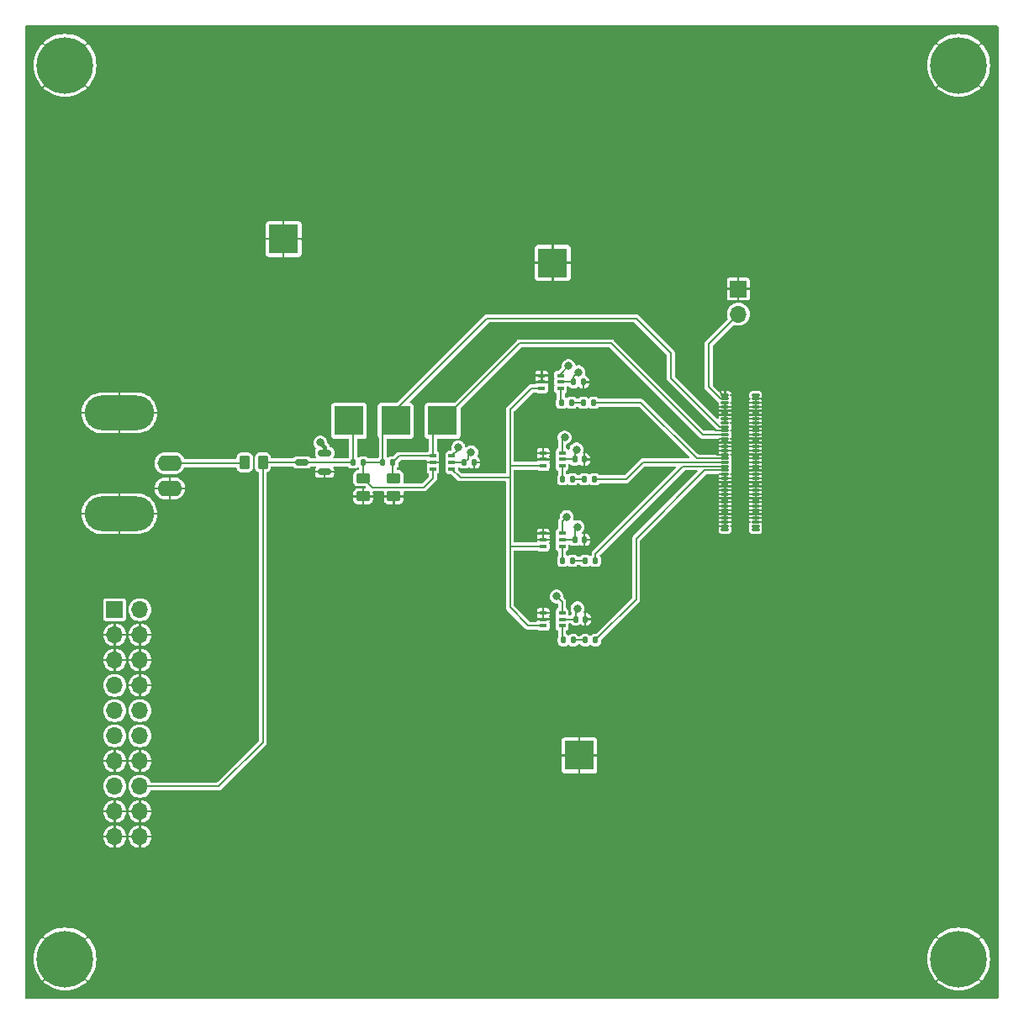
<source format=gbr>
%TF.GenerationSoftware,KiCad,Pcbnew,(7.0.0)*%
%TF.CreationDate,2023-12-14T15:04:28-05:00*%
%TF.ProjectId,singal-path-test-board,73696e67-616c-42d7-9061-74682d746573,rev?*%
%TF.SameCoordinates,Original*%
%TF.FileFunction,Copper,L1,Top*%
%TF.FilePolarity,Positive*%
%FSLAX46Y46*%
G04 Gerber Fmt 4.6, Leading zero omitted, Abs format (unit mm)*
G04 Created by KiCad (PCBNEW (7.0.0)) date 2023-12-14 15:04:28*
%MOMM*%
%LPD*%
G01*
G04 APERTURE LIST*
G04 Aperture macros list*
%AMRoundRect*
0 Rectangle with rounded corners*
0 $1 Rounding radius*
0 $2 $3 $4 $5 $6 $7 $8 $9 X,Y pos of 4 corners*
0 Add a 4 corners polygon primitive as box body*
4,1,4,$2,$3,$4,$5,$6,$7,$8,$9,$2,$3,0*
0 Add four circle primitives for the rounded corners*
1,1,$1+$1,$2,$3*
1,1,$1+$1,$4,$5*
1,1,$1+$1,$6,$7*
1,1,$1+$1,$8,$9*
0 Add four rect primitives between the rounded corners*
20,1,$1+$1,$2,$3,$4,$5,0*
20,1,$1+$1,$4,$5,$6,$7,0*
20,1,$1+$1,$6,$7,$8,$9,0*
20,1,$1+$1,$8,$9,$2,$3,0*%
G04 Aperture macros list end*
%TA.AperFunction,ComponentPad*%
%ADD10C,5.700000*%
%TD*%
%TA.AperFunction,SMDPad,CuDef*%
%ADD11R,0.650000X0.400000*%
%TD*%
%TA.AperFunction,SMDPad,CuDef*%
%ADD12R,3.000000X3.000000*%
%TD*%
%TA.AperFunction,SMDPad,CuDef*%
%ADD13RoundRect,0.135000X-0.135000X-0.185000X0.135000X-0.185000X0.135000X0.185000X-0.135000X0.185000X0*%
%TD*%
%TA.AperFunction,SMDPad,CuDef*%
%ADD14RoundRect,0.250000X-0.450000X0.262500X-0.450000X-0.262500X0.450000X-0.262500X0.450000X0.262500X0*%
%TD*%
%TA.AperFunction,SMDPad,CuDef*%
%ADD15RoundRect,0.250000X-0.262500X-0.450000X0.262500X-0.450000X0.262500X0.450000X-0.262500X0.450000X0*%
%TD*%
%TA.AperFunction,ComponentPad*%
%ADD16R,1.700000X1.700000*%
%TD*%
%TA.AperFunction,ComponentPad*%
%ADD17O,1.700000X1.700000*%
%TD*%
%TA.AperFunction,SMDPad,CuDef*%
%ADD18RoundRect,0.010000X-0.340000X0.090000X-0.340000X-0.090000X0.340000X-0.090000X0.340000X0.090000X0*%
%TD*%
%TA.AperFunction,ComponentPad*%
%ADD19O,2.500000X1.600000*%
%TD*%
%TA.AperFunction,ComponentPad*%
%ADD20O,7.000000X3.500000*%
%TD*%
%TA.AperFunction,SMDPad,CuDef*%
%ADD21RoundRect,0.150000X0.512500X0.150000X-0.512500X0.150000X-0.512500X-0.150000X0.512500X-0.150000X0*%
%TD*%
%TA.AperFunction,SMDPad,CuDef*%
%ADD22RoundRect,0.140000X-0.140000X-0.170000X0.140000X-0.170000X0.140000X0.170000X-0.140000X0.170000X0*%
%TD*%
%TA.AperFunction,ViaPad*%
%ADD23C,0.800000*%
%TD*%
%TA.AperFunction,Conductor*%
%ADD24C,0.200000*%
%TD*%
%TA.AperFunction,Conductor*%
%ADD25C,0.400000*%
%TD*%
G04 APERTURE END LIST*
D10*
%TO.P,TP10,1,1*%
%TO.N,GND*%
X80000000Y-160000000D03*
%TD*%
%TO.P,TP3,1,1*%
%TO.N,GND*%
X170000000Y-160000000D03*
%TD*%
%TO.P,TP1,1,1*%
%TO.N,GND*%
X170000000Y-70000000D03*
%TD*%
%TO.P,TP2,1,1*%
%TO.N,GND*%
X80000000Y-70000000D03*
%TD*%
D11*
%TO.P,U5,1*%
%TO.N,GND*%
X128149999Y-125149999D03*
%TO.P,U5,2,GND*%
X128149999Y-125799999D03*
%TO.P,U5,3*%
%TO.N,TESTSIG*%
X128149999Y-126449999D03*
%TO.P,U5,4*%
%TO.N,Net-(C9-Pad1)*%
X130049999Y-126449999D03*
%TO.P,U5,5,VCC*%
%TO.N,VCC*%
X130049999Y-125799999D03*
%TO.P,U5,6*%
%TO.N,/S_{3}*%
X130049999Y-125149999D03*
%TD*%
%TO.P,U4,1*%
%TO.N,GND*%
X128149999Y-109049999D03*
%TO.P,U4,2,GND*%
X128149999Y-109699999D03*
%TO.P,U4,3*%
%TO.N,TESTSIG*%
X128149999Y-110349999D03*
%TO.P,U4,4*%
%TO.N,Net-(C8-Pad1)*%
X130049999Y-110349999D03*
%TO.P,U4,5,VCC*%
%TO.N,VCC*%
X130049999Y-109699999D03*
%TO.P,U4,6*%
%TO.N,/S_{1}*%
X130049999Y-109049999D03*
%TD*%
%TO.P,U3,1*%
%TO.N,GND*%
X128149999Y-117149999D03*
%TO.P,U3,2,GND*%
X128149999Y-117799999D03*
%TO.P,U3,3*%
%TO.N,TESTSIG*%
X128149999Y-118449999D03*
%TO.P,U3,4*%
%TO.N,Net-(C5-Pad1)*%
X130049999Y-118449999D03*
%TO.P,U3,5,VCC*%
%TO.N,VCC*%
X130049999Y-117799999D03*
%TO.P,U3,6*%
%TO.N,/S_{2}*%
X130049999Y-117149999D03*
%TD*%
%TO.P,U2,1*%
%TO.N,GND*%
X127999999Y-101249999D03*
%TO.P,U2,2,GND*%
X127999999Y-101899999D03*
%TO.P,U2,3*%
%TO.N,TESTSIG*%
X127999999Y-102549999D03*
%TO.P,U2,4*%
%TO.N,Net-(C4-Pad1)*%
X129899999Y-102549999D03*
%TO.P,U2,5,VCC*%
%TO.N,VCC*%
X129899999Y-101899999D03*
%TO.P,U2,6*%
%TO.N,/S_{0}*%
X129899999Y-101249999D03*
%TD*%
%TO.P,U1,1*%
%TO.N,/TEST_{-80dBV}*%
X117049999Y-109349999D03*
%TO.P,U1,2,GND*%
%TO.N,GND*%
X117049999Y-109999999D03*
%TO.P,U1,3*%
%TO.N,/TEST_{-40dBV}*%
X117049999Y-110649999D03*
%TO.P,U1,4*%
%TO.N,TESTSIG*%
X118949999Y-110649999D03*
%TO.P,U1,5,VCC*%
%TO.N,VCC*%
X118949999Y-109999999D03*
%TO.P,U1,6*%
%TO.N,/ATTEN_{SEL}*%
X118949999Y-109349999D03*
%TD*%
D12*
%TO.P,TP9,1,1*%
%TO.N,/TEST_{-0dBV}*%
X108599999Y-105799999D03*
%TD*%
%TO.P,TP8,1,1*%
%TO.N,/TEST_{-80dBV}*%
X117999999Y-105799999D03*
%TD*%
%TO.P,TP7,1,1*%
%TO.N,GND*%
X101999999Y-87499999D03*
%TD*%
%TO.P,TP6,1,1*%
%TO.N,GND*%
X129099999Y-89899999D03*
%TD*%
%TO.P,TP5,1,1*%
%TO.N,GND*%
X131799999Y-139499999D03*
%TD*%
%TO.P,TP4,1,1*%
%TO.N,/TEST_{-40dBV}*%
X113299999Y-105799999D03*
%TD*%
D13*
%TO.P,R9,1*%
%TO.N,Net-(C9-Pad2)*%
X132390000Y-127900000D03*
%TO.P,R9,2*%
%TO.N,/E_{3}*%
X133410000Y-127900000D03*
%TD*%
%TO.P,R8,2*%
%TO.N,/E_{1}*%
X133310000Y-111700000D03*
%TO.P,R8,1*%
%TO.N,Net-(C8-Pad2)*%
X132290000Y-111700000D03*
%TD*%
%TO.P,R7,1*%
%TO.N,Net-(C5-Pad2)*%
X132390000Y-119900000D03*
%TO.P,R7,2*%
%TO.N,/E_{2}*%
X133410000Y-119900000D03*
%TD*%
%TO.P,R6,1*%
%TO.N,Net-(C4-Pad2)*%
X132190000Y-104000000D03*
%TO.P,R6,2*%
%TO.N,/E_{0}*%
X133210000Y-104000000D03*
%TD*%
D14*
%TO.P,R5,2*%
%TO.N,GND*%
X110000000Y-113412500D03*
%TO.P,R5,1*%
%TO.N,/TEST_{-40dBV}*%
X110000000Y-111587500D03*
%TD*%
%TO.P,R4,1*%
%TO.N,/TEST_{-80dBV}*%
X113100000Y-111587500D03*
%TO.P,R4,2*%
%TO.N,GND*%
X113100000Y-113412500D03*
%TD*%
D15*
%TO.P,R3,1*%
%TO.N,Net-(J1-In)*%
X98087500Y-110000000D03*
%TO.P,R3,2*%
%TO.N,/TEST_{-0dBV}*%
X99912500Y-110000000D03*
%TD*%
D13*
%TO.P,R2,1*%
%TO.N,/TEST_{-0dBV}*%
X109000000Y-110000000D03*
%TO.P,R2,2*%
%TO.N,/TEST_{-40dBV}*%
X110020000Y-110000000D03*
%TD*%
%TO.P,R1,1*%
%TO.N,/TEST_{-40dBV}*%
X112000000Y-110000000D03*
%TO.P,R1,2*%
%TO.N,/TEST_{-80dBV}*%
X113020000Y-110000000D03*
%TD*%
D16*
%TO.P,JP1,1,A*%
%TO.N,GND*%
X147799999Y-92524999D03*
D17*
%TO.P,JP1,2,B*%
%TO.N,/REF*%
X147799999Y-95064999D03*
%TD*%
D16*
%TO.P,J3,1,Pin_1*%
%TO.N,VCC*%
X84999999Y-124839999D03*
D17*
%TO.P,J3,2,Pin_2*%
X87539999Y-124839999D03*
%TO.P,J3,3,Pin_3*%
%TO.N,GND*%
X84999999Y-127379999D03*
%TO.P,J3,4,Pin_4*%
X87539999Y-127379999D03*
%TO.P,J3,5,Pin_5*%
X84999999Y-129919999D03*
%TO.P,J3,6,Pin_6*%
X87539999Y-129919999D03*
%TO.P,J3,7,Pin_7*%
%TO.N,/ATTEN_{SEL}*%
X84999999Y-132459999D03*
%TO.P,J3,8,Pin_8*%
%TO.N,GND*%
X87539999Y-132459999D03*
%TO.P,J3,9,Pin_9*%
%TO.N,/S_{0}*%
X84999999Y-134999999D03*
%TO.P,J3,10,Pin_10*%
%TO.N,/S_{1}*%
X87539999Y-134999999D03*
%TO.P,J3,11,Pin_11*%
%TO.N,/S_{2}*%
X84999999Y-137539999D03*
%TO.P,J3,12,Pin_12*%
%TO.N,/S_{3}*%
X87539999Y-137539999D03*
%TO.P,J3,13,Pin_13*%
%TO.N,GND*%
X84999999Y-140079999D03*
%TO.P,J3,14,Pin_14*%
X87539999Y-140079999D03*
%TO.P,J3,15,Pin_15*%
%TO.N,/TEST_{-0dBV}*%
X84999999Y-142619999D03*
%TO.P,J3,16,Pin_16*%
X87539999Y-142619999D03*
%TO.P,J3,17,Pin_17*%
%TO.N,GND*%
X84999999Y-145159999D03*
%TO.P,J3,18,Pin_18*%
X87539999Y-145159999D03*
%TO.P,J3,19,Pin_19*%
X84999999Y-147699999D03*
%TO.P,J3,20,Pin_20*%
X87539999Y-147699999D03*
%TD*%
D18*
%TO.P,J2,1,Pin_1*%
%TO.N,unconnected-(J2-Pin_1-Pad1)*%
X149540000Y-103200000D03*
%TO.P,J2,2,Pin_2*%
%TO.N,GND*%
X146460000Y-103200000D03*
%TO.P,J2,3,Pin_3*%
X149540000Y-103600000D03*
%TO.P,J2,4,Pin_4*%
%TO.N,/REF*%
X146460000Y-103600000D03*
%TO.P,J2,5,Pin_5*%
%TO.N,GND*%
X149540000Y-104000000D03*
%TO.P,J2,6,Pin_6*%
X146460000Y-104000000D03*
%TO.P,J2,7,Pin_7*%
X149540000Y-104400000D03*
%TO.P,J2,8,Pin_8*%
X146460000Y-104400000D03*
%TO.P,J2,9,Pin_9*%
X149540000Y-104800000D03*
%TO.P,J2,10,Pin_10*%
X146460000Y-104800000D03*
%TO.P,J2,11,Pin_11*%
X149540000Y-105200000D03*
%TO.P,J2,12,Pin_12*%
X146460000Y-105200000D03*
%TO.P,J2,13,Pin_13*%
X149540000Y-105600000D03*
%TO.P,J2,14,Pin_14*%
X146460000Y-105600000D03*
%TO.P,J2,15,Pin_15*%
X149540000Y-106000000D03*
%TO.P,J2,16,Pin_16*%
X146460000Y-106000000D03*
%TO.P,J2,17,Pin_17*%
X149540000Y-106400000D03*
%TO.P,J2,18,Pin_18*%
%TO.N,/TEST_{-40dBV}*%
X146460000Y-106400000D03*
%TO.P,J2,19,Pin_19*%
%TO.N,GND*%
X149540000Y-106800000D03*
%TO.P,J2,20,Pin_20*%
X146460000Y-106800000D03*
%TO.P,J2,21,Pin_21*%
X149540000Y-107200000D03*
%TO.P,J2,22,Pin_22*%
%TO.N,/TEST_{-80dBV}*%
X146460000Y-107200000D03*
%TO.P,J2,23,Pin_23*%
%TO.N,GND*%
X149540000Y-107600000D03*
%TO.P,J2,24,Pin_24*%
X146460000Y-107600000D03*
%TO.P,J2,25,Pin_25*%
X149540000Y-108000000D03*
%TO.P,J2,26,Pin_26*%
X146460000Y-108000000D03*
%TO.P,J2,27,Pin_27*%
X149540000Y-108400000D03*
%TO.P,J2,28,Pin_28*%
X146460000Y-108400000D03*
%TO.P,J2,29,Pin_29*%
X149540000Y-108800000D03*
%TO.P,J2,30,Pin_30*%
X146460000Y-108800000D03*
%TO.P,J2,31,Pin_31*%
X149540000Y-109200000D03*
%TO.P,J2,32,Pin_32*%
X146460000Y-109200000D03*
%TO.P,J2,33,Pin_33*%
X149540000Y-109600000D03*
%TO.P,J2,34,Pin_34*%
%TO.N,/E_{0}*%
X146460000Y-109600000D03*
%TO.P,J2,35,Pin_35*%
%TO.N,GND*%
X149540000Y-110000000D03*
%TO.P,J2,36,Pin_36*%
%TO.N,/E_{1}*%
X146460000Y-110000000D03*
%TO.P,J2,37,Pin_37*%
%TO.N,GND*%
X149540000Y-110400000D03*
%TO.P,J2,38,Pin_38*%
%TO.N,/E_{2}*%
X146460000Y-110400000D03*
%TO.P,J2,39,Pin_39*%
%TO.N,GND*%
X149540000Y-110800000D03*
%TO.P,J2,40,Pin_40*%
%TO.N,/E_{3}*%
X146460000Y-110800000D03*
%TO.P,J2,41,Pin_41*%
%TO.N,GND*%
X149540000Y-111200000D03*
%TO.P,J2,42,Pin_42*%
X146460000Y-111200000D03*
%TO.P,J2,43,Pin_43*%
X149540000Y-111600000D03*
%TO.P,J2,44,Pin_44*%
X146460000Y-111600000D03*
%TO.P,J2,45,Pin_45*%
X149540000Y-112000000D03*
%TO.P,J2,46,Pin_46*%
X146460000Y-112000000D03*
%TO.P,J2,47,Pin_47*%
X149540000Y-112400000D03*
%TO.P,J2,48,Pin_48*%
X146460000Y-112400000D03*
%TO.P,J2,49,Pin_49*%
X149540000Y-112800000D03*
%TO.P,J2,50,Pin_50*%
X146460000Y-112800000D03*
%TO.P,J2,51,Pin_51*%
X149540000Y-113200000D03*
%TO.P,J2,52,Pin_52*%
X146460000Y-113200000D03*
%TO.P,J2,53,Pin_53*%
X149540000Y-113600000D03*
%TO.P,J2,54,Pin_54*%
X146460000Y-113600000D03*
%TO.P,J2,55,Pin_55*%
X149540000Y-114000000D03*
%TO.P,J2,56,Pin_56*%
X146460000Y-114000000D03*
%TO.P,J2,57,Pin_57*%
X149540000Y-114400000D03*
%TO.P,J2,58,Pin_58*%
X146460000Y-114400000D03*
%TO.P,J2,59,Pin_59*%
X149540000Y-114800000D03*
%TO.P,J2,60,Pin_60*%
X146460000Y-114800000D03*
%TO.P,J2,61,Pin_61*%
X149540000Y-115200000D03*
%TO.P,J2,62,Pin_62*%
X146460000Y-115200000D03*
%TO.P,J2,63,Pin_63*%
X149540000Y-115600000D03*
%TO.P,J2,64,Pin_64*%
X146460000Y-115600000D03*
%TO.P,J2,65,Pin_65*%
X149540000Y-116000000D03*
%TO.P,J2,66,Pin_66*%
X146460000Y-116000000D03*
%TO.P,J2,67,Pin_67*%
%TO.N,unconnected-(J2-Pin_67-Pad67)*%
X149540000Y-116400000D03*
%TO.P,J2,68,Pin_68*%
%TO.N,GND*%
X146460000Y-116400000D03*
%TO.P,J2,69,Pin_69*%
%TO.N,unconnected-(J2-Pin_69-Pad69)*%
X149540000Y-116800000D03*
%TO.P,J2,70,Pin_70*%
%TO.N,unconnected-(J2-Pin_70-Pad70)*%
X146460000Y-116800000D03*
%TD*%
D19*
%TO.P,J1,2,Ext*%
%TO.N,GND*%
X90549999Y-112619999D03*
D20*
X85469999Y-115159999D03*
X85469999Y-104999999D03*
D19*
%TO.P,J1,1,In*%
%TO.N,Net-(J1-In)*%
X90549999Y-110079999D03*
%TD*%
D21*
%TO.P,D1,3,common*%
%TO.N,/TEST_{-0dBV}*%
X103862500Y-110000000D03*
%TO.P,D1,2,K*%
%TO.N,VCC*%
X106137500Y-109050000D03*
%TO.P,D1,1,A*%
%TO.N,GND*%
X106137500Y-110950000D03*
%TD*%
D22*
%TO.P,C9,1*%
%TO.N,Net-(C9-Pad1)*%
X130200000Y-127900000D03*
%TO.P,C9,2*%
%TO.N,Net-(C9-Pad2)*%
X131160000Y-127900000D03*
%TD*%
%TO.P,C8,1*%
%TO.N,Net-(C8-Pad1)*%
X130120000Y-111700000D03*
%TO.P,C8,2*%
%TO.N,Net-(C8-Pad2)*%
X131080000Y-111700000D03*
%TD*%
%TO.P,C7,1*%
%TO.N,VCC*%
X131420000Y-125800000D03*
%TO.P,C7,2*%
%TO.N,GND*%
X132380000Y-125800000D03*
%TD*%
%TO.P,C6,2*%
%TO.N,GND*%
X132280000Y-109700000D03*
%TO.P,C6,1*%
%TO.N,VCC*%
X131320000Y-109700000D03*
%TD*%
%TO.P,C5,1*%
%TO.N,Net-(C5-Pad1)*%
X130120000Y-119900000D03*
%TO.P,C5,2*%
%TO.N,Net-(C5-Pad2)*%
X131080000Y-119900000D03*
%TD*%
%TO.P,C4,1*%
%TO.N,Net-(C4-Pad1)*%
X130020000Y-104000000D03*
%TO.P,C4,2*%
%TO.N,Net-(C4-Pad2)*%
X130980000Y-104000000D03*
%TD*%
%TO.P,C3,1*%
%TO.N,VCC*%
X131320000Y-117800000D03*
%TO.P,C3,2*%
%TO.N,GND*%
X132280000Y-117800000D03*
%TD*%
%TO.P,C2,1*%
%TO.N,VCC*%
X131220000Y-101900000D03*
%TO.P,C2,2*%
%TO.N,GND*%
X132180000Y-101900000D03*
%TD*%
%TO.P,C1,1*%
%TO.N,VCC*%
X120220000Y-110000000D03*
%TO.P,C1,2*%
%TO.N,GND*%
X121180000Y-110000000D03*
%TD*%
D23*
%TO.N,/S_{3}*%
X129500000Y-123500000D03*
%TO.N,GND*%
X138500000Y-99000000D03*
X131000000Y-96500000D03*
X121500000Y-99500000D03*
X127000000Y-99000000D03*
X132500000Y-99500000D03*
X152500000Y-110000000D03*
X155500000Y-110000000D03*
X152500000Y-103500000D03*
X152500000Y-116000000D03*
X144000000Y-114500000D03*
X140000000Y-108500000D03*
X142500000Y-100500000D03*
X144000000Y-108000000D03*
X97500000Y-115500000D03*
X105018448Y-121101710D03*
X134500000Y-124000000D03*
X136500000Y-102000000D03*
X126000000Y-134500000D03*
X126000000Y-102000000D03*
X121251493Y-72694313D03*
X96300000Y-160500000D03*
X127400000Y-158600000D03*
X78000000Y-109500000D03*
X78200000Y-124300000D03*
X77500000Y-143300000D03*
X96300000Y-122600000D03*
X101500000Y-104400000D03*
X116500000Y-97500000D03*
X92900000Y-70700000D03*
X84066042Y-92171048D03*
X103700000Y-78300000D03*
X150800000Y-71700000D03*
X159700000Y-82600000D03*
X158700000Y-117300000D03*
X161500000Y-105600000D03*
X159300000Y-130800000D03*
X166100000Y-143500000D03*
X145400000Y-154100000D03*
X119200000Y-142500000D03*
X107700000Y-144600000D03*
X93900000Y-143800000D03*
X92000000Y-129500000D03*
X102100000Y-132200000D03*
X111900000Y-122600000D03*
X121400000Y-119600000D03*
X126309583Y-123482696D03*
X120200000Y-129700000D03*
X119000000Y-126100000D03*
X110000000Y-131100000D03*
X111600000Y-133400000D03*
X116300000Y-124100000D03*
X116000000Y-117700000D03*
X107200000Y-126900000D03*
X114700000Y-135200000D03*
X128300000Y-121700000D03*
X128100000Y-114100000D03*
X127800000Y-106100000D03*
X135500000Y-107400000D03*
X135300000Y-113800000D03*
X139900000Y-129800000D03*
X122100000Y-105400000D03*
X118200000Y-113100000D03*
%TO.N,/S_{2}*%
X130500000Y-115500000D03*
%TO.N,/S_{1}*%
X130300000Y-107500000D03*
%TO.N,VCC*%
X131700000Y-100900000D03*
X131600000Y-124700000D03*
X131600000Y-116500000D03*
X131500000Y-108700000D03*
%TO.N,/S_{0}*%
X130700000Y-100300000D03*
%TO.N,VCC*%
X105700000Y-108000000D03*
%TO.N,GND*%
X106200000Y-112200000D03*
X110000000Y-115000000D03*
X113100000Y-115000000D03*
X122300000Y-110000000D03*
%TO.N,VCC*%
X120900000Y-109000000D03*
%TO.N,GND*%
X115700000Y-110400000D03*
%TO.N,/ATTEN_{SEL}*%
X119600000Y-108500000D03*
%TD*%
D24*
%TO.N,GND*%
X145800000Y-111200000D02*
X145500000Y-111500000D01*
X146460000Y-111200000D02*
X145800000Y-111200000D01*
%TO.N,Net-(C9-Pad2)*%
X131160000Y-127900000D02*
X132390000Y-127900000D01*
%TO.N,Net-(C9-Pad1)*%
X130050000Y-127750000D02*
X130200000Y-127900000D01*
X130050000Y-126450000D02*
X130050000Y-127750000D01*
%TO.N,GND*%
X145500000Y-108000000D02*
X145000000Y-108000000D01*
X145900000Y-107600000D02*
X145500000Y-108000000D01*
X146460000Y-107600000D02*
X145900000Y-107600000D01*
X145700000Y-109200000D02*
X145500000Y-109000000D01*
X146460000Y-109200000D02*
X145700000Y-109200000D01*
X145600000Y-113600000D02*
X145500000Y-113500000D01*
X146460000Y-113600000D02*
X145600000Y-113600000D01*
X149540000Y-116000000D02*
X150500000Y-116000000D01*
X145600000Y-116400000D02*
X145500000Y-116500000D01*
X146460000Y-116400000D02*
X145600000Y-116400000D01*
X150500000Y-103500000D02*
X152000000Y-102000000D01*
X150400000Y-103600000D02*
X150500000Y-103500000D01*
X149540000Y-103600000D02*
X150400000Y-103600000D01*
X146000000Y-103000000D02*
X146000000Y-102500000D01*
X146200000Y-103200000D02*
X146000000Y-103000000D01*
X146460000Y-103200000D02*
X146200000Y-103200000D01*
X145500000Y-106800000D02*
X146460000Y-106800000D01*
%TO.N,/S_{3}*%
X130050000Y-124050000D02*
X129500000Y-123500000D01*
X130050000Y-125150000D02*
X130050000Y-124050000D01*
%TO.N,/TEST_{-40dBV}*%
X141000000Y-101500000D02*
X145900000Y-106400000D01*
X122500000Y-95500000D02*
X137500000Y-95500000D01*
X137500000Y-95500000D02*
X141000000Y-99000000D01*
X141000000Y-99000000D02*
X141000000Y-101500000D01*
X145900000Y-106400000D02*
X146460000Y-106400000D01*
X113300000Y-104700000D02*
X122500000Y-95500000D01*
X113300000Y-105800000D02*
X113300000Y-104700000D01*
%TO.N,/TEST_{-80dBV}*%
X144200000Y-107200000D02*
X146460000Y-107200000D01*
X135000000Y-98000000D02*
X144200000Y-107200000D01*
X125800000Y-98000000D02*
X135000000Y-98000000D01*
X118000000Y-105800000D02*
X125800000Y-98000000D01*
%TO.N,/E_{3}*%
X144400000Y-110800000D02*
X146460000Y-110800000D01*
X137500000Y-117700000D02*
X144400000Y-110800000D01*
X137500000Y-123810000D02*
X137500000Y-117700000D01*
X133410000Y-127900000D02*
X137500000Y-123810000D01*
%TO.N,/TEST_{-0dBV}*%
X99912500Y-138187500D02*
X99912500Y-110000000D01*
X95480000Y-142620000D02*
X99912500Y-138187500D01*
X87540000Y-142620000D02*
X95480000Y-142620000D01*
%TO.N,/REF*%
X144800000Y-98065000D02*
X147800000Y-95065000D01*
X145991594Y-103600000D02*
X144800000Y-102408406D01*
X146460000Y-103600000D02*
X145991594Y-103600000D01*
X144800000Y-102408406D02*
X144800000Y-98065000D01*
%TO.N,/S_{2}*%
X130050000Y-115950000D02*
X130500000Y-115500000D01*
X130050000Y-117150000D02*
X130050000Y-115950000D01*
%TO.N,/S_{1}*%
X130050000Y-107750000D02*
X130300000Y-107500000D01*
X130050000Y-109050000D02*
X130050000Y-107750000D01*
%TO.N,VCC*%
X131700000Y-100900000D02*
X131220000Y-101380000D01*
X131220000Y-101380000D02*
X131220000Y-101900000D01*
X131320000Y-108880000D02*
X131500000Y-108700000D01*
X131320000Y-109700000D02*
X131320000Y-108880000D01*
X131320000Y-116780000D02*
X131600000Y-116500000D01*
X131320000Y-117800000D02*
X131320000Y-116780000D01*
X131420000Y-124880000D02*
X131600000Y-124700000D01*
X131420000Y-125800000D02*
X131420000Y-124880000D01*
X130050000Y-125800000D02*
X131420000Y-125800000D01*
%TO.N,TESTSIG*%
X126950000Y-102550000D02*
X124800000Y-104700000D01*
X124800000Y-104700000D02*
X124800000Y-110400000D01*
X128000000Y-102550000D02*
X126950000Y-102550000D01*
X124850000Y-110350000D02*
X124800000Y-110400000D01*
X128150000Y-110350000D02*
X124850000Y-110350000D01*
X124800000Y-110400000D02*
X124800000Y-111300000D01*
X128150000Y-118450000D02*
X124850000Y-118450000D01*
X124800000Y-118400000D02*
X124800000Y-124600000D01*
X124800000Y-111300000D02*
X124800000Y-118400000D01*
X124850000Y-118450000D02*
X124800000Y-118400000D01*
X124800000Y-124600000D02*
X126650000Y-126450000D01*
X124800000Y-111300000D02*
X124800000Y-111500000D01*
X126650000Y-126450000D02*
X128150000Y-126450000D01*
%TO.N,/E_{2}*%
X142200000Y-110400000D02*
X146460000Y-110400000D01*
X133410000Y-119900000D02*
X133410000Y-119190000D01*
X133410000Y-119190000D02*
X142200000Y-110400000D01*
%TO.N,/E_{1}*%
X138200000Y-110000000D02*
X146460000Y-110000000D01*
X136500000Y-111700000D02*
X138200000Y-110000000D01*
X133310000Y-111700000D02*
X136500000Y-111700000D01*
%TO.N,Net-(C8-Pad2)*%
X131080000Y-111700000D02*
X132290000Y-111700000D01*
%TO.N,Net-(C8-Pad1)*%
X130050000Y-111630000D02*
X130120000Y-111700000D01*
X130050000Y-110350000D02*
X130050000Y-111630000D01*
%TO.N,Net-(C5-Pad2)*%
X131080000Y-119900000D02*
X132390000Y-119900000D01*
%TO.N,Net-(C5-Pad1)*%
X130050000Y-119830000D02*
X130120000Y-119900000D01*
X130050000Y-118450000D02*
X130050000Y-119830000D01*
%TO.N,VCC*%
X130050000Y-117800000D02*
X131320000Y-117800000D01*
X130050000Y-109700000D02*
X131320000Y-109700000D01*
%TO.N,/E_{0}*%
X143600000Y-109600000D02*
X138000000Y-104000000D01*
X138000000Y-104000000D02*
X133210000Y-104000000D01*
X146460000Y-109600000D02*
X143600000Y-109600000D01*
%TO.N,Net-(C4-Pad2)*%
X130980000Y-104000000D02*
X132190000Y-104000000D01*
%TO.N,Net-(C4-Pad1)*%
X129900000Y-103880000D02*
X130020000Y-104000000D01*
X129900000Y-102550000D02*
X129900000Y-103880000D01*
%TO.N,TESTSIG*%
X119800000Y-111500000D02*
X124800000Y-111500000D01*
%TO.N,/S_{0}*%
X129900000Y-101100000D02*
X130700000Y-100300000D01*
X129900000Y-101250000D02*
X129900000Y-101100000D01*
%TO.N,VCC*%
X129900000Y-101900000D02*
X131220000Y-101900000D01*
%TO.N,TESTSIG*%
X118950000Y-110650000D02*
X119800000Y-111500000D01*
%TO.N,VCC*%
X120600000Y-109620000D02*
X120220000Y-110000000D01*
X120600000Y-109300000D02*
X120600000Y-109620000D01*
X120900000Y-109000000D02*
X120600000Y-109300000D01*
D25*
X106137500Y-108437500D02*
X105700000Y-108000000D01*
X106137500Y-109050000D02*
X106137500Y-108437500D01*
D24*
%TO.N,/ATTEN_{SEL}*%
X119600000Y-108700000D02*
X118950000Y-109350000D01*
X119600000Y-108500000D02*
X119600000Y-108700000D01*
%TO.N,/TEST_{-40dBV}*%
X116150000Y-112500000D02*
X110912500Y-112500000D01*
X117050000Y-111600000D02*
X116150000Y-112500000D01*
X110912500Y-112500000D02*
X110000000Y-111587500D01*
X117050000Y-110650000D02*
X117050000Y-111600000D01*
%TO.N,VCC*%
X118950000Y-110000000D02*
X120220000Y-110000000D01*
%TO.N,/TEST_{-80dBV}*%
X113020000Y-110000000D02*
X113670000Y-109350000D01*
X113670000Y-109350000D02*
X117050000Y-109350000D01*
%TO.N,/TEST_{-0dBV}*%
X109000000Y-106200000D02*
X108600000Y-105800000D01*
X109000000Y-110000000D02*
X109000000Y-106200000D01*
%TO.N,/TEST_{-40dBV}*%
X112000000Y-107100000D02*
X113300000Y-105800000D01*
X112000000Y-110000000D02*
X112000000Y-107100000D01*
%TO.N,/TEST_{-80dBV}*%
X117050000Y-105950000D02*
X118000000Y-105000000D01*
X117050000Y-109350000D02*
X117050000Y-105950000D01*
X113020000Y-111507500D02*
X113100000Y-111587500D01*
X113020000Y-110000000D02*
X113020000Y-111507500D01*
%TO.N,/TEST_{-40dBV}*%
X110020000Y-111567500D02*
X110000000Y-111587500D01*
X110020000Y-110000000D02*
X110020000Y-111567500D01*
X110020000Y-110000000D02*
X112000000Y-110000000D01*
%TO.N,/TEST_{-0dBV}*%
X103862500Y-110000000D02*
X109000000Y-110000000D01*
X99912500Y-110000000D02*
X103862500Y-110000000D01*
%TO.N,Net-(J1-In)*%
X98007500Y-110080000D02*
X98087500Y-110000000D01*
X90550000Y-110080000D02*
X98007500Y-110080000D01*
%TD*%
%TA.AperFunction,Conductor*%
%TO.N,GND*%
G36*
X137330985Y-95908036D02*
G01*
X137363103Y-95929496D01*
X140570504Y-99136896D01*
X140591964Y-99169014D01*
X140599500Y-99206900D01*
X140599500Y-101436567D01*
X140599500Y-101563433D01*
X140601906Y-101570839D01*
X140601907Y-101570844D01*
X140606953Y-101586374D01*
X140610579Y-101601474D01*
X140613134Y-101617606D01*
X140613135Y-101617609D01*
X140614354Y-101625304D01*
X140625305Y-101646796D01*
X140631246Y-101661140D01*
X140636295Y-101676680D01*
X140636298Y-101676687D01*
X140638704Y-101684090D01*
X140643280Y-101690389D01*
X140643282Y-101690392D01*
X140652884Y-101703609D01*
X140660998Y-101716850D01*
X140668410Y-101731397D01*
X140668413Y-101731402D01*
X140671950Y-101738342D01*
X140677458Y-101743850D01*
X140694513Y-101760905D01*
X140694516Y-101760909D01*
X145564104Y-106630496D01*
X145591198Y-106681186D01*
X145585564Y-106738386D01*
X145549101Y-106782815D01*
X145494100Y-106799500D01*
X144406901Y-106799500D01*
X144369015Y-106791964D01*
X144336897Y-106770504D01*
X135260916Y-97694523D01*
X135260909Y-97694516D01*
X135260905Y-97694513D01*
X135238342Y-97671950D01*
X135231402Y-97668413D01*
X135231397Y-97668410D01*
X135216850Y-97660998D01*
X135203609Y-97652884D01*
X135190392Y-97643282D01*
X135190389Y-97643280D01*
X135184090Y-97638704D01*
X135176687Y-97636298D01*
X135176680Y-97636295D01*
X135161140Y-97631246D01*
X135146796Y-97625305D01*
X135125304Y-97614354D01*
X135117609Y-97613135D01*
X135117606Y-97613134D01*
X135101474Y-97610579D01*
X135086374Y-97606953D01*
X135070844Y-97601907D01*
X135070839Y-97601906D01*
X135063433Y-97599500D01*
X135031519Y-97599500D01*
X125863433Y-97599500D01*
X125736567Y-97599500D01*
X125729159Y-97601906D01*
X125729158Y-97601907D01*
X125713624Y-97606954D01*
X125698526Y-97610579D01*
X125682389Y-97613135D01*
X125682386Y-97613135D01*
X125674696Y-97614354D01*
X125667757Y-97617889D01*
X125667752Y-97617891D01*
X125653196Y-97625307D01*
X125638856Y-97631247D01*
X125623321Y-97636295D01*
X125623315Y-97636298D01*
X125615911Y-97638704D01*
X125609610Y-97643281D01*
X125609607Y-97643283D01*
X125596392Y-97652884D01*
X125583156Y-97660995D01*
X125561658Y-97671950D01*
X125556152Y-97677454D01*
X125556150Y-97677457D01*
X125539091Y-97694516D01*
X119263101Y-103970504D01*
X119230983Y-103991964D01*
X119193097Y-103999500D01*
X116457991Y-103999500D01*
X116457973Y-103999500D01*
X116455136Y-103999501D01*
X116452315Y-103999828D01*
X116452300Y-103999829D01*
X116437404Y-104001557D01*
X116437401Y-104001557D01*
X116430009Y-104002415D01*
X116423200Y-104005421D01*
X116423198Y-104005422D01*
X116335624Y-104044089D01*
X116335620Y-104044091D01*
X116327235Y-104047794D01*
X116320753Y-104054275D01*
X116320750Y-104054278D01*
X116254278Y-104120750D01*
X116254275Y-104120753D01*
X116247794Y-104127235D01*
X116244091Y-104135620D01*
X116244089Y-104135624D01*
X116205422Y-104223197D01*
X116205422Y-104223198D01*
X116202415Y-104230009D01*
X116201557Y-104237404D01*
X116201556Y-104237408D01*
X116199830Y-104252285D01*
X116199829Y-104252296D01*
X116199500Y-104255135D01*
X116199500Y-104257991D01*
X116199500Y-104257999D01*
X116199500Y-107342008D01*
X116199500Y-107342025D01*
X116199501Y-107344864D01*
X116199828Y-107347685D01*
X116199829Y-107347699D01*
X116201525Y-107362320D01*
X116202415Y-107369991D01*
X116205422Y-107376801D01*
X116242539Y-107460865D01*
X116247794Y-107472765D01*
X116327235Y-107552206D01*
X116430009Y-107597585D01*
X116455135Y-107600500D01*
X116550500Y-107600500D01*
X116600000Y-107613763D01*
X116636237Y-107650000D01*
X116649500Y-107699500D01*
X116649500Y-108790340D01*
X116633445Y-108844387D01*
X116590489Y-108880902D01*
X116552235Y-108897794D01*
X116545750Y-108904278D01*
X116545747Y-108904281D01*
X116529525Y-108920504D01*
X116497407Y-108941964D01*
X116459521Y-108949500D01*
X113733433Y-108949500D01*
X113606567Y-108949500D01*
X113599159Y-108951906D01*
X113599158Y-108951907D01*
X113583624Y-108956954D01*
X113568526Y-108960579D01*
X113552389Y-108963135D01*
X113552386Y-108963135D01*
X113544696Y-108964354D01*
X113537757Y-108967889D01*
X113537752Y-108967891D01*
X113523196Y-108975307D01*
X113508856Y-108981247D01*
X113493321Y-108986295D01*
X113493315Y-108986298D01*
X113485911Y-108988704D01*
X113479610Y-108993281D01*
X113479607Y-108993283D01*
X113466392Y-109002884D01*
X113453156Y-109010995D01*
X113431658Y-109021950D01*
X113426152Y-109027454D01*
X113426150Y-109027457D01*
X113409091Y-109044516D01*
X113103101Y-109350504D01*
X113070984Y-109371964D01*
X113033098Y-109379500D01*
X112834858Y-109379500D01*
X112834836Y-109379500D01*
X112832544Y-109379501D01*
X112830260Y-109379715D01*
X112830240Y-109379716D01*
X112809123Y-109381696D01*
X112809119Y-109381696D01*
X112803121Y-109382259D01*
X112797434Y-109384248D01*
X112797429Y-109384250D01*
X112686209Y-109423168D01*
X112686206Y-109423169D01*
X112679206Y-109425619D01*
X112673241Y-109430021D01*
X112673236Y-109430024D01*
X112573577Y-109503577D01*
X112572981Y-109502769D01*
X112535616Y-109524338D01*
X112484374Y-109524336D01*
X112447016Y-109502767D01*
X112446421Y-109503575D01*
X112440709Y-109499359D01*
X112440324Y-109498903D01*
X112439996Y-109498714D01*
X112435208Y-109493926D01*
X112435703Y-109493430D01*
X112411122Y-109464319D01*
X112400500Y-109419706D01*
X112400500Y-107699500D01*
X112413763Y-107650000D01*
X112450000Y-107613763D01*
X112499500Y-107600500D01*
X114776325Y-107600499D01*
X114844864Y-107600499D01*
X114869991Y-107597585D01*
X114972765Y-107552206D01*
X115052206Y-107472765D01*
X115097585Y-107369991D01*
X115100500Y-107344865D01*
X115100499Y-104255136D01*
X115097585Y-104230009D01*
X115052206Y-104127235D01*
X114972765Y-104047794D01*
X114964376Y-104044090D01*
X114964375Y-104044089D01*
X114876802Y-104005422D01*
X114876799Y-104005421D01*
X114869991Y-104002415D01*
X114862594Y-104001556D01*
X114862591Y-104001556D01*
X114847714Y-103999830D01*
X114847704Y-103999829D01*
X114844865Y-103999500D01*
X114842000Y-103999500D01*
X114805900Y-103999500D01*
X114750899Y-103982815D01*
X114714436Y-103938386D01*
X114708802Y-103881186D01*
X114735896Y-103830496D01*
X122636897Y-95929496D01*
X122669015Y-95908036D01*
X122706901Y-95900500D01*
X137293099Y-95900500D01*
X137330985Y-95908036D01*
G37*
%TD.AperFunction*%
%TA.AperFunction,Conductor*%
G36*
X173950000Y-66013763D02*
G01*
X173986237Y-66050000D01*
X173999500Y-66099500D01*
X173999500Y-163900500D01*
X173986237Y-163950000D01*
X173950000Y-163986237D01*
X173900500Y-163999500D01*
X76099500Y-163999500D01*
X76050000Y-163986237D01*
X76013763Y-163950000D01*
X76000500Y-163900500D01*
X76000500Y-162297516D01*
X77848005Y-162297516D01*
X77853853Y-162306632D01*
X78030848Y-162464803D01*
X78035173Y-162468252D01*
X78319187Y-162669773D01*
X78323894Y-162672730D01*
X78628675Y-162841176D01*
X78633683Y-162843587D01*
X78955411Y-162976852D01*
X78960653Y-162978686D01*
X79295286Y-163075092D01*
X79300697Y-163076326D01*
X79644005Y-163134657D01*
X79649541Y-163135281D01*
X79997222Y-163154807D01*
X80002778Y-163154807D01*
X80350458Y-163135281D01*
X80355994Y-163134657D01*
X80699302Y-163076326D01*
X80704713Y-163075092D01*
X81039346Y-162978686D01*
X81044588Y-162976852D01*
X81366316Y-162843587D01*
X81371324Y-162841176D01*
X81676105Y-162672730D01*
X81680812Y-162669773D01*
X81964826Y-162468252D01*
X81969151Y-162464803D01*
X82146145Y-162306632D01*
X82151993Y-162297516D01*
X167848005Y-162297516D01*
X167853853Y-162306632D01*
X168030848Y-162464803D01*
X168035173Y-162468252D01*
X168319187Y-162669773D01*
X168323894Y-162672730D01*
X168628675Y-162841176D01*
X168633683Y-162843587D01*
X168955411Y-162976852D01*
X168960653Y-162978686D01*
X169295286Y-163075092D01*
X169300697Y-163076326D01*
X169644005Y-163134657D01*
X169649541Y-163135281D01*
X169997222Y-163154807D01*
X170002778Y-163154807D01*
X170350458Y-163135281D01*
X170355994Y-163134657D01*
X170699302Y-163076326D01*
X170704713Y-163075092D01*
X171039346Y-162978686D01*
X171044588Y-162976852D01*
X171366316Y-162843587D01*
X171371324Y-162841176D01*
X171676105Y-162672730D01*
X171680812Y-162669773D01*
X171964826Y-162468252D01*
X171969151Y-162464803D01*
X172146145Y-162306632D01*
X172151993Y-162297516D01*
X172146666Y-162288087D01*
X170009214Y-160150635D01*
X170000000Y-160145315D01*
X169990785Y-160150635D01*
X167853332Y-162288087D01*
X167848005Y-162297516D01*
X82151993Y-162297516D01*
X82146666Y-162288087D01*
X80009214Y-160150635D01*
X80000000Y-160145315D01*
X79990785Y-160150635D01*
X77853332Y-162288087D01*
X77848005Y-162297516D01*
X76000500Y-162297516D01*
X76000500Y-160002778D01*
X76845193Y-160002778D01*
X76864718Y-160350458D01*
X76865342Y-160355994D01*
X76923673Y-160699302D01*
X76924907Y-160704713D01*
X77021313Y-161039346D01*
X77023147Y-161044588D01*
X77156412Y-161366316D01*
X77158823Y-161371324D01*
X77327269Y-161676105D01*
X77330226Y-161680812D01*
X77531747Y-161964826D01*
X77535196Y-161969151D01*
X77693366Y-162146145D01*
X77702482Y-162151993D01*
X77711911Y-162146666D01*
X79849364Y-160009214D01*
X79854684Y-159999999D01*
X80145315Y-159999999D01*
X80150635Y-160009214D01*
X82288087Y-162146666D01*
X82297516Y-162151993D01*
X82306632Y-162146145D01*
X82464803Y-161969151D01*
X82468252Y-161964826D01*
X82669773Y-161680812D01*
X82672730Y-161676105D01*
X82841176Y-161371324D01*
X82843587Y-161366316D01*
X82976852Y-161044588D01*
X82978686Y-161039346D01*
X83075092Y-160704713D01*
X83076326Y-160699302D01*
X83134657Y-160355994D01*
X83135281Y-160350458D01*
X83154807Y-160002778D01*
X166845193Y-160002778D01*
X166864718Y-160350458D01*
X166865342Y-160355994D01*
X166923673Y-160699302D01*
X166924907Y-160704713D01*
X167021313Y-161039346D01*
X167023147Y-161044588D01*
X167156412Y-161366316D01*
X167158823Y-161371324D01*
X167327269Y-161676105D01*
X167330226Y-161680812D01*
X167531747Y-161964826D01*
X167535196Y-161969151D01*
X167693366Y-162146145D01*
X167702482Y-162151993D01*
X167711911Y-162146666D01*
X169849364Y-160009214D01*
X169854684Y-159999999D01*
X170145315Y-159999999D01*
X170150635Y-160009214D01*
X172288087Y-162146666D01*
X172297516Y-162151993D01*
X172306632Y-162146145D01*
X172464803Y-161969151D01*
X172468252Y-161964826D01*
X172669773Y-161680812D01*
X172672730Y-161676105D01*
X172841176Y-161371324D01*
X172843587Y-161366316D01*
X172976852Y-161044588D01*
X172978686Y-161039346D01*
X173075092Y-160704713D01*
X173076326Y-160699302D01*
X173134657Y-160355994D01*
X173135281Y-160350458D01*
X173154807Y-160002778D01*
X173154807Y-159997222D01*
X173135281Y-159649541D01*
X173134657Y-159644005D01*
X173076326Y-159300697D01*
X173075092Y-159295286D01*
X172978686Y-158960653D01*
X172976852Y-158955411D01*
X172843587Y-158633683D01*
X172841176Y-158628675D01*
X172672730Y-158323894D01*
X172669773Y-158319187D01*
X172468252Y-158035173D01*
X172464803Y-158030848D01*
X172306632Y-157853853D01*
X172297516Y-157848005D01*
X172288087Y-157853332D01*
X170150635Y-159990785D01*
X170145315Y-159999999D01*
X169854684Y-159999999D01*
X169849364Y-159990785D01*
X167711911Y-157853332D01*
X167702482Y-157848005D01*
X167693366Y-157853853D01*
X167535196Y-158030848D01*
X167531747Y-158035173D01*
X167330226Y-158319187D01*
X167327269Y-158323894D01*
X167158823Y-158628675D01*
X167156412Y-158633683D01*
X167023147Y-158955411D01*
X167021313Y-158960653D01*
X166924907Y-159295286D01*
X166923673Y-159300697D01*
X166865342Y-159644005D01*
X166864718Y-159649541D01*
X166845193Y-159997222D01*
X166845193Y-160002778D01*
X83154807Y-160002778D01*
X83154807Y-159997222D01*
X83135281Y-159649541D01*
X83134657Y-159644005D01*
X83076326Y-159300697D01*
X83075092Y-159295286D01*
X82978686Y-158960653D01*
X82976852Y-158955411D01*
X82843587Y-158633683D01*
X82841176Y-158628675D01*
X82672730Y-158323894D01*
X82669773Y-158319187D01*
X82468252Y-158035173D01*
X82464803Y-158030848D01*
X82306632Y-157853853D01*
X82297516Y-157848005D01*
X82288087Y-157853332D01*
X80150635Y-159990785D01*
X80145315Y-159999999D01*
X79854684Y-159999999D01*
X79849364Y-159990785D01*
X77711911Y-157853332D01*
X77702482Y-157848005D01*
X77693366Y-157853853D01*
X77535196Y-158030848D01*
X77531747Y-158035173D01*
X77330226Y-158319187D01*
X77327269Y-158323894D01*
X77158823Y-158628675D01*
X77156412Y-158633683D01*
X77023147Y-158955411D01*
X77021313Y-158960653D01*
X76924907Y-159295286D01*
X76923673Y-159300697D01*
X76865342Y-159644005D01*
X76864718Y-159649541D01*
X76845193Y-159997222D01*
X76845193Y-160002778D01*
X76000500Y-160002778D01*
X76000500Y-157702482D01*
X77848005Y-157702482D01*
X77853332Y-157711911D01*
X79990785Y-159849364D01*
X80000000Y-159854684D01*
X80009214Y-159849364D01*
X82146666Y-157711911D01*
X82151993Y-157702482D01*
X167848005Y-157702482D01*
X167853332Y-157711911D01*
X169990785Y-159849364D01*
X170000000Y-159854684D01*
X170009214Y-159849364D01*
X172146666Y-157711911D01*
X172151993Y-157702482D01*
X172146145Y-157693366D01*
X171969151Y-157535196D01*
X171964826Y-157531747D01*
X171680812Y-157330226D01*
X171676105Y-157327269D01*
X171371324Y-157158823D01*
X171366316Y-157156412D01*
X171044588Y-157023147D01*
X171039346Y-157021313D01*
X170704713Y-156924907D01*
X170699302Y-156923673D01*
X170355994Y-156865342D01*
X170350458Y-156864718D01*
X170002778Y-156845193D01*
X169997222Y-156845193D01*
X169649541Y-156864718D01*
X169644005Y-156865342D01*
X169300697Y-156923673D01*
X169295286Y-156924907D01*
X168960653Y-157021313D01*
X168955411Y-157023147D01*
X168633683Y-157156412D01*
X168628675Y-157158823D01*
X168323894Y-157327269D01*
X168319187Y-157330226D01*
X168035173Y-157531747D01*
X168030848Y-157535196D01*
X167853853Y-157693366D01*
X167848005Y-157702482D01*
X82151993Y-157702482D01*
X82146145Y-157693366D01*
X81969151Y-157535196D01*
X81964826Y-157531747D01*
X81680812Y-157330226D01*
X81676105Y-157327269D01*
X81371324Y-157158823D01*
X81366316Y-157156412D01*
X81044588Y-157023147D01*
X81039346Y-157021313D01*
X80704713Y-156924907D01*
X80699302Y-156923673D01*
X80355994Y-156865342D01*
X80350458Y-156864718D01*
X80002778Y-156845193D01*
X79997222Y-156845193D01*
X79649541Y-156864718D01*
X79644005Y-156865342D01*
X79300697Y-156923673D01*
X79295286Y-156924907D01*
X78960653Y-157021313D01*
X78955411Y-157023147D01*
X78633683Y-157156412D01*
X78628675Y-157158823D01*
X78323894Y-157327269D01*
X78319187Y-157330226D01*
X78035173Y-157531747D01*
X78030848Y-157535196D01*
X77853853Y-157693366D01*
X77848005Y-157702482D01*
X76000500Y-157702482D01*
X76000500Y-147813749D01*
X83855613Y-147813749D01*
X83864316Y-147907665D01*
X83865989Y-147916613D01*
X83921809Y-148112803D01*
X83925105Y-148121309D01*
X84016018Y-148303889D01*
X84020823Y-148311649D01*
X84143736Y-148474411D01*
X84149883Y-148481154D01*
X84300619Y-148618569D01*
X84307889Y-148624059D01*
X84481315Y-148731439D01*
X84489472Y-148735501D01*
X84679669Y-148809184D01*
X84688442Y-148811679D01*
X84888930Y-148849157D01*
X84889807Y-148849238D01*
X84897245Y-148847245D01*
X84900000Y-148836967D01*
X85100000Y-148836967D01*
X85102754Y-148847245D01*
X85110192Y-148849238D01*
X85111069Y-148849157D01*
X85311557Y-148811679D01*
X85320330Y-148809184D01*
X85510527Y-148735501D01*
X85518684Y-148731439D01*
X85692110Y-148624059D01*
X85699380Y-148618569D01*
X85850116Y-148481154D01*
X85856263Y-148474411D01*
X85979176Y-148311649D01*
X85983981Y-148303889D01*
X86074894Y-148121309D01*
X86078190Y-148112803D01*
X86134010Y-147916613D01*
X86135683Y-147907665D01*
X86144386Y-147813749D01*
X86395613Y-147813749D01*
X86404316Y-147907665D01*
X86405989Y-147916613D01*
X86461809Y-148112803D01*
X86465105Y-148121309D01*
X86556018Y-148303889D01*
X86560823Y-148311649D01*
X86683736Y-148474411D01*
X86689883Y-148481154D01*
X86840619Y-148618569D01*
X86847889Y-148624059D01*
X87021315Y-148731439D01*
X87029472Y-148735501D01*
X87219669Y-148809184D01*
X87228442Y-148811679D01*
X87428930Y-148849157D01*
X87429807Y-148849238D01*
X87437245Y-148847245D01*
X87440000Y-148836967D01*
X87640000Y-148836967D01*
X87642754Y-148847245D01*
X87650192Y-148849238D01*
X87651069Y-148849157D01*
X87851557Y-148811679D01*
X87860330Y-148809184D01*
X88050527Y-148735501D01*
X88058684Y-148731439D01*
X88232110Y-148624059D01*
X88239380Y-148618569D01*
X88390116Y-148481154D01*
X88396263Y-148474411D01*
X88519176Y-148311649D01*
X88523981Y-148303889D01*
X88614894Y-148121309D01*
X88618190Y-148112803D01*
X88674010Y-147916613D01*
X88675683Y-147907665D01*
X88684386Y-147813749D01*
X88682376Y-147802995D01*
X88671849Y-147800000D01*
X87653033Y-147800000D01*
X87642754Y-147802754D01*
X87640000Y-147813033D01*
X87640000Y-148836967D01*
X87440000Y-148836967D01*
X87440000Y-147813033D01*
X87437245Y-147802754D01*
X87426967Y-147800000D01*
X86408151Y-147800000D01*
X86397623Y-147802995D01*
X86395613Y-147813749D01*
X86144386Y-147813749D01*
X86142376Y-147802995D01*
X86131849Y-147800000D01*
X85113033Y-147800000D01*
X85102754Y-147802754D01*
X85100000Y-147813033D01*
X85100000Y-148836967D01*
X84900000Y-148836967D01*
X84900000Y-147813033D01*
X84897245Y-147802754D01*
X84886967Y-147800000D01*
X83868151Y-147800000D01*
X83857623Y-147802995D01*
X83855613Y-147813749D01*
X76000500Y-147813749D01*
X76000500Y-147586250D01*
X83855613Y-147586250D01*
X83857623Y-147597004D01*
X83868151Y-147600000D01*
X84886967Y-147600000D01*
X84897245Y-147597245D01*
X84900000Y-147586967D01*
X85100000Y-147586967D01*
X85102754Y-147597245D01*
X85113033Y-147600000D01*
X86131849Y-147600000D01*
X86142376Y-147597004D01*
X86144386Y-147586250D01*
X86395613Y-147586250D01*
X86397623Y-147597004D01*
X86408151Y-147600000D01*
X87426967Y-147600000D01*
X87437245Y-147597245D01*
X87440000Y-147586967D01*
X87640000Y-147586967D01*
X87642754Y-147597245D01*
X87653033Y-147600000D01*
X88671849Y-147600000D01*
X88682376Y-147597004D01*
X88684386Y-147586250D01*
X88675683Y-147492334D01*
X88674010Y-147483386D01*
X88618190Y-147287196D01*
X88614894Y-147278690D01*
X88523981Y-147096110D01*
X88519176Y-147088350D01*
X88396263Y-146925588D01*
X88390116Y-146918845D01*
X88239380Y-146781430D01*
X88232110Y-146775940D01*
X88058684Y-146668560D01*
X88050527Y-146664498D01*
X87860330Y-146590815D01*
X87851557Y-146588320D01*
X87651069Y-146550842D01*
X87650192Y-146550761D01*
X87642754Y-146552754D01*
X87640000Y-146563033D01*
X87640000Y-147586967D01*
X87440000Y-147586967D01*
X87440000Y-146563033D01*
X87437245Y-146552754D01*
X87429807Y-146550761D01*
X87428930Y-146550842D01*
X87228442Y-146588320D01*
X87219669Y-146590815D01*
X87029472Y-146664498D01*
X87021315Y-146668560D01*
X86847889Y-146775940D01*
X86840619Y-146781430D01*
X86689883Y-146918845D01*
X86683736Y-146925588D01*
X86560823Y-147088350D01*
X86556018Y-147096110D01*
X86465105Y-147278690D01*
X86461809Y-147287196D01*
X86405989Y-147483386D01*
X86404316Y-147492334D01*
X86395613Y-147586250D01*
X86144386Y-147586250D01*
X86135683Y-147492334D01*
X86134010Y-147483386D01*
X86078190Y-147287196D01*
X86074894Y-147278690D01*
X85983981Y-147096110D01*
X85979176Y-147088350D01*
X85856263Y-146925588D01*
X85850116Y-146918845D01*
X85699380Y-146781430D01*
X85692110Y-146775940D01*
X85518684Y-146668560D01*
X85510527Y-146664498D01*
X85320330Y-146590815D01*
X85311557Y-146588320D01*
X85111069Y-146550842D01*
X85110192Y-146550761D01*
X85102754Y-146552754D01*
X85100000Y-146563033D01*
X85100000Y-147586967D01*
X84900000Y-147586967D01*
X84900000Y-146563033D01*
X84897245Y-146552754D01*
X84889807Y-146550761D01*
X84888930Y-146550842D01*
X84688442Y-146588320D01*
X84679669Y-146590815D01*
X84489472Y-146664498D01*
X84481315Y-146668560D01*
X84307889Y-146775940D01*
X84300619Y-146781430D01*
X84149883Y-146918845D01*
X84143736Y-146925588D01*
X84020823Y-147088350D01*
X84016018Y-147096110D01*
X83925105Y-147278690D01*
X83921809Y-147287196D01*
X83865989Y-147483386D01*
X83864316Y-147492334D01*
X83855613Y-147586250D01*
X76000500Y-147586250D01*
X76000500Y-145273749D01*
X83855613Y-145273749D01*
X83864316Y-145367665D01*
X83865989Y-145376613D01*
X83921809Y-145572803D01*
X83925105Y-145581309D01*
X84016018Y-145763889D01*
X84020823Y-145771649D01*
X84143736Y-145934411D01*
X84149883Y-145941154D01*
X84300619Y-146078569D01*
X84307889Y-146084059D01*
X84481315Y-146191439D01*
X84489472Y-146195501D01*
X84679669Y-146269184D01*
X84688442Y-146271679D01*
X84888930Y-146309157D01*
X84889807Y-146309238D01*
X84897245Y-146307245D01*
X84900000Y-146296967D01*
X85100000Y-146296967D01*
X85102754Y-146307245D01*
X85110192Y-146309238D01*
X85111069Y-146309157D01*
X85311557Y-146271679D01*
X85320330Y-146269184D01*
X85510527Y-146195501D01*
X85518684Y-146191439D01*
X85692110Y-146084059D01*
X85699380Y-146078569D01*
X85850116Y-145941154D01*
X85856263Y-145934411D01*
X85979176Y-145771649D01*
X85983981Y-145763889D01*
X86074894Y-145581309D01*
X86078190Y-145572803D01*
X86134010Y-145376613D01*
X86135683Y-145367665D01*
X86144386Y-145273749D01*
X86395613Y-145273749D01*
X86404316Y-145367665D01*
X86405989Y-145376613D01*
X86461809Y-145572803D01*
X86465105Y-145581309D01*
X86556018Y-145763889D01*
X86560823Y-145771649D01*
X86683736Y-145934411D01*
X86689883Y-145941154D01*
X86840619Y-146078569D01*
X86847889Y-146084059D01*
X87021315Y-146191439D01*
X87029472Y-146195501D01*
X87219669Y-146269184D01*
X87228442Y-146271679D01*
X87428930Y-146309157D01*
X87429807Y-146309238D01*
X87437245Y-146307245D01*
X87440000Y-146296967D01*
X87640000Y-146296967D01*
X87642754Y-146307245D01*
X87650192Y-146309238D01*
X87651069Y-146309157D01*
X87851557Y-146271679D01*
X87860330Y-146269184D01*
X88050527Y-146195501D01*
X88058684Y-146191439D01*
X88232110Y-146084059D01*
X88239380Y-146078569D01*
X88390116Y-145941154D01*
X88396263Y-145934411D01*
X88519176Y-145771649D01*
X88523981Y-145763889D01*
X88614894Y-145581309D01*
X88618190Y-145572803D01*
X88674010Y-145376613D01*
X88675683Y-145367665D01*
X88684386Y-145273749D01*
X88682376Y-145262995D01*
X88671849Y-145260000D01*
X87653033Y-145260000D01*
X87642754Y-145262754D01*
X87640000Y-145273033D01*
X87640000Y-146296967D01*
X87440000Y-146296967D01*
X87440000Y-145273033D01*
X87437245Y-145262754D01*
X87426967Y-145260000D01*
X86408151Y-145260000D01*
X86397623Y-145262995D01*
X86395613Y-145273749D01*
X86144386Y-145273749D01*
X86142376Y-145262995D01*
X86131849Y-145260000D01*
X85113033Y-145260000D01*
X85102754Y-145262754D01*
X85100000Y-145273033D01*
X85100000Y-146296967D01*
X84900000Y-146296967D01*
X84900000Y-145273033D01*
X84897245Y-145262754D01*
X84886967Y-145260000D01*
X83868151Y-145260000D01*
X83857623Y-145262995D01*
X83855613Y-145273749D01*
X76000500Y-145273749D01*
X76000500Y-145046250D01*
X83855613Y-145046250D01*
X83857623Y-145057004D01*
X83868151Y-145060000D01*
X84886967Y-145060000D01*
X84897245Y-145057245D01*
X84900000Y-145046967D01*
X85100000Y-145046967D01*
X85102754Y-145057245D01*
X85113033Y-145060000D01*
X86131849Y-145060000D01*
X86142376Y-145057004D01*
X86144386Y-145046250D01*
X86395613Y-145046250D01*
X86397623Y-145057004D01*
X86408151Y-145060000D01*
X87426967Y-145060000D01*
X87437245Y-145057245D01*
X87440000Y-145046967D01*
X87640000Y-145046967D01*
X87642754Y-145057245D01*
X87653033Y-145060000D01*
X88671849Y-145060000D01*
X88682376Y-145057004D01*
X88684386Y-145046250D01*
X88675683Y-144952334D01*
X88674010Y-144943386D01*
X88618190Y-144747196D01*
X88614894Y-144738690D01*
X88523981Y-144556110D01*
X88519176Y-144548350D01*
X88396263Y-144385588D01*
X88390116Y-144378845D01*
X88239380Y-144241430D01*
X88232110Y-144235940D01*
X88058684Y-144128560D01*
X88050527Y-144124498D01*
X87860330Y-144050815D01*
X87851557Y-144048320D01*
X87651069Y-144010842D01*
X87650192Y-144010761D01*
X87642754Y-144012754D01*
X87640000Y-144023033D01*
X87640000Y-145046967D01*
X87440000Y-145046967D01*
X87440000Y-144023033D01*
X87437245Y-144012754D01*
X87429807Y-144010761D01*
X87428930Y-144010842D01*
X87228442Y-144048320D01*
X87219669Y-144050815D01*
X87029472Y-144124498D01*
X87021315Y-144128560D01*
X86847889Y-144235940D01*
X86840619Y-144241430D01*
X86689883Y-144378845D01*
X86683736Y-144385588D01*
X86560823Y-144548350D01*
X86556018Y-144556110D01*
X86465105Y-144738690D01*
X86461809Y-144747196D01*
X86405989Y-144943386D01*
X86404316Y-144952334D01*
X86395613Y-145046250D01*
X86144386Y-145046250D01*
X86135683Y-144952334D01*
X86134010Y-144943386D01*
X86078190Y-144747196D01*
X86074894Y-144738690D01*
X85983981Y-144556110D01*
X85979176Y-144548350D01*
X85856263Y-144385588D01*
X85850116Y-144378845D01*
X85699380Y-144241430D01*
X85692110Y-144235940D01*
X85518684Y-144128560D01*
X85510527Y-144124498D01*
X85320330Y-144050815D01*
X85311557Y-144048320D01*
X85111069Y-144010842D01*
X85110192Y-144010761D01*
X85102754Y-144012754D01*
X85100000Y-144023033D01*
X85100000Y-145046967D01*
X84900000Y-145046967D01*
X84900000Y-144023033D01*
X84897245Y-144012754D01*
X84889807Y-144010761D01*
X84888930Y-144010842D01*
X84688442Y-144048320D01*
X84679669Y-144050815D01*
X84489472Y-144124498D01*
X84481315Y-144128560D01*
X84307889Y-144235940D01*
X84300619Y-144241430D01*
X84149883Y-144378845D01*
X84143736Y-144385588D01*
X84020823Y-144548350D01*
X84016018Y-144556110D01*
X83925105Y-144738690D01*
X83921809Y-144747196D01*
X83865989Y-144943386D01*
X83864316Y-144952334D01*
X83855613Y-145046250D01*
X76000500Y-145046250D01*
X76000500Y-142620000D01*
X83844571Y-142620000D01*
X83864244Y-142832310D01*
X83865493Y-142836699D01*
X83865494Y-142836705D01*
X83921341Y-143032984D01*
X83921343Y-143032990D01*
X83922595Y-143037389D01*
X84017634Y-143228255D01*
X84020396Y-143231912D01*
X84143365Y-143394749D01*
X84143368Y-143394752D01*
X84146128Y-143398407D01*
X84303698Y-143542052D01*
X84484981Y-143654298D01*
X84683802Y-143731321D01*
X84893390Y-143770500D01*
X85102027Y-143770500D01*
X85106610Y-143770500D01*
X85316198Y-143731321D01*
X85515019Y-143654298D01*
X85696302Y-143542052D01*
X85853872Y-143398407D01*
X85982366Y-143228255D01*
X86077405Y-143037389D01*
X86135756Y-142832310D01*
X86155429Y-142620000D01*
X86384571Y-142620000D01*
X86404244Y-142832310D01*
X86405493Y-142836699D01*
X86405494Y-142836705D01*
X86461341Y-143032984D01*
X86461343Y-143032990D01*
X86462595Y-143037389D01*
X86557634Y-143228255D01*
X86560396Y-143231912D01*
X86683365Y-143394749D01*
X86683368Y-143394752D01*
X86686128Y-143398407D01*
X86843698Y-143542052D01*
X87024981Y-143654298D01*
X87223802Y-143731321D01*
X87433390Y-143770500D01*
X87642027Y-143770500D01*
X87646610Y-143770500D01*
X87856198Y-143731321D01*
X88055019Y-143654298D01*
X88236302Y-143542052D01*
X88393872Y-143398407D01*
X88522366Y-143228255D01*
X88598491Y-143075372D01*
X88634996Y-143035329D01*
X88687113Y-143020500D01*
X95535641Y-143020500D01*
X95543433Y-143020500D01*
X95566385Y-143013042D01*
X95581468Y-143009420D01*
X95605304Y-143005646D01*
X95626792Y-142994696D01*
X95641142Y-142988751D01*
X95664090Y-142981296D01*
X95683606Y-142967115D01*
X95696846Y-142959002D01*
X95718342Y-142948050D01*
X95740905Y-142925486D01*
X95740909Y-142925484D01*
X97624456Y-141041937D01*
X130000001Y-141041937D01*
X130000329Y-141047627D01*
X130002052Y-141062479D01*
X130005917Y-141076685D01*
X130044508Y-141164088D01*
X130054697Y-141178962D01*
X130121037Y-141245302D01*
X130135911Y-141255491D01*
X130223312Y-141294082D01*
X130237524Y-141297948D01*
X130252358Y-141299669D01*
X130258072Y-141300000D01*
X131686967Y-141300000D01*
X131697245Y-141297245D01*
X131700000Y-141286967D01*
X131700000Y-141286966D01*
X131900000Y-141286966D01*
X131902754Y-141297244D01*
X131913033Y-141299999D01*
X133341937Y-141299999D01*
X133347627Y-141299670D01*
X133362479Y-141297947D01*
X133376685Y-141294082D01*
X133464088Y-141255491D01*
X133478962Y-141245302D01*
X133545302Y-141178962D01*
X133555491Y-141164088D01*
X133594082Y-141076687D01*
X133597948Y-141062475D01*
X133599669Y-141047641D01*
X133600000Y-141041928D01*
X133600000Y-139613033D01*
X133597245Y-139602754D01*
X133586967Y-139600000D01*
X131913033Y-139600000D01*
X131902754Y-139602754D01*
X131900000Y-139613033D01*
X131900000Y-141286966D01*
X131700000Y-141286966D01*
X131700000Y-139613033D01*
X131697245Y-139602754D01*
X131686967Y-139600000D01*
X130013034Y-139600000D01*
X130002755Y-139602754D01*
X130000001Y-139613033D01*
X130000001Y-141041937D01*
X97624456Y-141041937D01*
X99279426Y-139386967D01*
X130000000Y-139386967D01*
X130002754Y-139397245D01*
X130013033Y-139400000D01*
X131686967Y-139400000D01*
X131697245Y-139397245D01*
X131700000Y-139386967D01*
X131900000Y-139386967D01*
X131902754Y-139397245D01*
X131913033Y-139400000D01*
X133586966Y-139400000D01*
X133597244Y-139397245D01*
X133599999Y-139386967D01*
X133599999Y-137958063D01*
X133599670Y-137952372D01*
X133597947Y-137937520D01*
X133594082Y-137923314D01*
X133555491Y-137835911D01*
X133545302Y-137821037D01*
X133478962Y-137754697D01*
X133464088Y-137744508D01*
X133376687Y-137705917D01*
X133362475Y-137702051D01*
X133347641Y-137700330D01*
X133341928Y-137700000D01*
X131913033Y-137700000D01*
X131902754Y-137702754D01*
X131900000Y-137713033D01*
X131900000Y-139386967D01*
X131700000Y-139386967D01*
X131700000Y-137713034D01*
X131697245Y-137702755D01*
X131686967Y-137700001D01*
X130258063Y-137700001D01*
X130252372Y-137700329D01*
X130237520Y-137702052D01*
X130223314Y-137705917D01*
X130135911Y-137744508D01*
X130121037Y-137754697D01*
X130054697Y-137821037D01*
X130044508Y-137835911D01*
X130005917Y-137923312D01*
X130002051Y-137937524D01*
X130000330Y-137952358D01*
X130000000Y-137958072D01*
X130000000Y-139386967D01*
X99279426Y-139386967D01*
X100217984Y-138448409D01*
X100217984Y-138448408D01*
X100217991Y-138448399D01*
X100240550Y-138425842D01*
X100251505Y-138404339D01*
X100259614Y-138391108D01*
X100273796Y-138371589D01*
X100281250Y-138348645D01*
X100287191Y-138334302D01*
X100298146Y-138312804D01*
X100301920Y-138288969D01*
X100305543Y-138273879D01*
X100313000Y-138250933D01*
X100313000Y-138124067D01*
X100313000Y-113715108D01*
X109000000Y-113715108D01*
X109000351Y-113720988D01*
X109009856Y-113800141D01*
X109012943Y-113812351D01*
X109063594Y-113940794D01*
X109070172Y-113952493D01*
X109153340Y-114062165D01*
X109162834Y-114071659D01*
X109272506Y-114154827D01*
X109284205Y-114161405D01*
X109412648Y-114212056D01*
X109424858Y-114215143D01*
X109504011Y-114224648D01*
X109509892Y-114225000D01*
X109886967Y-114225000D01*
X109897245Y-114222245D01*
X109900000Y-114211967D01*
X110100000Y-114211967D01*
X110102754Y-114222245D01*
X110113033Y-114225000D01*
X110490108Y-114225000D01*
X110495988Y-114224648D01*
X110575141Y-114215143D01*
X110587351Y-114212056D01*
X110715794Y-114161405D01*
X110727493Y-114154827D01*
X110837165Y-114071659D01*
X110846659Y-114062165D01*
X110929827Y-113952493D01*
X110936405Y-113940794D01*
X110987056Y-113812351D01*
X110990143Y-113800141D01*
X110999648Y-113720988D01*
X111000000Y-113715108D01*
X112100000Y-113715108D01*
X112100351Y-113720988D01*
X112109856Y-113800141D01*
X112112943Y-113812351D01*
X112163594Y-113940794D01*
X112170172Y-113952493D01*
X112253340Y-114062165D01*
X112262834Y-114071659D01*
X112372506Y-114154827D01*
X112384205Y-114161405D01*
X112512648Y-114212056D01*
X112524858Y-114215143D01*
X112604011Y-114224648D01*
X112609892Y-114225000D01*
X112986967Y-114225000D01*
X112997245Y-114222245D01*
X113000000Y-114211967D01*
X113200000Y-114211967D01*
X113202754Y-114222245D01*
X113213033Y-114225000D01*
X113590108Y-114225000D01*
X113595988Y-114224648D01*
X113675141Y-114215143D01*
X113687351Y-114212056D01*
X113815794Y-114161405D01*
X113827493Y-114154827D01*
X113937165Y-114071659D01*
X113946659Y-114062165D01*
X114029827Y-113952493D01*
X114036405Y-113940794D01*
X114087056Y-113812351D01*
X114090143Y-113800141D01*
X114099648Y-113720988D01*
X114100000Y-113715108D01*
X114100000Y-113525533D01*
X114097245Y-113515254D01*
X114086967Y-113512500D01*
X113213033Y-113512500D01*
X113202754Y-113515254D01*
X113200000Y-113525533D01*
X113200000Y-114211967D01*
X113000000Y-114211967D01*
X113000000Y-113525533D01*
X112997245Y-113515254D01*
X112986967Y-113512500D01*
X112113033Y-113512500D01*
X112102754Y-113515254D01*
X112100000Y-113525533D01*
X112100000Y-113715108D01*
X111000000Y-113715108D01*
X111000000Y-113525533D01*
X110997245Y-113515254D01*
X110986967Y-113512500D01*
X110113033Y-113512500D01*
X110102754Y-113515254D01*
X110100000Y-113525533D01*
X110100000Y-114211967D01*
X109900000Y-114211967D01*
X109900000Y-113525533D01*
X109897245Y-113515254D01*
X109886967Y-113512500D01*
X109013033Y-113512500D01*
X109002754Y-113515254D01*
X109000000Y-113525533D01*
X109000000Y-113715108D01*
X100313000Y-113715108D01*
X100313000Y-113299467D01*
X109000000Y-113299467D01*
X109002754Y-113309745D01*
X109013033Y-113312500D01*
X109886967Y-113312500D01*
X109897245Y-113309745D01*
X109900000Y-113299467D01*
X109900000Y-112613033D01*
X109897245Y-112602754D01*
X109886967Y-112600000D01*
X109509892Y-112600000D01*
X109504011Y-112600351D01*
X109424858Y-112609856D01*
X109412648Y-112612943D01*
X109284205Y-112663594D01*
X109272506Y-112670172D01*
X109162834Y-112753340D01*
X109153340Y-112762834D01*
X109070172Y-112872506D01*
X109063594Y-112884205D01*
X109012943Y-113012648D01*
X109009856Y-113024858D01*
X109000351Y-113104011D01*
X109000000Y-113109892D01*
X109000000Y-113299467D01*
X100313000Y-113299467D01*
X100313000Y-111151888D01*
X105175001Y-111151888D01*
X105175216Y-111156504D01*
X105177288Y-111178608D01*
X105179839Y-111190288D01*
X105220203Y-111305642D01*
X105227061Y-111318617D01*
X105298798Y-111415817D01*
X105309182Y-111426201D01*
X105406382Y-111497938D01*
X105419357Y-111504796D01*
X105534709Y-111545159D01*
X105546392Y-111547711D01*
X105568500Y-111549784D01*
X105573108Y-111550000D01*
X106024467Y-111550000D01*
X106034745Y-111547245D01*
X106037500Y-111536967D01*
X106037500Y-111536966D01*
X106237500Y-111536966D01*
X106240254Y-111547244D01*
X106250533Y-111549999D01*
X106701888Y-111549999D01*
X106706504Y-111549783D01*
X106728608Y-111547711D01*
X106740288Y-111545160D01*
X106855642Y-111504796D01*
X106868617Y-111497938D01*
X106965817Y-111426201D01*
X106976201Y-111415817D01*
X107047938Y-111318617D01*
X107054796Y-111305642D01*
X107095159Y-111190290D01*
X107097711Y-111178607D01*
X107099784Y-111156499D01*
X107100000Y-111151892D01*
X107100000Y-111063033D01*
X107097245Y-111052754D01*
X107086967Y-111050000D01*
X106250533Y-111050000D01*
X106240254Y-111052754D01*
X106237500Y-111063033D01*
X106237500Y-111536966D01*
X106037500Y-111536966D01*
X106037500Y-111063033D01*
X106034745Y-111052754D01*
X106024467Y-111050000D01*
X105188034Y-111050000D01*
X105177755Y-111052754D01*
X105175001Y-111063033D01*
X105175001Y-111151888D01*
X100313000Y-111151888D01*
X100313000Y-111054718D01*
X100330157Y-110999016D01*
X100375681Y-110962621D01*
X100395815Y-110954680D01*
X100447342Y-110934361D01*
X100567922Y-110842922D01*
X100659361Y-110722342D01*
X100714877Y-110581564D01*
X100725500Y-110493102D01*
X100725500Y-110492952D01*
X100740417Y-110446629D01*
X100776332Y-110412796D01*
X100824117Y-110400500D01*
X102924993Y-110400500D01*
X102969608Y-110411123D01*
X103004645Y-110440709D01*
X103027850Y-110472150D01*
X103137118Y-110552793D01*
X103265301Y-110597646D01*
X103295734Y-110600500D01*
X104426955Y-110600500D01*
X104429266Y-110600500D01*
X104459699Y-110597646D01*
X104587882Y-110552793D01*
X104697150Y-110472150D01*
X104720354Y-110440709D01*
X104755392Y-110411123D01*
X104800007Y-110400500D01*
X105164451Y-110400500D01*
X105216336Y-110415186D01*
X105252828Y-110454885D01*
X105263101Y-110507822D01*
X105244106Y-110558289D01*
X105227059Y-110581386D01*
X105220203Y-110594357D01*
X105179840Y-110709709D01*
X105177288Y-110721392D01*
X105175215Y-110743500D01*
X105175000Y-110748108D01*
X105175000Y-110836967D01*
X105177754Y-110847245D01*
X105188033Y-110850000D01*
X107086966Y-110850000D01*
X107097244Y-110847245D01*
X107099999Y-110836967D01*
X107099999Y-110748112D01*
X107099783Y-110743495D01*
X107097711Y-110721391D01*
X107095160Y-110709711D01*
X107054796Y-110594357D01*
X107047940Y-110581386D01*
X107030894Y-110558289D01*
X107011899Y-110507822D01*
X107022172Y-110454885D01*
X107058664Y-110415186D01*
X107110549Y-110400500D01*
X108432804Y-110400500D01*
X108477418Y-110411123D01*
X108512459Y-110440711D01*
X108548399Y-110489408D01*
X108553577Y-110496423D01*
X108659206Y-110574381D01*
X108783121Y-110617741D01*
X108812543Y-110620500D01*
X109187456Y-110620499D01*
X109216879Y-110617741D01*
X109340794Y-110574381D01*
X109446423Y-110496423D01*
X109447020Y-110497232D01*
X109484369Y-110475664D01*
X109535619Y-110475661D01*
X109572983Y-110497232D01*
X109573579Y-110496425D01*
X109579291Y-110500641D01*
X109579674Y-110501095D01*
X109580003Y-110501285D01*
X109584792Y-110506074D01*
X109584296Y-110506569D01*
X109608878Y-110535681D01*
X109619500Y-110580294D01*
X109619500Y-110675500D01*
X109606237Y-110725000D01*
X109570000Y-110761237D01*
X109520500Y-110774500D01*
X109506898Y-110774500D01*
X109503981Y-110774850D01*
X109503969Y-110774851D01*
X109424737Y-110784366D01*
X109424734Y-110784366D01*
X109418436Y-110785123D01*
X109412532Y-110787451D01*
X109412529Y-110787452D01*
X109283958Y-110838154D01*
X109283954Y-110838155D01*
X109277658Y-110840639D01*
X109272266Y-110844727D01*
X109272264Y-110844729D01*
X109162473Y-110927986D01*
X109162469Y-110927989D01*
X109157078Y-110932078D01*
X109152989Y-110937469D01*
X109152986Y-110937473D01*
X109071299Y-111045194D01*
X109065639Y-111052658D01*
X109063155Y-111058954D01*
X109063154Y-111058958D01*
X109012452Y-111187529D01*
X109010123Y-111193436D01*
X109009366Y-111199734D01*
X109009366Y-111199737D01*
X108999851Y-111278969D01*
X108999850Y-111278981D01*
X108999500Y-111281898D01*
X108999500Y-111893102D01*
X108999850Y-111896019D01*
X108999851Y-111896030D01*
X109006671Y-111952819D01*
X109010123Y-111981564D01*
X109012451Y-111987469D01*
X109012452Y-111987470D01*
X109057025Y-112100500D01*
X109065639Y-112122342D01*
X109116497Y-112189408D01*
X109144236Y-112225988D01*
X109157078Y-112242922D01*
X109277658Y-112334361D01*
X109418436Y-112389877D01*
X109506898Y-112400500D01*
X110205599Y-112400500D01*
X110243485Y-112408036D01*
X110275603Y-112429496D01*
X110277103Y-112430996D01*
X110304197Y-112481686D01*
X110298563Y-112538886D01*
X110262100Y-112583315D01*
X110207099Y-112600000D01*
X110113033Y-112600000D01*
X110102754Y-112602754D01*
X110100000Y-112613033D01*
X110100000Y-113299467D01*
X110102754Y-113309745D01*
X110113033Y-113312500D01*
X110986967Y-113312500D01*
X110997245Y-113309745D01*
X111000000Y-113299467D01*
X111000000Y-113109892D01*
X110999648Y-113104011D01*
X110990143Y-113024858D01*
X110989866Y-113023763D01*
X110989911Y-113022934D01*
X110989386Y-113018555D01*
X110990160Y-113018462D01*
X110993142Y-112964761D01*
X111029447Y-112918136D01*
X111085847Y-112900500D01*
X112014153Y-112900500D01*
X112070553Y-112918136D01*
X112106858Y-112964761D01*
X112109839Y-113018462D01*
X112110614Y-113018555D01*
X112110088Y-113022934D01*
X112110134Y-113023763D01*
X112109856Y-113024858D01*
X112100351Y-113104011D01*
X112100000Y-113109892D01*
X112100000Y-113299467D01*
X112102754Y-113309745D01*
X112113033Y-113312500D01*
X114086967Y-113312500D01*
X114097245Y-113309745D01*
X114100000Y-113299467D01*
X114100000Y-113109892D01*
X114099648Y-113104011D01*
X114090143Y-113024858D01*
X114089866Y-113023763D01*
X114089911Y-113022934D01*
X114089386Y-113018555D01*
X114090160Y-113018462D01*
X114093142Y-112964761D01*
X114129447Y-112918136D01*
X114185847Y-112900500D01*
X116205641Y-112900500D01*
X116213433Y-112900500D01*
X116236385Y-112893042D01*
X116251468Y-112889420D01*
X116275304Y-112885646D01*
X116296792Y-112874696D01*
X116311142Y-112868751D01*
X116334090Y-112861296D01*
X116353606Y-112847115D01*
X116366846Y-112839002D01*
X116388342Y-112828050D01*
X116410905Y-112805486D01*
X116410909Y-112805484D01*
X117355483Y-111860909D01*
X117355485Y-111860905D01*
X117378050Y-111838342D01*
X117389000Y-111816847D01*
X117397115Y-111803605D01*
X117411296Y-111784090D01*
X117418748Y-111761154D01*
X117424695Y-111746796D01*
X117428599Y-111739134D01*
X117435646Y-111725304D01*
X117439419Y-111701476D01*
X117443048Y-111686364D01*
X117448090Y-111670846D01*
X117448089Y-111670846D01*
X117450499Y-111663433D01*
X117450499Y-111631525D01*
X117450500Y-111631519D01*
X117450500Y-111209660D01*
X117466555Y-111155613D01*
X117509510Y-111119097D01*
X117547765Y-111102206D01*
X117627206Y-111022765D01*
X117672585Y-110919991D01*
X117675500Y-110894865D01*
X117675500Y-110892025D01*
X118324500Y-110892025D01*
X118324501Y-110894864D01*
X118324828Y-110897685D01*
X118324829Y-110897699D01*
X118326217Y-110909660D01*
X118327415Y-110919991D01*
X118330422Y-110926801D01*
X118368116Y-111012172D01*
X118372794Y-111022765D01*
X118452235Y-111102206D01*
X118555009Y-111147585D01*
X118580135Y-111150500D01*
X118843098Y-111150499D01*
X118880983Y-111158035D01*
X118913102Y-111179495D01*
X119539091Y-111805484D01*
X119539094Y-111805486D01*
X119561658Y-111828050D01*
X119581858Y-111838342D01*
X119583147Y-111838999D01*
X119596386Y-111847111D01*
X119615911Y-111861297D01*
X119623324Y-111863705D01*
X119623325Y-111863706D01*
X119638855Y-111868752D01*
X119653203Y-111874694D01*
X119674696Y-111885646D01*
X119698528Y-111889420D01*
X119713619Y-111893044D01*
X119721390Y-111895568D01*
X119729158Y-111898093D01*
X119729159Y-111898093D01*
X119736567Y-111900500D01*
X119768481Y-111900500D01*
X119863433Y-111900500D01*
X124300500Y-111900500D01*
X124350000Y-111913763D01*
X124386237Y-111950000D01*
X124399500Y-111999500D01*
X124399500Y-118336567D01*
X124399500Y-118368481D01*
X124399500Y-124536567D01*
X124399500Y-124663433D01*
X124401906Y-124670839D01*
X124401907Y-124670844D01*
X124406953Y-124686374D01*
X124410579Y-124701474D01*
X124413134Y-124717606D01*
X124413135Y-124717609D01*
X124414354Y-124725304D01*
X124425305Y-124746796D01*
X124431246Y-124761140D01*
X124436295Y-124776680D01*
X124436298Y-124776687D01*
X124438704Y-124784090D01*
X124443280Y-124790389D01*
X124443282Y-124790392D01*
X124452884Y-124803609D01*
X124460998Y-124816850D01*
X124468410Y-124831397D01*
X124468413Y-124831402D01*
X124471950Y-124838342D01*
X124494513Y-124860905D01*
X124494516Y-124860909D01*
X126389091Y-126755484D01*
X126389094Y-126755486D01*
X126411658Y-126778050D01*
X126433151Y-126789001D01*
X126446388Y-126797113D01*
X126465910Y-126811296D01*
X126485761Y-126817745D01*
X126488846Y-126818748D01*
X126503201Y-126824694D01*
X126517750Y-126832107D01*
X126517751Y-126832107D01*
X126524696Y-126835646D01*
X126548527Y-126839420D01*
X126563622Y-126843045D01*
X126579157Y-126848093D01*
X126579160Y-126848093D01*
X126586567Y-126850500D01*
X126618481Y-126850500D01*
X126713433Y-126850500D01*
X127559521Y-126850500D01*
X127597407Y-126858036D01*
X127629524Y-126879495D01*
X127652235Y-126902206D01*
X127755009Y-126947585D01*
X127780135Y-126950500D01*
X128519864Y-126950499D01*
X128544991Y-126947585D01*
X128647765Y-126902206D01*
X128727206Y-126822765D01*
X128772585Y-126719991D01*
X128775500Y-126694865D01*
X128775499Y-126205136D01*
X128772585Y-126180009D01*
X128769577Y-126173196D01*
X128769577Y-126173195D01*
X128765679Y-126164367D01*
X128757244Y-126124378D01*
X128765681Y-126084389D01*
X128769082Y-126076686D01*
X128772948Y-126062477D01*
X128774669Y-126047641D01*
X128775000Y-126041928D01*
X128775000Y-125913033D01*
X128772245Y-125902754D01*
X128761967Y-125900000D01*
X127538034Y-125900000D01*
X127527755Y-125902754D01*
X127525001Y-125913033D01*
X127525001Y-125950500D01*
X127511738Y-126000000D01*
X127475501Y-126036237D01*
X127426001Y-126049500D01*
X126856901Y-126049500D01*
X126819015Y-126041964D01*
X126786897Y-126020504D01*
X126453360Y-125686967D01*
X127525000Y-125686967D01*
X127527754Y-125697245D01*
X127538033Y-125700000D01*
X128036967Y-125700000D01*
X128047245Y-125697245D01*
X128050000Y-125686967D01*
X128250000Y-125686967D01*
X128252754Y-125697245D01*
X128263033Y-125700000D01*
X128761966Y-125700000D01*
X128772244Y-125697245D01*
X128774999Y-125686967D01*
X128774999Y-125558063D01*
X128774670Y-125552372D01*
X128772947Y-125537520D01*
X128769083Y-125523314D01*
X128765407Y-125514990D01*
X128756971Y-125475000D01*
X128765407Y-125435010D01*
X128769082Y-125426686D01*
X128772948Y-125412475D01*
X128774669Y-125397641D01*
X128775000Y-125391928D01*
X128775000Y-125263033D01*
X128772245Y-125252754D01*
X128761967Y-125250000D01*
X128263033Y-125250000D01*
X128252754Y-125252754D01*
X128250000Y-125263033D01*
X128250000Y-125686967D01*
X128050000Y-125686967D01*
X128050000Y-125263033D01*
X128047245Y-125252754D01*
X128036967Y-125250000D01*
X127538034Y-125250000D01*
X127527755Y-125252754D01*
X127525001Y-125263033D01*
X127525001Y-125391937D01*
X127525329Y-125397627D01*
X127527052Y-125412476D01*
X127530918Y-125426689D01*
X127534594Y-125435014D01*
X127543028Y-125474997D01*
X127534596Y-125514980D01*
X127530919Y-125523308D01*
X127527051Y-125537526D01*
X127525330Y-125552358D01*
X127525000Y-125558072D01*
X127525000Y-125686967D01*
X126453360Y-125686967D01*
X125803360Y-125036967D01*
X127525000Y-125036967D01*
X127527754Y-125047245D01*
X127538033Y-125050000D01*
X128036967Y-125050000D01*
X128047245Y-125047245D01*
X128050000Y-125036967D01*
X128250000Y-125036967D01*
X128252754Y-125047245D01*
X128263033Y-125050000D01*
X128761966Y-125050000D01*
X128772244Y-125047245D01*
X128774999Y-125036967D01*
X128774999Y-124908063D01*
X128774670Y-124902372D01*
X128772947Y-124887520D01*
X128769082Y-124873314D01*
X128730491Y-124785911D01*
X128720302Y-124771037D01*
X128653962Y-124704697D01*
X128639088Y-124694508D01*
X128551687Y-124655917D01*
X128537475Y-124652051D01*
X128522641Y-124650330D01*
X128516928Y-124650000D01*
X128263033Y-124650000D01*
X128252754Y-124652754D01*
X128250000Y-124663033D01*
X128250000Y-125036967D01*
X128050000Y-125036967D01*
X128050000Y-124663034D01*
X128047245Y-124652755D01*
X128036967Y-124650001D01*
X127783063Y-124650001D01*
X127777372Y-124650329D01*
X127762520Y-124652052D01*
X127748314Y-124655917D01*
X127660911Y-124694508D01*
X127646037Y-124704697D01*
X127579697Y-124771037D01*
X127569508Y-124785911D01*
X127530917Y-124873312D01*
X127527051Y-124887524D01*
X127525330Y-124902358D01*
X127525000Y-124908072D01*
X127525000Y-125036967D01*
X125803360Y-125036967D01*
X125229496Y-124463103D01*
X125208036Y-124430985D01*
X125200500Y-124393099D01*
X125200500Y-123500000D01*
X128794355Y-123500000D01*
X128795077Y-123505946D01*
X128814137Y-123662925D01*
X128814138Y-123662932D01*
X128814860Y-123668872D01*
X128816982Y-123674468D01*
X128816983Y-123674471D01*
X128869011Y-123811658D01*
X128875182Y-123827930D01*
X128878579Y-123832851D01*
X128878581Y-123832855D01*
X128954116Y-123942285D01*
X128971817Y-123967929D01*
X128976297Y-123971898D01*
X128976299Y-123971900D01*
X128992855Y-123986567D01*
X129099148Y-124080734D01*
X129249775Y-124159790D01*
X129414944Y-124200500D01*
X129420932Y-124200500D01*
X129550500Y-124200500D01*
X129600000Y-124213763D01*
X129636237Y-124250000D01*
X129649500Y-124299500D01*
X129649500Y-124590340D01*
X129633445Y-124644387D01*
X129590489Y-124680902D01*
X129552235Y-124697794D01*
X129545750Y-124704278D01*
X129545747Y-124704281D01*
X129479278Y-124770750D01*
X129479275Y-124770753D01*
X129472794Y-124777235D01*
X129469091Y-124785620D01*
X129469089Y-124785624D01*
X129430422Y-124873197D01*
X129430422Y-124873198D01*
X129427415Y-124880009D01*
X129426557Y-124887404D01*
X129426556Y-124887408D01*
X129424830Y-124902285D01*
X129424829Y-124902296D01*
X129424500Y-124905135D01*
X129424500Y-124907991D01*
X129424500Y-124907999D01*
X129424500Y-125392008D01*
X129424500Y-125392025D01*
X129424501Y-125394864D01*
X129424828Y-125397685D01*
X129424829Y-125397699D01*
X129426543Y-125412475D01*
X129427415Y-125419991D01*
X129430422Y-125426801D01*
X129434048Y-125435014D01*
X129442482Y-125474998D01*
X129434049Y-125514982D01*
X129430422Y-125523197D01*
X129430420Y-125523200D01*
X129427415Y-125530009D01*
X129426557Y-125537403D01*
X129426557Y-125537404D01*
X129424830Y-125552285D01*
X129424829Y-125552296D01*
X129424500Y-125555135D01*
X129424500Y-125557998D01*
X129424500Y-125557999D01*
X129424500Y-126042008D01*
X129424500Y-126042025D01*
X129424501Y-126044864D01*
X129424828Y-126047685D01*
X129424829Y-126047699D01*
X129426072Y-126058412D01*
X129427415Y-126069991D01*
X129430421Y-126076800D01*
X129430422Y-126076802D01*
X129434049Y-126085016D01*
X129442482Y-126125000D01*
X129434049Y-126164984D01*
X129430424Y-126173195D01*
X129427415Y-126180009D01*
X129426556Y-126187407D01*
X129426556Y-126187410D01*
X129424830Y-126202285D01*
X129424829Y-126202296D01*
X129424500Y-126205135D01*
X129424500Y-126207991D01*
X129424500Y-126207999D01*
X129424500Y-126692008D01*
X129424500Y-126692025D01*
X129424501Y-126694864D01*
X129424828Y-126697685D01*
X129424829Y-126697699D01*
X129426557Y-126712591D01*
X129427415Y-126719991D01*
X129430422Y-126726801D01*
X129468792Y-126813703D01*
X129472794Y-126822765D01*
X129552235Y-126902206D01*
X129590489Y-126919097D01*
X129633445Y-126955613D01*
X129649500Y-127009660D01*
X129649500Y-127552600D01*
X129643944Y-127585297D01*
X129622290Y-127647181D01*
X129621728Y-127653169D01*
X129621727Y-127653176D01*
X129619715Y-127674637D01*
X129619500Y-127676934D01*
X129619500Y-128123066D01*
X129619714Y-128125355D01*
X129619715Y-128125362D01*
X129621727Y-128146823D01*
X129621728Y-128146828D01*
X129622290Y-128152819D01*
X129666148Y-128278157D01*
X129670552Y-128284124D01*
X129670553Y-128284126D01*
X129719999Y-128351123D01*
X129745001Y-128384999D01*
X129851843Y-128463852D01*
X129977181Y-128507710D01*
X130006934Y-128510500D01*
X130390755Y-128510500D01*
X130393066Y-128510500D01*
X130422819Y-128507710D01*
X130548157Y-128463852D01*
X130621216Y-128409931D01*
X130659175Y-128392804D01*
X130700825Y-128392804D01*
X130738783Y-128409931D01*
X130811843Y-128463852D01*
X130937181Y-128507710D01*
X130966934Y-128510500D01*
X131350755Y-128510500D01*
X131353066Y-128510500D01*
X131382819Y-128507710D01*
X131508157Y-128463852D01*
X131614999Y-128384999D01*
X131647684Y-128340711D01*
X131682724Y-128311123D01*
X131727339Y-128300500D01*
X131822804Y-128300500D01*
X131867418Y-128311123D01*
X131902459Y-128340711D01*
X131938399Y-128389408D01*
X131943577Y-128396423D01*
X132049206Y-128474381D01*
X132173121Y-128517741D01*
X132202543Y-128520500D01*
X132577456Y-128520499D01*
X132606879Y-128517741D01*
X132730794Y-128474381D01*
X132836423Y-128396423D01*
X132837018Y-128397230D01*
X132874377Y-128375662D01*
X132925623Y-128375662D01*
X132962981Y-128397230D01*
X132963577Y-128396423D01*
X133048972Y-128459448D01*
X133069206Y-128474381D01*
X133193121Y-128517741D01*
X133222543Y-128520500D01*
X133597456Y-128520499D01*
X133626879Y-128517741D01*
X133750794Y-128474381D01*
X133856423Y-128396423D01*
X133934381Y-128290794D01*
X133977741Y-128166879D01*
X133980500Y-128137457D01*
X133980499Y-127936899D01*
X133988035Y-127899015D01*
X134009492Y-127866899D01*
X137805483Y-124070909D01*
X137828050Y-124048342D01*
X137839000Y-124026847D01*
X137847115Y-124013605D01*
X137861296Y-123994090D01*
X137868748Y-123971154D01*
X137874695Y-123956796D01*
X137880636Y-123945136D01*
X137885646Y-123935304D01*
X137889419Y-123911476D01*
X137893048Y-123896364D01*
X137898090Y-123880846D01*
X137898089Y-123880846D01*
X137900499Y-123873433D01*
X137900499Y-123841525D01*
X137900500Y-123841519D01*
X137900500Y-117906901D01*
X137908036Y-117869015D01*
X137929496Y-117836897D01*
X138832876Y-116933517D01*
X145809500Y-116933517D01*
X145809501Y-116936356D01*
X145809828Y-116939176D01*
X145809829Y-116939192D01*
X145811654Y-116954921D01*
X145812512Y-116962320D01*
X145815519Y-116969130D01*
X145850009Y-117047245D01*
X145859401Y-117068514D01*
X145941486Y-117150599D01*
X146047680Y-117197488D01*
X146073643Y-117200500D01*
X146846356Y-117200499D01*
X146872320Y-117197488D01*
X146978514Y-117150599D01*
X147060599Y-117068514D01*
X147107488Y-116962320D01*
X147110500Y-116936357D01*
X147110500Y-116933517D01*
X148889500Y-116933517D01*
X148889501Y-116936356D01*
X148889828Y-116939176D01*
X148889829Y-116939192D01*
X148891654Y-116954921D01*
X148892512Y-116962320D01*
X148895519Y-116969130D01*
X148930009Y-117047245D01*
X148939401Y-117068514D01*
X149021486Y-117150599D01*
X149127680Y-117197488D01*
X149153643Y-117200500D01*
X149926356Y-117200499D01*
X149952320Y-117197488D01*
X150058514Y-117150599D01*
X150140599Y-117068514D01*
X150187488Y-116962320D01*
X150190500Y-116936357D01*
X150190499Y-116663644D01*
X150187488Y-116637680D01*
X150184479Y-116630867D01*
X150183153Y-116625990D01*
X150183153Y-116574008D01*
X150184478Y-116569134D01*
X150187488Y-116562320D01*
X150190500Y-116536357D01*
X150190499Y-116263644D01*
X150187488Y-116237680D01*
X150184478Y-116230865D01*
X150182889Y-116225021D01*
X150182890Y-116173041D01*
X150187851Y-116154806D01*
X150189669Y-116139134D01*
X150190000Y-116133421D01*
X150190000Y-116113033D01*
X150187245Y-116102754D01*
X150176967Y-116100000D01*
X150150121Y-116100000D01*
X150112235Y-116092464D01*
X150080117Y-116071004D01*
X150078117Y-116069004D01*
X150051023Y-116018314D01*
X150056657Y-115961114D01*
X150093120Y-115916685D01*
X150148121Y-115900000D01*
X150176967Y-115900000D01*
X150187245Y-115897245D01*
X150190000Y-115886967D01*
X150190000Y-115866579D01*
X150189669Y-115860865D01*
X150187851Y-115845198D01*
X150182626Y-115825993D01*
X150182626Y-115774007D01*
X150187851Y-115754801D01*
X150189669Y-115739134D01*
X150190000Y-115733421D01*
X150190000Y-115713033D01*
X150187245Y-115702754D01*
X150176967Y-115700000D01*
X149653033Y-115700000D01*
X149642754Y-115702754D01*
X149640000Y-115713033D01*
X149640000Y-115900000D01*
X149635663Y-115900000D01*
X149634165Y-115934357D01*
X149597919Y-115981595D01*
X149541134Y-115999500D01*
X149538865Y-115999500D01*
X149482029Y-115981560D01*
X149445792Y-115934241D01*
X149444352Y-115900000D01*
X149440000Y-115900000D01*
X149440000Y-115713033D01*
X149437245Y-115702754D01*
X149426967Y-115700000D01*
X148903033Y-115700000D01*
X148892754Y-115702754D01*
X148890000Y-115713033D01*
X148890000Y-115733421D01*
X148890330Y-115739134D01*
X148892149Y-115754808D01*
X148897373Y-115774012D01*
X148897374Y-115825985D01*
X148892148Y-115845194D01*
X148890330Y-115860865D01*
X148890000Y-115866579D01*
X148890000Y-115886967D01*
X148892754Y-115897245D01*
X148903033Y-115900000D01*
X148931879Y-115900000D01*
X148986880Y-115916685D01*
X149023343Y-115961114D01*
X149028977Y-116018314D01*
X149001883Y-116069004D01*
X148999883Y-116071004D01*
X148967765Y-116092464D01*
X148929879Y-116100000D01*
X148903033Y-116100000D01*
X148892754Y-116102754D01*
X148890000Y-116113033D01*
X148890000Y-116133421D01*
X148890330Y-116139134D01*
X148892148Y-116154807D01*
X148897110Y-116173044D01*
X148897110Y-116225019D01*
X148895517Y-116230873D01*
X148892512Y-116237680D01*
X148891654Y-116245072D01*
X148891654Y-116245074D01*
X148889830Y-116260793D01*
X148889829Y-116260803D01*
X148889500Y-116263643D01*
X148889500Y-116266499D01*
X148889500Y-116266507D01*
X148889500Y-116533500D01*
X148889500Y-116533517D01*
X148889501Y-116536356D01*
X148889828Y-116539176D01*
X148889829Y-116539192D01*
X148891641Y-116554806D01*
X148892512Y-116562320D01*
X148895519Y-116569131D01*
X148896847Y-116574011D01*
X148896847Y-116625986D01*
X148895517Y-116630873D01*
X148892512Y-116637680D01*
X148891654Y-116645072D01*
X148891654Y-116645074D01*
X148889830Y-116660793D01*
X148889829Y-116660803D01*
X148889500Y-116663643D01*
X148889500Y-116666499D01*
X148889500Y-116666507D01*
X148889500Y-116933500D01*
X148889500Y-116933517D01*
X147110500Y-116933517D01*
X147110499Y-116663644D01*
X147107488Y-116637680D01*
X147104478Y-116630865D01*
X147102889Y-116625021D01*
X147102890Y-116573041D01*
X147107851Y-116554806D01*
X147109669Y-116539134D01*
X147110000Y-116533421D01*
X147110000Y-116513033D01*
X147107245Y-116502754D01*
X147096967Y-116500000D01*
X147070121Y-116500000D01*
X147032235Y-116492464D01*
X147000117Y-116471004D01*
X146998117Y-116469004D01*
X146971023Y-116418314D01*
X146976657Y-116361114D01*
X147013120Y-116316685D01*
X147068121Y-116300000D01*
X147096967Y-116300000D01*
X147107245Y-116297245D01*
X147110000Y-116286967D01*
X147110000Y-116266579D01*
X147109669Y-116260865D01*
X147107851Y-116245198D01*
X147102626Y-116225993D01*
X147102626Y-116174007D01*
X147107851Y-116154801D01*
X147109669Y-116139134D01*
X147110000Y-116133421D01*
X147110000Y-116113033D01*
X147107245Y-116102754D01*
X147096967Y-116100000D01*
X146573033Y-116100000D01*
X146562754Y-116102754D01*
X146560000Y-116113033D01*
X146560000Y-116300000D01*
X146555663Y-116300000D01*
X146554165Y-116334357D01*
X146517919Y-116381595D01*
X146461134Y-116399500D01*
X146458865Y-116399500D01*
X146402029Y-116381560D01*
X146365792Y-116334241D01*
X146364352Y-116300000D01*
X146360000Y-116300000D01*
X146360000Y-116113033D01*
X146357245Y-116102754D01*
X146346967Y-116100000D01*
X145823033Y-116100000D01*
X145812754Y-116102754D01*
X145810000Y-116113033D01*
X145810000Y-116133421D01*
X145810330Y-116139134D01*
X145812149Y-116154808D01*
X145817373Y-116174012D01*
X145817374Y-116225985D01*
X145812148Y-116245194D01*
X145810330Y-116260865D01*
X145810000Y-116266579D01*
X145810000Y-116286967D01*
X145812754Y-116297245D01*
X145823033Y-116300000D01*
X145851879Y-116300000D01*
X145906880Y-116316685D01*
X145943343Y-116361114D01*
X145948977Y-116418314D01*
X145921883Y-116469004D01*
X145919883Y-116471004D01*
X145887765Y-116492464D01*
X145849879Y-116500000D01*
X145823033Y-116500000D01*
X145812754Y-116502754D01*
X145810000Y-116513033D01*
X145810000Y-116533421D01*
X145810330Y-116539134D01*
X145812148Y-116554807D01*
X145817110Y-116573044D01*
X145817110Y-116625019D01*
X145815517Y-116630873D01*
X145812512Y-116637680D01*
X145811654Y-116645072D01*
X145811654Y-116645074D01*
X145809830Y-116660793D01*
X145809829Y-116660803D01*
X145809500Y-116663643D01*
X145809500Y-116666499D01*
X145809500Y-116666507D01*
X145809500Y-116933500D01*
X145809500Y-116933517D01*
X138832876Y-116933517D01*
X139879426Y-115886967D01*
X145810000Y-115886967D01*
X145812754Y-115897245D01*
X145823033Y-115900000D01*
X146346967Y-115900000D01*
X146357245Y-115897245D01*
X146360000Y-115886967D01*
X146560000Y-115886967D01*
X146562754Y-115897245D01*
X146573033Y-115900000D01*
X147096967Y-115900000D01*
X147107245Y-115897245D01*
X147110000Y-115886967D01*
X147110000Y-115866579D01*
X147109669Y-115860865D01*
X147107851Y-115845198D01*
X147102626Y-115825993D01*
X147102626Y-115774007D01*
X147107851Y-115754801D01*
X147109669Y-115739134D01*
X147110000Y-115733421D01*
X147110000Y-115713033D01*
X147107245Y-115702754D01*
X147096967Y-115700000D01*
X146573033Y-115700000D01*
X146562754Y-115702754D01*
X146560000Y-115713033D01*
X146560000Y-115886967D01*
X146360000Y-115886967D01*
X146360000Y-115713033D01*
X146357245Y-115702754D01*
X146346967Y-115700000D01*
X145823033Y-115700000D01*
X145812754Y-115702754D01*
X145810000Y-115713033D01*
X145810000Y-115733421D01*
X145810330Y-115739134D01*
X145812149Y-115754808D01*
X145817373Y-115774012D01*
X145817374Y-115825985D01*
X145812148Y-115845194D01*
X145810330Y-115860865D01*
X145810000Y-115866579D01*
X145810000Y-115886967D01*
X139879426Y-115886967D01*
X140279426Y-115486967D01*
X145810000Y-115486967D01*
X145812754Y-115497245D01*
X145823033Y-115500000D01*
X146346967Y-115500000D01*
X146357245Y-115497245D01*
X146360000Y-115486967D01*
X146560000Y-115486967D01*
X146562754Y-115497245D01*
X146573033Y-115500000D01*
X147096967Y-115500000D01*
X147107245Y-115497245D01*
X147110000Y-115486967D01*
X148890000Y-115486967D01*
X148892754Y-115497245D01*
X148903033Y-115500000D01*
X149426967Y-115500000D01*
X149437245Y-115497245D01*
X149440000Y-115486967D01*
X149640000Y-115486967D01*
X149642754Y-115497245D01*
X149653033Y-115500000D01*
X150176967Y-115500000D01*
X150187245Y-115497245D01*
X150190000Y-115486967D01*
X150190000Y-115466579D01*
X150189669Y-115460865D01*
X150187851Y-115445198D01*
X150182626Y-115425993D01*
X150182626Y-115374007D01*
X150187851Y-115354801D01*
X150189669Y-115339134D01*
X150190000Y-115333421D01*
X150190000Y-115313033D01*
X150187245Y-115302754D01*
X150176967Y-115300000D01*
X149653033Y-115300000D01*
X149642754Y-115302754D01*
X149640000Y-115313033D01*
X149640000Y-115486967D01*
X149440000Y-115486967D01*
X149440000Y-115313033D01*
X149437245Y-115302754D01*
X149426967Y-115300000D01*
X148903033Y-115300000D01*
X148892754Y-115302754D01*
X148890000Y-115313033D01*
X148890000Y-115333421D01*
X148890330Y-115339134D01*
X148892148Y-115354804D01*
X148897374Y-115374014D01*
X148897374Y-115425986D01*
X148892148Y-115445195D01*
X148890330Y-115460865D01*
X148890000Y-115466579D01*
X148890000Y-115486967D01*
X147110000Y-115486967D01*
X147110000Y-115466579D01*
X147109669Y-115460865D01*
X147107851Y-115445198D01*
X147102626Y-115425993D01*
X147102626Y-115374007D01*
X147107851Y-115354801D01*
X147109669Y-115339134D01*
X147110000Y-115333421D01*
X147110000Y-115313033D01*
X147107245Y-115302754D01*
X147096967Y-115300000D01*
X146573033Y-115300000D01*
X146562754Y-115302754D01*
X146560000Y-115313033D01*
X146560000Y-115486967D01*
X146360000Y-115486967D01*
X146360000Y-115313033D01*
X146357245Y-115302754D01*
X146346967Y-115300000D01*
X145823033Y-115300000D01*
X145812754Y-115302754D01*
X145810000Y-115313033D01*
X145810000Y-115333421D01*
X145810330Y-115339134D01*
X145812148Y-115354804D01*
X145817374Y-115374014D01*
X145817374Y-115425986D01*
X145812148Y-115445195D01*
X145810330Y-115460865D01*
X145810000Y-115466579D01*
X145810000Y-115486967D01*
X140279426Y-115486967D01*
X140679426Y-115086967D01*
X145810000Y-115086967D01*
X145812754Y-115097245D01*
X145823033Y-115100000D01*
X146346967Y-115100000D01*
X146357245Y-115097245D01*
X146360000Y-115086967D01*
X146560000Y-115086967D01*
X146562754Y-115097245D01*
X146573033Y-115100000D01*
X147096967Y-115100000D01*
X147107245Y-115097245D01*
X147110000Y-115086967D01*
X148890000Y-115086967D01*
X148892754Y-115097245D01*
X148903033Y-115100000D01*
X149426967Y-115100000D01*
X149437245Y-115097245D01*
X149440000Y-115086967D01*
X149640000Y-115086967D01*
X149642754Y-115097245D01*
X149653033Y-115100000D01*
X150176967Y-115100000D01*
X150187245Y-115097245D01*
X150190000Y-115086967D01*
X150190000Y-115066579D01*
X150189669Y-115060865D01*
X150187851Y-115045198D01*
X150182626Y-115025993D01*
X150182626Y-114974007D01*
X150187851Y-114954801D01*
X150189669Y-114939134D01*
X150190000Y-114933421D01*
X150190000Y-114913033D01*
X150187245Y-114902754D01*
X150176967Y-114900000D01*
X149653033Y-114900000D01*
X149642754Y-114902754D01*
X149640000Y-114913033D01*
X149640000Y-115086967D01*
X149440000Y-115086967D01*
X149440000Y-114913033D01*
X149437245Y-114902754D01*
X149426967Y-114900000D01*
X148903033Y-114900000D01*
X148892754Y-114902754D01*
X148890000Y-114913033D01*
X148890000Y-114933421D01*
X148890330Y-114939134D01*
X148892148Y-114954804D01*
X148897374Y-114974014D01*
X148897374Y-115025986D01*
X148892148Y-115045195D01*
X148890330Y-115060865D01*
X148890000Y-115066579D01*
X148890000Y-115086967D01*
X147110000Y-115086967D01*
X147110000Y-115066579D01*
X147109669Y-115060865D01*
X147107851Y-115045198D01*
X147102626Y-115025993D01*
X147102626Y-114974007D01*
X147107851Y-114954801D01*
X147109669Y-114939134D01*
X147110000Y-114933421D01*
X147110000Y-114913033D01*
X147107245Y-114902754D01*
X147096967Y-114900000D01*
X146573033Y-114900000D01*
X146562754Y-114902754D01*
X146560000Y-114913033D01*
X146560000Y-115086967D01*
X146360000Y-115086967D01*
X146360000Y-114913033D01*
X146357245Y-114902754D01*
X146346967Y-114900000D01*
X145823033Y-114900000D01*
X145812754Y-114902754D01*
X145810000Y-114913033D01*
X145810000Y-114933421D01*
X145810330Y-114939134D01*
X145812148Y-114954804D01*
X145817374Y-114974014D01*
X145817374Y-115025986D01*
X145812148Y-115045195D01*
X145810330Y-115060865D01*
X145810000Y-115066579D01*
X145810000Y-115086967D01*
X140679426Y-115086967D01*
X141079426Y-114686967D01*
X145810000Y-114686967D01*
X145812754Y-114697245D01*
X145823033Y-114700000D01*
X146346967Y-114700000D01*
X146357245Y-114697245D01*
X146360000Y-114686967D01*
X146560000Y-114686967D01*
X146562754Y-114697245D01*
X146573033Y-114700000D01*
X147096967Y-114700000D01*
X147107245Y-114697245D01*
X147110000Y-114686967D01*
X148890000Y-114686967D01*
X148892754Y-114697245D01*
X148903033Y-114700000D01*
X149426967Y-114700000D01*
X149437245Y-114697245D01*
X149440000Y-114686967D01*
X149640000Y-114686967D01*
X149642754Y-114697245D01*
X149653033Y-114700000D01*
X150176967Y-114700000D01*
X150187245Y-114697245D01*
X150190000Y-114686967D01*
X150190000Y-114666579D01*
X150189669Y-114660865D01*
X150187851Y-114645198D01*
X150182626Y-114625993D01*
X150182626Y-114574007D01*
X150187851Y-114554801D01*
X150189669Y-114539134D01*
X150190000Y-114533421D01*
X150190000Y-114513033D01*
X150187245Y-114502754D01*
X150176967Y-114500000D01*
X149653033Y-114500000D01*
X149642754Y-114502754D01*
X149640000Y-114513033D01*
X149640000Y-114686967D01*
X149440000Y-114686967D01*
X149440000Y-114513033D01*
X149437245Y-114502754D01*
X149426967Y-114500000D01*
X148903033Y-114500000D01*
X148892754Y-114502754D01*
X148890000Y-114513033D01*
X148890000Y-114533421D01*
X148890330Y-114539134D01*
X148892148Y-114554804D01*
X148897374Y-114574014D01*
X148897374Y-114625986D01*
X148892148Y-114645195D01*
X148890330Y-114660865D01*
X148890000Y-114666579D01*
X148890000Y-114686967D01*
X147110000Y-114686967D01*
X147110000Y-114666579D01*
X147109669Y-114660865D01*
X147107851Y-114645198D01*
X147102626Y-114625993D01*
X147102626Y-114574007D01*
X147107851Y-114554801D01*
X147109669Y-114539134D01*
X147110000Y-114533421D01*
X147110000Y-114513033D01*
X147107245Y-114502754D01*
X147096967Y-114500000D01*
X146573033Y-114500000D01*
X146562754Y-114502754D01*
X146560000Y-114513033D01*
X146560000Y-114686967D01*
X146360000Y-114686967D01*
X146360000Y-114513033D01*
X146357245Y-114502754D01*
X146346967Y-114500000D01*
X145823033Y-114500000D01*
X145812754Y-114502754D01*
X145810000Y-114513033D01*
X145810000Y-114533421D01*
X145810330Y-114539134D01*
X145812148Y-114554804D01*
X145817374Y-114574014D01*
X145817374Y-114625986D01*
X145812148Y-114645195D01*
X145810330Y-114660865D01*
X145810000Y-114666579D01*
X145810000Y-114686967D01*
X141079426Y-114686967D01*
X141479426Y-114286967D01*
X145810000Y-114286967D01*
X145812754Y-114297245D01*
X145823033Y-114300000D01*
X146346967Y-114300000D01*
X146357245Y-114297245D01*
X146360000Y-114286967D01*
X146560000Y-114286967D01*
X146562754Y-114297245D01*
X146573033Y-114300000D01*
X147096967Y-114300000D01*
X147107245Y-114297245D01*
X147110000Y-114286967D01*
X148890000Y-114286967D01*
X148892754Y-114297245D01*
X148903033Y-114300000D01*
X149426967Y-114300000D01*
X149437245Y-114297245D01*
X149440000Y-114286967D01*
X149640000Y-114286967D01*
X149642754Y-114297245D01*
X149653033Y-114300000D01*
X150176967Y-114300000D01*
X150187245Y-114297245D01*
X150190000Y-114286967D01*
X150190000Y-114266579D01*
X150189669Y-114260865D01*
X150187851Y-114245195D01*
X150182626Y-114225991D01*
X150182627Y-114174005D01*
X150187851Y-114154806D01*
X150189669Y-114139134D01*
X150190000Y-114133421D01*
X150190000Y-114113033D01*
X150187245Y-114102754D01*
X150176967Y-114100000D01*
X149653033Y-114100000D01*
X149642754Y-114102754D01*
X149640000Y-114113033D01*
X149640000Y-114286967D01*
X149440000Y-114286967D01*
X149440000Y-114113033D01*
X149437245Y-114102754D01*
X149426967Y-114100000D01*
X148903033Y-114100000D01*
X148892754Y-114102754D01*
X148890000Y-114113033D01*
X148890000Y-114133421D01*
X148890330Y-114139134D01*
X148892148Y-114154804D01*
X148897374Y-114174014D01*
X148897374Y-114225986D01*
X148892148Y-114245195D01*
X148890330Y-114260865D01*
X148890000Y-114266579D01*
X148890000Y-114286967D01*
X147110000Y-114286967D01*
X147110000Y-114266579D01*
X147109669Y-114260865D01*
X147107851Y-114245195D01*
X147102626Y-114225991D01*
X147102627Y-114174005D01*
X147107851Y-114154806D01*
X147109669Y-114139134D01*
X147110000Y-114133421D01*
X147110000Y-114113033D01*
X147107245Y-114102754D01*
X147096967Y-114100000D01*
X146573033Y-114100000D01*
X146562754Y-114102754D01*
X146560000Y-114113033D01*
X146560000Y-114286967D01*
X146360000Y-114286967D01*
X146360000Y-114113033D01*
X146357245Y-114102754D01*
X146346967Y-114100000D01*
X145823033Y-114100000D01*
X145812754Y-114102754D01*
X145810000Y-114113033D01*
X145810000Y-114133421D01*
X145810330Y-114139134D01*
X145812148Y-114154804D01*
X145817374Y-114174014D01*
X145817374Y-114225986D01*
X145812148Y-114245195D01*
X145810330Y-114260865D01*
X145810000Y-114266579D01*
X145810000Y-114286967D01*
X141479426Y-114286967D01*
X141879426Y-113886967D01*
X145810000Y-113886967D01*
X145812754Y-113897245D01*
X145823033Y-113900000D01*
X146346967Y-113900000D01*
X146357245Y-113897245D01*
X146360000Y-113886967D01*
X146560000Y-113886967D01*
X146562754Y-113897245D01*
X146573033Y-113900000D01*
X147096967Y-113900000D01*
X147107245Y-113897245D01*
X147110000Y-113886967D01*
X148890000Y-113886967D01*
X148892754Y-113897245D01*
X148903033Y-113900000D01*
X149426967Y-113900000D01*
X149437245Y-113897245D01*
X149440000Y-113886967D01*
X149640000Y-113886967D01*
X149642754Y-113897245D01*
X149653033Y-113900000D01*
X150176967Y-113900000D01*
X150187245Y-113897245D01*
X150190000Y-113886967D01*
X150190000Y-113866579D01*
X150189669Y-113860865D01*
X150187851Y-113845195D01*
X150182626Y-113825991D01*
X150182627Y-113774005D01*
X150187851Y-113754806D01*
X150189669Y-113739134D01*
X150190000Y-113733421D01*
X150190000Y-113713033D01*
X150187245Y-113702754D01*
X150176967Y-113700000D01*
X149653033Y-113700000D01*
X149642754Y-113702754D01*
X149640000Y-113713033D01*
X149640000Y-113886967D01*
X149440000Y-113886967D01*
X149440000Y-113713033D01*
X149437245Y-113702754D01*
X149426967Y-113700000D01*
X148903033Y-113700000D01*
X148892754Y-113702754D01*
X148890000Y-113713033D01*
X148890000Y-113733421D01*
X148890330Y-113739134D01*
X148892149Y-113754808D01*
X148897373Y-113774012D01*
X148897374Y-113825985D01*
X148892148Y-113845194D01*
X148890330Y-113860865D01*
X148890000Y-113866579D01*
X148890000Y-113886967D01*
X147110000Y-113886967D01*
X147110000Y-113866579D01*
X147109669Y-113860865D01*
X147107851Y-113845195D01*
X147102626Y-113825991D01*
X147102627Y-113774005D01*
X147107851Y-113754806D01*
X147109669Y-113739134D01*
X147110000Y-113733421D01*
X147110000Y-113713033D01*
X147107245Y-113702754D01*
X147096967Y-113700000D01*
X146573033Y-113700000D01*
X146562754Y-113702754D01*
X146560000Y-113713033D01*
X146560000Y-113886967D01*
X146360000Y-113886967D01*
X146360000Y-113713033D01*
X146357245Y-113702754D01*
X146346967Y-113700000D01*
X145823033Y-113700000D01*
X145812754Y-113702754D01*
X145810000Y-113713033D01*
X145810000Y-113733421D01*
X145810330Y-113739134D01*
X145812149Y-113754808D01*
X145817373Y-113774012D01*
X145817374Y-113825985D01*
X145812148Y-113845194D01*
X145810330Y-113860865D01*
X145810000Y-113866579D01*
X145810000Y-113886967D01*
X141879426Y-113886967D01*
X142279426Y-113486967D01*
X145810000Y-113486967D01*
X145812754Y-113497245D01*
X145823033Y-113500000D01*
X146346967Y-113500000D01*
X146357245Y-113497245D01*
X146360000Y-113486967D01*
X146560000Y-113486967D01*
X146562754Y-113497245D01*
X146573033Y-113500000D01*
X147096967Y-113500000D01*
X147107245Y-113497245D01*
X147110000Y-113486967D01*
X148890000Y-113486967D01*
X148892754Y-113497245D01*
X148903033Y-113500000D01*
X149426967Y-113500000D01*
X149437245Y-113497245D01*
X149440000Y-113486967D01*
X149640000Y-113486967D01*
X149642754Y-113497245D01*
X149653033Y-113500000D01*
X150176967Y-113500000D01*
X150187245Y-113497245D01*
X150190000Y-113486967D01*
X150190000Y-113466579D01*
X150189669Y-113460865D01*
X150187851Y-113445198D01*
X150182626Y-113425993D01*
X150182626Y-113374007D01*
X150187851Y-113354801D01*
X150189669Y-113339134D01*
X150190000Y-113333421D01*
X150190000Y-113313033D01*
X150187245Y-113302754D01*
X150176967Y-113300000D01*
X149653033Y-113300000D01*
X149642754Y-113302754D01*
X149640000Y-113313033D01*
X149640000Y-113486967D01*
X149440000Y-113486967D01*
X149440000Y-113313033D01*
X149437245Y-113302754D01*
X149426967Y-113300000D01*
X148903033Y-113300000D01*
X148892754Y-113302754D01*
X148890000Y-113313033D01*
X148890000Y-113333421D01*
X148890330Y-113339134D01*
X148892148Y-113354804D01*
X148897374Y-113374014D01*
X148897374Y-113425986D01*
X148892148Y-113445195D01*
X148890330Y-113460865D01*
X148890000Y-113466579D01*
X148890000Y-113486967D01*
X147110000Y-113486967D01*
X147110000Y-113466579D01*
X147109669Y-113460865D01*
X147107851Y-113445198D01*
X147102626Y-113425993D01*
X147102626Y-113374007D01*
X147107851Y-113354801D01*
X147109669Y-113339134D01*
X147110000Y-113333421D01*
X147110000Y-113313033D01*
X147107245Y-113302754D01*
X147096967Y-113300000D01*
X146573033Y-113300000D01*
X146562754Y-113302754D01*
X146560000Y-113313033D01*
X146560000Y-113486967D01*
X146360000Y-113486967D01*
X146360000Y-113313033D01*
X146357245Y-113302754D01*
X146346967Y-113300000D01*
X145823033Y-113300000D01*
X145812754Y-113302754D01*
X145810000Y-113313033D01*
X145810000Y-113333421D01*
X145810330Y-113339134D01*
X145812148Y-113354804D01*
X145817374Y-113374014D01*
X145817374Y-113425986D01*
X145812148Y-113445195D01*
X145810330Y-113460865D01*
X145810000Y-113466579D01*
X145810000Y-113486967D01*
X142279426Y-113486967D01*
X142679426Y-113086967D01*
X145810000Y-113086967D01*
X145812754Y-113097245D01*
X145823033Y-113100000D01*
X146346967Y-113100000D01*
X146357245Y-113097245D01*
X146360000Y-113086967D01*
X146560000Y-113086967D01*
X146562754Y-113097245D01*
X146573033Y-113100000D01*
X147096967Y-113100000D01*
X147107245Y-113097245D01*
X147110000Y-113086967D01*
X148890000Y-113086967D01*
X148892754Y-113097245D01*
X148903033Y-113100000D01*
X149426967Y-113100000D01*
X149437245Y-113097245D01*
X149440000Y-113086967D01*
X149640000Y-113086967D01*
X149642754Y-113097245D01*
X149653033Y-113100000D01*
X150176967Y-113100000D01*
X150187245Y-113097245D01*
X150190000Y-113086967D01*
X150190000Y-113066579D01*
X150189669Y-113060865D01*
X150187851Y-113045195D01*
X150182626Y-113025988D01*
X150182627Y-112974008D01*
X150187851Y-112954806D01*
X150189669Y-112939134D01*
X150190000Y-112933421D01*
X150190000Y-112913033D01*
X150187245Y-112902754D01*
X150176967Y-112900000D01*
X149653033Y-112900000D01*
X149642754Y-112902754D01*
X149640000Y-112913033D01*
X149640000Y-113086967D01*
X149440000Y-113086967D01*
X149440000Y-112913033D01*
X149437245Y-112902754D01*
X149426967Y-112900000D01*
X148903033Y-112900000D01*
X148892754Y-112902754D01*
X148890000Y-112913033D01*
X148890000Y-112933421D01*
X148890330Y-112939134D01*
X148892148Y-112954804D01*
X148897374Y-112974014D01*
X148897374Y-113025986D01*
X148892148Y-113045195D01*
X148890330Y-113060865D01*
X148890000Y-113066579D01*
X148890000Y-113086967D01*
X147110000Y-113086967D01*
X147110000Y-113066579D01*
X147109669Y-113060865D01*
X147107851Y-113045195D01*
X147102626Y-113025988D01*
X147102627Y-112974008D01*
X147107851Y-112954806D01*
X147109669Y-112939134D01*
X147110000Y-112933421D01*
X147110000Y-112913033D01*
X147107245Y-112902754D01*
X147096967Y-112900000D01*
X146573033Y-112900000D01*
X146562754Y-112902754D01*
X146560000Y-112913033D01*
X146560000Y-113086967D01*
X146360000Y-113086967D01*
X146360000Y-112913033D01*
X146357245Y-112902754D01*
X146346967Y-112900000D01*
X145823033Y-112900000D01*
X145812754Y-112902754D01*
X145810000Y-112913033D01*
X145810000Y-112933421D01*
X145810330Y-112939134D01*
X145812148Y-112954804D01*
X145817374Y-112974014D01*
X145817374Y-113025986D01*
X145812148Y-113045195D01*
X145810330Y-113060865D01*
X145810000Y-113066579D01*
X145810000Y-113086967D01*
X142679426Y-113086967D01*
X143079426Y-112686967D01*
X145810000Y-112686967D01*
X145812754Y-112697245D01*
X145823033Y-112700000D01*
X146346967Y-112700000D01*
X146357245Y-112697245D01*
X146360000Y-112686967D01*
X146560000Y-112686967D01*
X146562754Y-112697245D01*
X146573033Y-112700000D01*
X147096967Y-112700000D01*
X147107245Y-112697245D01*
X147110000Y-112686967D01*
X148890000Y-112686967D01*
X148892754Y-112697245D01*
X148903033Y-112700000D01*
X149426967Y-112700000D01*
X149437245Y-112697245D01*
X149440000Y-112686967D01*
X149640000Y-112686967D01*
X149642754Y-112697245D01*
X149653033Y-112700000D01*
X150176967Y-112700000D01*
X150187245Y-112697245D01*
X150190000Y-112686967D01*
X150190000Y-112666579D01*
X150189669Y-112660865D01*
X150187851Y-112645195D01*
X150182626Y-112625988D01*
X150182627Y-112574008D01*
X150187851Y-112554806D01*
X150189669Y-112539134D01*
X150190000Y-112533421D01*
X150190000Y-112513033D01*
X150187245Y-112502754D01*
X150176967Y-112500000D01*
X149653033Y-112500000D01*
X149642754Y-112502754D01*
X149640000Y-112513033D01*
X149640000Y-112686967D01*
X149440000Y-112686967D01*
X149440000Y-112513033D01*
X149437245Y-112502754D01*
X149426967Y-112500000D01*
X148903033Y-112500000D01*
X148892754Y-112502754D01*
X148890000Y-112513033D01*
X148890000Y-112533421D01*
X148890330Y-112539134D01*
X148892148Y-112554804D01*
X148897374Y-112574014D01*
X148897374Y-112625986D01*
X148892148Y-112645195D01*
X148890330Y-112660865D01*
X148890000Y-112666579D01*
X148890000Y-112686967D01*
X147110000Y-112686967D01*
X147110000Y-112666579D01*
X147109669Y-112660865D01*
X147107851Y-112645195D01*
X147102626Y-112625988D01*
X147102627Y-112574008D01*
X147107851Y-112554806D01*
X147109669Y-112539134D01*
X147110000Y-112533421D01*
X147110000Y-112513033D01*
X147107245Y-112502754D01*
X147096967Y-112500000D01*
X146573033Y-112500000D01*
X146562754Y-112502754D01*
X146560000Y-112513033D01*
X146560000Y-112686967D01*
X146360000Y-112686967D01*
X146360000Y-112513033D01*
X146357245Y-112502754D01*
X146346967Y-112500000D01*
X145823033Y-112500000D01*
X145812754Y-112502754D01*
X145810000Y-112513033D01*
X145810000Y-112533421D01*
X145810330Y-112539134D01*
X145812148Y-112554804D01*
X145817374Y-112574014D01*
X145817374Y-112625986D01*
X145812148Y-112645195D01*
X145810330Y-112660865D01*
X145810000Y-112666579D01*
X145810000Y-112686967D01*
X143079426Y-112686967D01*
X143479426Y-112286967D01*
X145810000Y-112286967D01*
X145812754Y-112297245D01*
X145823033Y-112300000D01*
X146346967Y-112300000D01*
X146357245Y-112297245D01*
X146360000Y-112286967D01*
X146560000Y-112286967D01*
X146562754Y-112297245D01*
X146573033Y-112300000D01*
X147096967Y-112300000D01*
X147107245Y-112297245D01*
X147110000Y-112286967D01*
X148890000Y-112286967D01*
X148892754Y-112297245D01*
X148903033Y-112300000D01*
X149426967Y-112300000D01*
X149437245Y-112297245D01*
X149440000Y-112286967D01*
X149640000Y-112286967D01*
X149642754Y-112297245D01*
X149653033Y-112300000D01*
X150176967Y-112300000D01*
X150187245Y-112297245D01*
X150190000Y-112286967D01*
X150190000Y-112266579D01*
X150189669Y-112260865D01*
X150187851Y-112245195D01*
X150182626Y-112225988D01*
X150182627Y-112174008D01*
X150187851Y-112154806D01*
X150189669Y-112139134D01*
X150190000Y-112133421D01*
X150190000Y-112113033D01*
X150187245Y-112102754D01*
X150176967Y-112100000D01*
X149653033Y-112100000D01*
X149642754Y-112102754D01*
X149640000Y-112113033D01*
X149640000Y-112286967D01*
X149440000Y-112286967D01*
X149440000Y-112113033D01*
X149437245Y-112102754D01*
X149426967Y-112100000D01*
X148903033Y-112100000D01*
X148892754Y-112102754D01*
X148890000Y-112113033D01*
X148890000Y-112133421D01*
X148890330Y-112139134D01*
X148892148Y-112154804D01*
X148897374Y-112174014D01*
X148897374Y-112225986D01*
X148892148Y-112245195D01*
X148890330Y-112260865D01*
X148890000Y-112266579D01*
X148890000Y-112286967D01*
X147110000Y-112286967D01*
X147110000Y-112266579D01*
X147109669Y-112260865D01*
X147107851Y-112245195D01*
X147102626Y-112225988D01*
X147102627Y-112174008D01*
X147107851Y-112154806D01*
X147109669Y-112139134D01*
X147110000Y-112133421D01*
X147110000Y-112113033D01*
X147107245Y-112102754D01*
X147096967Y-112100000D01*
X146573033Y-112100000D01*
X146562754Y-112102754D01*
X146560000Y-112113033D01*
X146560000Y-112286967D01*
X146360000Y-112286967D01*
X146360000Y-112113033D01*
X146357245Y-112102754D01*
X146346967Y-112100000D01*
X145823033Y-112100000D01*
X145812754Y-112102754D01*
X145810000Y-112113033D01*
X145810000Y-112133421D01*
X145810330Y-112139134D01*
X145812148Y-112154804D01*
X145817374Y-112174014D01*
X145817374Y-112225986D01*
X145812148Y-112245195D01*
X145810330Y-112260865D01*
X145810000Y-112266579D01*
X145810000Y-112286967D01*
X143479426Y-112286967D01*
X143879426Y-111886967D01*
X145810000Y-111886967D01*
X145812754Y-111897245D01*
X145823033Y-111900000D01*
X146346967Y-111900000D01*
X146357245Y-111897245D01*
X146360000Y-111886967D01*
X146560000Y-111886967D01*
X146562754Y-111897245D01*
X146573033Y-111900000D01*
X147096967Y-111900000D01*
X147107245Y-111897245D01*
X147110000Y-111886967D01*
X148890000Y-111886967D01*
X148892754Y-111897245D01*
X148903033Y-111900000D01*
X149426967Y-111900000D01*
X149437245Y-111897245D01*
X149440000Y-111886967D01*
X149640000Y-111886967D01*
X149642754Y-111897245D01*
X149653033Y-111900000D01*
X150176967Y-111900000D01*
X150187245Y-111897245D01*
X150190000Y-111886967D01*
X150190000Y-111866579D01*
X150189669Y-111860865D01*
X150187851Y-111845195D01*
X150182626Y-111825988D01*
X150182627Y-111774008D01*
X150187851Y-111754806D01*
X150189669Y-111739134D01*
X150190000Y-111733421D01*
X150190000Y-111713033D01*
X150187245Y-111702754D01*
X150176967Y-111700000D01*
X149653033Y-111700000D01*
X149642754Y-111702754D01*
X149640000Y-111713033D01*
X149640000Y-111886967D01*
X149440000Y-111886967D01*
X149440000Y-111713033D01*
X149437245Y-111702754D01*
X149426967Y-111700000D01*
X148903033Y-111700000D01*
X148892754Y-111702754D01*
X148890000Y-111713033D01*
X148890000Y-111733421D01*
X148890330Y-111739134D01*
X148892148Y-111754804D01*
X148897374Y-111774014D01*
X148897374Y-111825986D01*
X148892148Y-111845195D01*
X148890330Y-111860865D01*
X148890000Y-111866579D01*
X148890000Y-111886967D01*
X147110000Y-111886967D01*
X147110000Y-111866579D01*
X147109669Y-111860865D01*
X147107851Y-111845195D01*
X147102626Y-111825988D01*
X147102627Y-111774008D01*
X147107851Y-111754806D01*
X147109669Y-111739134D01*
X147110000Y-111733421D01*
X147110000Y-111713033D01*
X147107245Y-111702754D01*
X147096967Y-111700000D01*
X146573033Y-111700000D01*
X146562754Y-111702754D01*
X146560000Y-111713033D01*
X146560000Y-111886967D01*
X146360000Y-111886967D01*
X146360000Y-111713033D01*
X146357245Y-111702754D01*
X146346967Y-111700000D01*
X145823033Y-111700000D01*
X145812754Y-111702754D01*
X145810000Y-111713033D01*
X145810000Y-111733421D01*
X145810330Y-111739134D01*
X145812148Y-111754804D01*
X145817374Y-111774014D01*
X145817374Y-111825986D01*
X145812148Y-111845195D01*
X145810330Y-111860865D01*
X145810000Y-111866579D01*
X145810000Y-111886967D01*
X143879426Y-111886967D01*
X144536897Y-111229496D01*
X144569015Y-111208036D01*
X144606901Y-111200500D01*
X145711000Y-111200500D01*
X145760500Y-111213763D01*
X145796737Y-111250000D01*
X145810000Y-111299500D01*
X145810000Y-111333421D01*
X145810330Y-111339134D01*
X145812148Y-111354804D01*
X145817374Y-111374014D01*
X145817374Y-111425986D01*
X145812148Y-111445195D01*
X145810330Y-111460865D01*
X145810000Y-111466579D01*
X145810000Y-111486967D01*
X145812754Y-111497245D01*
X145823033Y-111500000D01*
X146346967Y-111500000D01*
X146357245Y-111497245D01*
X146360000Y-111486967D01*
X146360000Y-111299500D01*
X146373263Y-111250000D01*
X146409500Y-111213763D01*
X146459000Y-111200500D01*
X146461134Y-111200500D01*
X146517919Y-111218405D01*
X146554165Y-111265643D01*
X146555663Y-111300000D01*
X146560000Y-111300000D01*
X146560000Y-111486967D01*
X146562754Y-111497245D01*
X146573033Y-111500000D01*
X147096967Y-111500000D01*
X147107245Y-111497245D01*
X147110000Y-111486967D01*
X148890000Y-111486967D01*
X148892754Y-111497245D01*
X148903033Y-111500000D01*
X149426967Y-111500000D01*
X149437245Y-111497245D01*
X149440000Y-111486967D01*
X149640000Y-111486967D01*
X149642754Y-111497245D01*
X149653033Y-111500000D01*
X150176967Y-111500000D01*
X150187245Y-111497245D01*
X150190000Y-111486967D01*
X150190000Y-111466579D01*
X150189669Y-111460865D01*
X150187851Y-111445198D01*
X150182626Y-111425993D01*
X150182626Y-111374007D01*
X150187851Y-111354801D01*
X150189669Y-111339134D01*
X150190000Y-111333421D01*
X150190000Y-111313033D01*
X150187245Y-111302754D01*
X150176967Y-111300000D01*
X149653033Y-111300000D01*
X149642754Y-111302754D01*
X149640000Y-111313033D01*
X149640000Y-111486967D01*
X149440000Y-111486967D01*
X149440000Y-111313033D01*
X149437245Y-111302754D01*
X149426967Y-111300000D01*
X148903033Y-111300000D01*
X148892754Y-111302754D01*
X148890000Y-111313033D01*
X148890000Y-111333421D01*
X148890330Y-111339134D01*
X148892148Y-111354804D01*
X148897374Y-111374014D01*
X148897374Y-111425986D01*
X148892148Y-111445195D01*
X148890330Y-111460865D01*
X148890000Y-111466579D01*
X148890000Y-111486967D01*
X147110000Y-111486967D01*
X147110000Y-111466579D01*
X147109669Y-111460865D01*
X147107851Y-111445198D01*
X147102626Y-111425993D01*
X147102626Y-111374007D01*
X147107851Y-111354801D01*
X147109669Y-111339134D01*
X147110000Y-111333421D01*
X147110000Y-111313033D01*
X147107245Y-111302754D01*
X147096967Y-111300000D01*
X147068121Y-111300000D01*
X147013120Y-111283315D01*
X146976657Y-111238886D01*
X146971023Y-111181686D01*
X146998117Y-111130996D01*
X147000117Y-111128996D01*
X147032235Y-111107536D01*
X147070121Y-111100000D01*
X147096967Y-111100000D01*
X147107245Y-111097245D01*
X147110000Y-111086967D01*
X148890000Y-111086967D01*
X148892754Y-111097245D01*
X148903033Y-111100000D01*
X149426967Y-111100000D01*
X149437245Y-111097245D01*
X149440000Y-111086967D01*
X149640000Y-111086967D01*
X149642754Y-111097245D01*
X149653033Y-111100000D01*
X150176967Y-111100000D01*
X150187245Y-111097245D01*
X150190000Y-111086967D01*
X150190000Y-111066579D01*
X150189669Y-111060865D01*
X150187851Y-111045195D01*
X150182626Y-111025991D01*
X150182627Y-110974005D01*
X150187851Y-110954806D01*
X150189669Y-110939134D01*
X150190000Y-110933421D01*
X150190000Y-110913033D01*
X150187245Y-110902754D01*
X150176967Y-110900000D01*
X149653033Y-110900000D01*
X149642754Y-110902754D01*
X149640000Y-110913033D01*
X149640000Y-111086967D01*
X149440000Y-111086967D01*
X149440000Y-110913033D01*
X149437245Y-110902754D01*
X149426967Y-110900000D01*
X148903033Y-110900000D01*
X148892754Y-110902754D01*
X148890000Y-110913033D01*
X148890000Y-110933421D01*
X148890330Y-110939134D01*
X148892149Y-110954808D01*
X148897373Y-110974012D01*
X148897374Y-111025985D01*
X148892148Y-111045194D01*
X148890330Y-111060865D01*
X148890000Y-111066579D01*
X148890000Y-111086967D01*
X147110000Y-111086967D01*
X147110000Y-111066579D01*
X147109669Y-111060865D01*
X147107851Y-111045193D01*
X147102890Y-111026959D01*
X147102890Y-110974978D01*
X147104480Y-110969132D01*
X147107488Y-110962320D01*
X147110500Y-110936357D01*
X147110499Y-110686967D01*
X148890000Y-110686967D01*
X148892754Y-110697245D01*
X148903033Y-110700000D01*
X149426967Y-110700000D01*
X149437245Y-110697245D01*
X149440000Y-110686967D01*
X149640000Y-110686967D01*
X149642754Y-110697245D01*
X149653033Y-110700000D01*
X150176967Y-110700000D01*
X150187245Y-110697245D01*
X150190000Y-110686967D01*
X150190000Y-110666579D01*
X150189669Y-110660865D01*
X150187851Y-110645198D01*
X150182626Y-110625993D01*
X150182626Y-110574007D01*
X150187851Y-110554801D01*
X150189669Y-110539134D01*
X150190000Y-110533421D01*
X150190000Y-110513033D01*
X150187245Y-110502754D01*
X150176967Y-110500000D01*
X149653033Y-110500000D01*
X149642754Y-110502754D01*
X149640000Y-110513033D01*
X149640000Y-110686967D01*
X149440000Y-110686967D01*
X149440000Y-110513033D01*
X149437245Y-110502754D01*
X149426967Y-110500000D01*
X148903033Y-110500000D01*
X148892754Y-110502754D01*
X148890000Y-110513033D01*
X148890000Y-110533421D01*
X148890330Y-110539134D01*
X148892148Y-110554806D01*
X148897373Y-110574008D01*
X148897374Y-110625988D01*
X148892148Y-110645195D01*
X148890330Y-110660865D01*
X148890000Y-110666579D01*
X148890000Y-110686967D01*
X147110499Y-110686967D01*
X147110499Y-110663644D01*
X147107488Y-110637680D01*
X147104479Y-110630867D01*
X147103153Y-110625990D01*
X147103153Y-110574008D01*
X147104478Y-110569134D01*
X147107488Y-110562320D01*
X147110500Y-110536357D01*
X147110499Y-110286967D01*
X148890000Y-110286967D01*
X148892754Y-110297245D01*
X148903033Y-110300000D01*
X149426967Y-110300000D01*
X149437245Y-110297245D01*
X149440000Y-110286967D01*
X149640000Y-110286967D01*
X149642754Y-110297245D01*
X149653033Y-110300000D01*
X150176967Y-110300000D01*
X150187245Y-110297245D01*
X150190000Y-110286967D01*
X150190000Y-110266579D01*
X150189669Y-110260865D01*
X150187851Y-110245195D01*
X150182626Y-110225988D01*
X150182627Y-110174008D01*
X150187851Y-110154806D01*
X150189669Y-110139134D01*
X150190000Y-110133421D01*
X150190000Y-110113033D01*
X150187245Y-110102754D01*
X150176967Y-110100000D01*
X149653033Y-110100000D01*
X149642754Y-110102754D01*
X149640000Y-110113033D01*
X149640000Y-110286967D01*
X149440000Y-110286967D01*
X149440000Y-110113033D01*
X149437245Y-110102754D01*
X149426967Y-110100000D01*
X148903033Y-110100000D01*
X148892754Y-110102754D01*
X148890000Y-110113033D01*
X148890000Y-110133421D01*
X148890330Y-110139134D01*
X148892148Y-110154806D01*
X148897373Y-110174008D01*
X148897374Y-110225988D01*
X148892148Y-110245195D01*
X148890330Y-110260865D01*
X148890000Y-110266579D01*
X148890000Y-110286967D01*
X147110499Y-110286967D01*
X147110499Y-110263644D01*
X147107488Y-110237680D01*
X147104479Y-110230867D01*
X147103153Y-110225990D01*
X147103153Y-110174008D01*
X147104478Y-110169135D01*
X147107488Y-110162320D01*
X147110500Y-110136357D01*
X147110499Y-109886967D01*
X148890000Y-109886967D01*
X148892754Y-109897245D01*
X148903033Y-109900000D01*
X149426967Y-109900000D01*
X149437245Y-109897245D01*
X149440000Y-109886967D01*
X149640000Y-109886967D01*
X149642754Y-109897245D01*
X149653033Y-109900000D01*
X150176967Y-109900000D01*
X150187245Y-109897245D01*
X150190000Y-109886967D01*
X150190000Y-109866579D01*
X150189669Y-109860865D01*
X150187851Y-109845195D01*
X150182626Y-109825988D01*
X150182627Y-109774008D01*
X150187851Y-109754806D01*
X150189669Y-109739134D01*
X150190000Y-109733421D01*
X150190000Y-109713033D01*
X150187245Y-109702754D01*
X150176967Y-109700000D01*
X149653033Y-109700000D01*
X149642754Y-109702754D01*
X149640000Y-109713033D01*
X149640000Y-109886967D01*
X149440000Y-109886967D01*
X149440000Y-109713033D01*
X149437245Y-109702754D01*
X149426967Y-109700000D01*
X148903033Y-109700000D01*
X148892754Y-109702754D01*
X148890000Y-109713033D01*
X148890000Y-109733421D01*
X148890330Y-109739134D01*
X148892148Y-109754806D01*
X148897373Y-109774008D01*
X148897374Y-109825988D01*
X148892148Y-109845195D01*
X148890330Y-109860865D01*
X148890000Y-109866579D01*
X148890000Y-109886967D01*
X147110499Y-109886967D01*
X147110499Y-109863644D01*
X147107488Y-109837680D01*
X147104479Y-109830867D01*
X147103153Y-109825990D01*
X147103153Y-109774008D01*
X147104478Y-109769135D01*
X147107488Y-109762320D01*
X147110500Y-109736357D01*
X147110499Y-109486967D01*
X148890000Y-109486967D01*
X148892754Y-109497245D01*
X148903033Y-109500000D01*
X149426967Y-109500000D01*
X149437245Y-109497245D01*
X149440000Y-109486967D01*
X149640000Y-109486967D01*
X149642754Y-109497245D01*
X149653033Y-109500000D01*
X150176967Y-109500000D01*
X150187245Y-109497245D01*
X150190000Y-109486967D01*
X150190000Y-109466579D01*
X150189669Y-109460865D01*
X150187851Y-109445195D01*
X150182626Y-109425988D01*
X150182627Y-109374008D01*
X150187851Y-109354806D01*
X150189669Y-109339134D01*
X150190000Y-109333421D01*
X150190000Y-109313033D01*
X150187245Y-109302754D01*
X150176967Y-109300000D01*
X149653033Y-109300000D01*
X149642754Y-109302754D01*
X149640000Y-109313033D01*
X149640000Y-109486967D01*
X149440000Y-109486967D01*
X149440000Y-109313033D01*
X149437245Y-109302754D01*
X149426967Y-109300000D01*
X148903033Y-109300000D01*
X148892754Y-109302754D01*
X148890000Y-109313033D01*
X148890000Y-109333421D01*
X148890330Y-109339134D01*
X148892149Y-109354808D01*
X148897373Y-109374012D01*
X148897374Y-109425985D01*
X148892148Y-109445194D01*
X148890330Y-109460865D01*
X148890000Y-109466579D01*
X148890000Y-109486967D01*
X147110499Y-109486967D01*
X147110499Y-109463644D01*
X147107488Y-109437680D01*
X147104478Y-109430865D01*
X147102889Y-109425021D01*
X147102890Y-109373041D01*
X147107851Y-109354806D01*
X147109669Y-109339134D01*
X147110000Y-109333421D01*
X147110000Y-109313033D01*
X147107245Y-109302754D01*
X147096967Y-109300000D01*
X147070121Y-109300000D01*
X147032235Y-109292464D01*
X147000117Y-109271004D01*
X146998117Y-109269004D01*
X146971023Y-109218314D01*
X146976657Y-109161114D01*
X147013120Y-109116685D01*
X147068121Y-109100000D01*
X147096967Y-109100000D01*
X147107245Y-109097245D01*
X147110000Y-109086967D01*
X148890000Y-109086967D01*
X148892754Y-109097245D01*
X148903033Y-109100000D01*
X149426967Y-109100000D01*
X149437245Y-109097245D01*
X149440000Y-109086967D01*
X149640000Y-109086967D01*
X149642754Y-109097245D01*
X149653033Y-109100000D01*
X150176967Y-109100000D01*
X150187245Y-109097245D01*
X150190000Y-109086967D01*
X150190000Y-109066579D01*
X150189669Y-109060865D01*
X150187851Y-109045195D01*
X150182626Y-109025988D01*
X150182627Y-108974008D01*
X150187851Y-108954806D01*
X150189669Y-108939134D01*
X150190000Y-108933421D01*
X150190000Y-108913033D01*
X150187245Y-108902754D01*
X150176967Y-108900000D01*
X149653033Y-108900000D01*
X149642754Y-108902754D01*
X149640000Y-108913033D01*
X149640000Y-109086967D01*
X149440000Y-109086967D01*
X149440000Y-108913033D01*
X149437245Y-108902754D01*
X149426967Y-108900000D01*
X148903033Y-108900000D01*
X148892754Y-108902754D01*
X148890000Y-108913033D01*
X148890000Y-108933421D01*
X148890330Y-108939134D01*
X148892148Y-108954806D01*
X148897373Y-108974008D01*
X148897374Y-109025988D01*
X148892148Y-109045195D01*
X148890330Y-109060865D01*
X148890000Y-109066579D01*
X148890000Y-109086967D01*
X147110000Y-109086967D01*
X147110000Y-109066579D01*
X147109669Y-109060865D01*
X147107851Y-109045195D01*
X147102626Y-109025988D01*
X147102627Y-108974008D01*
X147107851Y-108954806D01*
X147109669Y-108939134D01*
X147110000Y-108933421D01*
X147110000Y-108913033D01*
X147107245Y-108902754D01*
X147096967Y-108900000D01*
X146573033Y-108900000D01*
X146562754Y-108902754D01*
X146560000Y-108913033D01*
X146560000Y-109100000D01*
X146555663Y-109100000D01*
X146554165Y-109134357D01*
X146517919Y-109181595D01*
X146461134Y-109199500D01*
X146459000Y-109199500D01*
X146409500Y-109186237D01*
X146373263Y-109150000D01*
X146360000Y-109100500D01*
X146360000Y-108913033D01*
X146357245Y-108902754D01*
X146346967Y-108900000D01*
X145823033Y-108900000D01*
X145812754Y-108902754D01*
X145810000Y-108913033D01*
X145810000Y-108933421D01*
X145810330Y-108939134D01*
X145812148Y-108954806D01*
X145817373Y-108974008D01*
X145817374Y-109025988D01*
X145812148Y-109045195D01*
X145810330Y-109060865D01*
X145810000Y-109066579D01*
X145810000Y-109100500D01*
X145796737Y-109150000D01*
X145760500Y-109186237D01*
X145711000Y-109199500D01*
X143806901Y-109199500D01*
X143769015Y-109191964D01*
X143736897Y-109170504D01*
X143253360Y-108686967D01*
X145810000Y-108686967D01*
X145812754Y-108697245D01*
X145823033Y-108700000D01*
X146346967Y-108700000D01*
X146357245Y-108697245D01*
X146360000Y-108686967D01*
X146560000Y-108686967D01*
X146562754Y-108697245D01*
X146573033Y-108700000D01*
X147096967Y-108700000D01*
X147107245Y-108697245D01*
X147110000Y-108686967D01*
X148890000Y-108686967D01*
X148892754Y-108697245D01*
X148903033Y-108700000D01*
X149426967Y-108700000D01*
X149437245Y-108697245D01*
X149440000Y-108686967D01*
X149640000Y-108686967D01*
X149642754Y-108697245D01*
X149653033Y-108700000D01*
X150176967Y-108700000D01*
X150187245Y-108697245D01*
X150190000Y-108686967D01*
X150190000Y-108666579D01*
X150189669Y-108660865D01*
X150187851Y-108645198D01*
X150182626Y-108625993D01*
X150182626Y-108574007D01*
X150187851Y-108554801D01*
X150189669Y-108539134D01*
X150190000Y-108533421D01*
X150190000Y-108513033D01*
X150187245Y-108502754D01*
X150176967Y-108500000D01*
X149653033Y-108500000D01*
X149642754Y-108502754D01*
X149640000Y-108513033D01*
X149640000Y-108686967D01*
X149440000Y-108686967D01*
X149440000Y-108513033D01*
X149437245Y-108502754D01*
X149426967Y-108500000D01*
X148903033Y-108500000D01*
X148892754Y-108502754D01*
X148890000Y-108513033D01*
X148890000Y-108533421D01*
X148890330Y-108539134D01*
X148892148Y-108554804D01*
X148897374Y-108574014D01*
X148897374Y-108625986D01*
X148892148Y-108645195D01*
X148890330Y-108660865D01*
X148890000Y-108666579D01*
X148890000Y-108686967D01*
X147110000Y-108686967D01*
X147110000Y-108666579D01*
X147109669Y-108660865D01*
X147107851Y-108645198D01*
X147102626Y-108625993D01*
X147102626Y-108574007D01*
X147107851Y-108554801D01*
X147109669Y-108539134D01*
X147110000Y-108533421D01*
X147110000Y-108513033D01*
X147107245Y-108502754D01*
X147096967Y-108500000D01*
X146573033Y-108500000D01*
X146562754Y-108502754D01*
X146560000Y-108513033D01*
X146560000Y-108686967D01*
X146360000Y-108686967D01*
X146360000Y-108513033D01*
X146357245Y-108502754D01*
X146346967Y-108500000D01*
X145823033Y-108500000D01*
X145812754Y-108502754D01*
X145810000Y-108513033D01*
X145810000Y-108533421D01*
X145810330Y-108539134D01*
X145812148Y-108554804D01*
X145817374Y-108574014D01*
X145817374Y-108625986D01*
X145812148Y-108645195D01*
X145810330Y-108660865D01*
X145810000Y-108666579D01*
X145810000Y-108686967D01*
X143253360Y-108686967D01*
X142853360Y-108286967D01*
X145810000Y-108286967D01*
X145812754Y-108297245D01*
X145823033Y-108300000D01*
X146346967Y-108300000D01*
X146357245Y-108297245D01*
X146360000Y-108286967D01*
X146560000Y-108286967D01*
X146562754Y-108297245D01*
X146573033Y-108300000D01*
X147096967Y-108300000D01*
X147107245Y-108297245D01*
X147110000Y-108286967D01*
X148890000Y-108286967D01*
X148892754Y-108297245D01*
X148903033Y-108300000D01*
X149426967Y-108300000D01*
X149437245Y-108297245D01*
X149440000Y-108286967D01*
X149640000Y-108286967D01*
X149642754Y-108297245D01*
X149653033Y-108300000D01*
X150176967Y-108300000D01*
X150187245Y-108297245D01*
X150190000Y-108286967D01*
X150190000Y-108266579D01*
X150189669Y-108260865D01*
X150187851Y-108245198D01*
X150182626Y-108225993D01*
X150182626Y-108174007D01*
X150187851Y-108154801D01*
X150189669Y-108139134D01*
X150190000Y-108133421D01*
X150190000Y-108113033D01*
X150187245Y-108102754D01*
X150176967Y-108100000D01*
X149653033Y-108100000D01*
X149642754Y-108102754D01*
X149640000Y-108113033D01*
X149640000Y-108286967D01*
X149440000Y-108286967D01*
X149440000Y-108113033D01*
X149437245Y-108102754D01*
X149426967Y-108100000D01*
X148903033Y-108100000D01*
X148892754Y-108102754D01*
X148890000Y-108113033D01*
X148890000Y-108133421D01*
X148890330Y-108139134D01*
X148892148Y-108154804D01*
X148897374Y-108174014D01*
X148897374Y-108225986D01*
X148892148Y-108245195D01*
X148890330Y-108260865D01*
X148890000Y-108266579D01*
X148890000Y-108286967D01*
X147110000Y-108286967D01*
X147110000Y-108266579D01*
X147109669Y-108260865D01*
X147107851Y-108245198D01*
X147102626Y-108225993D01*
X147102626Y-108174007D01*
X147107851Y-108154801D01*
X147109669Y-108139134D01*
X147110000Y-108133421D01*
X147110000Y-108113033D01*
X147107245Y-108102754D01*
X147096967Y-108100000D01*
X146573033Y-108100000D01*
X146562754Y-108102754D01*
X146560000Y-108113033D01*
X146560000Y-108286967D01*
X146360000Y-108286967D01*
X146360000Y-108113033D01*
X146357245Y-108102754D01*
X146346967Y-108100000D01*
X145823033Y-108100000D01*
X145812754Y-108102754D01*
X145810000Y-108113033D01*
X145810000Y-108133421D01*
X145810330Y-108139134D01*
X145812148Y-108154804D01*
X145817374Y-108174014D01*
X145817374Y-108225986D01*
X145812148Y-108245195D01*
X145810330Y-108260865D01*
X145810000Y-108266579D01*
X145810000Y-108286967D01*
X142853360Y-108286967D01*
X138260916Y-103694523D01*
X138260915Y-103694522D01*
X138260909Y-103694516D01*
X138260905Y-103694513D01*
X138238342Y-103671950D01*
X138231402Y-103668413D01*
X138231397Y-103668410D01*
X138216850Y-103660998D01*
X138203609Y-103652884D01*
X138190392Y-103643282D01*
X138190389Y-103643280D01*
X138184090Y-103638704D01*
X138176687Y-103636298D01*
X138176680Y-103636295D01*
X138161140Y-103631246D01*
X138146796Y-103625305D01*
X138125304Y-103614354D01*
X138117609Y-103613135D01*
X138117606Y-103613134D01*
X138101474Y-103610579D01*
X138086374Y-103606953D01*
X138070844Y-103601907D01*
X138070839Y-103601906D01*
X138063433Y-103599500D01*
X138055643Y-103599500D01*
X133777196Y-103599500D01*
X133732582Y-103588877D01*
X133697541Y-103559289D01*
X133660827Y-103509544D01*
X133660826Y-103509543D01*
X133656423Y-103503577D01*
X133633445Y-103486619D01*
X133556763Y-103430024D01*
X133556761Y-103430023D01*
X133550794Y-103425619D01*
X133543791Y-103423168D01*
X133543790Y-103423168D01*
X133432566Y-103384249D01*
X133426879Y-103382259D01*
X133420888Y-103381697D01*
X133420883Y-103381696D01*
X133399753Y-103379715D01*
X133399746Y-103379714D01*
X133397457Y-103379500D01*
X133395145Y-103379500D01*
X133024858Y-103379500D01*
X133024836Y-103379500D01*
X133022544Y-103379501D01*
X133020260Y-103379715D01*
X133020240Y-103379716D01*
X132999123Y-103381696D01*
X132999119Y-103381696D01*
X132993121Y-103382259D01*
X132987434Y-103384248D01*
X132987429Y-103384250D01*
X132876209Y-103423168D01*
X132876206Y-103423169D01*
X132869206Y-103425619D01*
X132863241Y-103430021D01*
X132863236Y-103430024D01*
X132763577Y-103503577D01*
X132762981Y-103502770D01*
X132725620Y-103524338D01*
X132674380Y-103524338D01*
X132637018Y-103502770D01*
X132636423Y-103503577D01*
X132536763Y-103430024D01*
X132536761Y-103430023D01*
X132530794Y-103425619D01*
X132523791Y-103423168D01*
X132523790Y-103423168D01*
X132412566Y-103384249D01*
X132406879Y-103382259D01*
X132400888Y-103381697D01*
X132400883Y-103381696D01*
X132379753Y-103379715D01*
X132379746Y-103379714D01*
X132377457Y-103379500D01*
X132375145Y-103379500D01*
X132004858Y-103379500D01*
X132004836Y-103379500D01*
X132002544Y-103379501D01*
X132000260Y-103379715D01*
X132000240Y-103379716D01*
X131979123Y-103381696D01*
X131979119Y-103381696D01*
X131973121Y-103382259D01*
X131967434Y-103384248D01*
X131967429Y-103384250D01*
X131856209Y-103423168D01*
X131856206Y-103423169D01*
X131849206Y-103425619D01*
X131843241Y-103430021D01*
X131843236Y-103430024D01*
X131749546Y-103499171D01*
X131749543Y-103499173D01*
X131743577Y-103503577D01*
X131739176Y-103509539D01*
X131739172Y-103509544D01*
X131702459Y-103559289D01*
X131667418Y-103588877D01*
X131622804Y-103599500D01*
X131547339Y-103599500D01*
X131502724Y-103588877D01*
X131467684Y-103559288D01*
X131441890Y-103524338D01*
X131434999Y-103515001D01*
X131427605Y-103509544D01*
X131334126Y-103440553D01*
X131334124Y-103440552D01*
X131328157Y-103436148D01*
X131321153Y-103433697D01*
X131208506Y-103394280D01*
X131202819Y-103392290D01*
X131196828Y-103391728D01*
X131196823Y-103391727D01*
X131175362Y-103389715D01*
X131175355Y-103389714D01*
X131173066Y-103389500D01*
X130786934Y-103389500D01*
X130784645Y-103389714D01*
X130784637Y-103389715D01*
X130763176Y-103391727D01*
X130763169Y-103391728D01*
X130757181Y-103392290D01*
X130751495Y-103394279D01*
X130751493Y-103394280D01*
X130638846Y-103433697D01*
X130638843Y-103433698D01*
X130631843Y-103436148D01*
X130590611Y-103466579D01*
X130558787Y-103490066D01*
X130520823Y-103507195D01*
X130479174Y-103507195D01*
X130441214Y-103490067D01*
X130368157Y-103436148D01*
X130361152Y-103433697D01*
X130354593Y-103430230D01*
X130356007Y-103427553D01*
X130318755Y-103399512D01*
X130300500Y-103342229D01*
X130300500Y-103109660D01*
X130316555Y-103055613D01*
X130359510Y-103019097D01*
X130397765Y-103002206D01*
X130477206Y-102922765D01*
X130522585Y-102819991D01*
X130525500Y-102794865D01*
X130525499Y-102399499D01*
X130538762Y-102350000D01*
X130574999Y-102313764D01*
X130624499Y-102300500D01*
X130652661Y-102300500D01*
X130697276Y-102311123D01*
X130732315Y-102340711D01*
X130765001Y-102384999D01*
X130871843Y-102463852D01*
X130997181Y-102507710D01*
X131026934Y-102510500D01*
X131410755Y-102510500D01*
X131413066Y-102510500D01*
X131442819Y-102507710D01*
X131568157Y-102463852D01*
X131641636Y-102409621D01*
X131679595Y-102392494D01*
X131721245Y-102392494D01*
X131759209Y-102409624D01*
X131826111Y-102459000D01*
X131839080Y-102465855D01*
X131951587Y-102505222D01*
X131963270Y-102507775D01*
X131984700Y-102509784D01*
X131989308Y-102510000D01*
X132066967Y-102510000D01*
X132077245Y-102507245D01*
X132080000Y-102496967D01*
X132080000Y-102496966D01*
X132280000Y-102496966D01*
X132282754Y-102507244D01*
X132293033Y-102509999D01*
X132370688Y-102509999D01*
X132375305Y-102509783D01*
X132396722Y-102507775D01*
X132408416Y-102505221D01*
X132520919Y-102465855D01*
X132533888Y-102459000D01*
X132628670Y-102389047D01*
X132639047Y-102378670D01*
X132709000Y-102283888D01*
X132715855Y-102270919D01*
X132755222Y-102158412D01*
X132757775Y-102146729D01*
X132759784Y-102125299D01*
X132760000Y-102120692D01*
X132760000Y-102013033D01*
X132757245Y-102002754D01*
X132746967Y-102000000D01*
X132293033Y-102000000D01*
X132282754Y-102002754D01*
X132280000Y-102013033D01*
X132280000Y-102496966D01*
X132080000Y-102496966D01*
X132080000Y-101899000D01*
X132093263Y-101849500D01*
X132129500Y-101813263D01*
X132179000Y-101800000D01*
X132746966Y-101800000D01*
X132757244Y-101797245D01*
X132759999Y-101786967D01*
X132759999Y-101679312D01*
X132759783Y-101674694D01*
X132757775Y-101653277D01*
X132755221Y-101641583D01*
X132715855Y-101529080D01*
X132709000Y-101516111D01*
X132639047Y-101421329D01*
X132628670Y-101410952D01*
X132533888Y-101340999D01*
X132520918Y-101334144D01*
X132408125Y-101294676D01*
X132365229Y-101265158D01*
X132343246Y-101217955D01*
X132348257Y-101166126D01*
X132383014Y-101074478D01*
X132383014Y-101074477D01*
X132385140Y-101068872D01*
X132405645Y-100900000D01*
X132385140Y-100731128D01*
X132324818Y-100572070D01*
X132228183Y-100432071D01*
X132219269Y-100424174D01*
X132105334Y-100323237D01*
X132100852Y-100319266D01*
X132075477Y-100305948D01*
X131955528Y-100242993D01*
X131955526Y-100242992D01*
X131950225Y-100240210D01*
X131944409Y-100238776D01*
X131944408Y-100238776D01*
X131790871Y-100200933D01*
X131790868Y-100200932D01*
X131785056Y-100199500D01*
X131614944Y-100199500D01*
X131609133Y-100200932D01*
X131609126Y-100200933D01*
X131508377Y-100225765D01*
X131453334Y-100223546D01*
X131407998Y-100192251D01*
X131386408Y-100141574D01*
X131385140Y-100131128D01*
X131324818Y-99972070D01*
X131228183Y-99832071D01*
X131100852Y-99719266D01*
X130950225Y-99640210D01*
X130944409Y-99638776D01*
X130944408Y-99638776D01*
X130790871Y-99600933D01*
X130790868Y-99600932D01*
X130785056Y-99599500D01*
X130614944Y-99599500D01*
X130609131Y-99600932D01*
X130609128Y-99600933D01*
X130455591Y-99638776D01*
X130455587Y-99638777D01*
X130449775Y-99640210D01*
X130444476Y-99642990D01*
X130444471Y-99642993D01*
X130304451Y-99716482D01*
X130304446Y-99716485D01*
X130299148Y-99719266D01*
X130294667Y-99723234D01*
X130294665Y-99723237D01*
X130176299Y-99828099D01*
X130176293Y-99828105D01*
X130171817Y-99832071D01*
X130168417Y-99836996D01*
X130168414Y-99837000D01*
X130078581Y-99967144D01*
X130078577Y-99967151D01*
X130075182Y-99972070D01*
X130073061Y-99977660D01*
X130073060Y-99977664D01*
X130016983Y-100125528D01*
X130016981Y-100125533D01*
X130014860Y-100131128D01*
X130014139Y-100137065D01*
X130014137Y-100137074D01*
X130001789Y-100238776D01*
X129994355Y-100300000D01*
X129995077Y-100305946D01*
X129995077Y-100305948D01*
X130003621Y-100376322D01*
X129998927Y-100420549D01*
X129975347Y-100458258D01*
X129713101Y-100720504D01*
X129680983Y-100741964D01*
X129643098Y-100749500D01*
X129532991Y-100749500D01*
X129532974Y-100749500D01*
X129530136Y-100749501D01*
X129527315Y-100749828D01*
X129527300Y-100749829D01*
X129512404Y-100751557D01*
X129512401Y-100751557D01*
X129505009Y-100752415D01*
X129498200Y-100755421D01*
X129498198Y-100755422D01*
X129410624Y-100794089D01*
X129410620Y-100794091D01*
X129402235Y-100797794D01*
X129395753Y-100804275D01*
X129395750Y-100804278D01*
X129329278Y-100870750D01*
X129329275Y-100870753D01*
X129322794Y-100877235D01*
X129319091Y-100885620D01*
X129319089Y-100885624D01*
X129280422Y-100973197D01*
X129280420Y-100973201D01*
X129277415Y-100980009D01*
X129276557Y-100987404D01*
X129276556Y-100987408D01*
X129274830Y-101002285D01*
X129274829Y-101002296D01*
X129274500Y-101005135D01*
X129274500Y-101007998D01*
X129274500Y-101007999D01*
X129274500Y-101492008D01*
X129274500Y-101492025D01*
X129274501Y-101494864D01*
X129274828Y-101497685D01*
X129274829Y-101497699D01*
X129276557Y-101512595D01*
X129277415Y-101519991D01*
X129280422Y-101526801D01*
X129284048Y-101535014D01*
X129292482Y-101574998D01*
X129284049Y-101614982D01*
X129280422Y-101623197D01*
X129280420Y-101623200D01*
X129277415Y-101630009D01*
X129276557Y-101637403D01*
X129276557Y-101637404D01*
X129274830Y-101652285D01*
X129274829Y-101652296D01*
X129274500Y-101655135D01*
X129274500Y-101657998D01*
X129274500Y-101657999D01*
X129274500Y-102142008D01*
X129274500Y-102142025D01*
X129274501Y-102144864D01*
X129274828Y-102147685D01*
X129274829Y-102147699D01*
X129275903Y-102156954D01*
X129277415Y-102169991D01*
X129280421Y-102176800D01*
X129280422Y-102176802D01*
X129284049Y-102185016D01*
X129292482Y-102225000D01*
X129284049Y-102264984D01*
X129280424Y-102273195D01*
X129277415Y-102280009D01*
X129276556Y-102287407D01*
X129276556Y-102287410D01*
X129274830Y-102302285D01*
X129274829Y-102302296D01*
X129274500Y-102305135D01*
X129274500Y-102307991D01*
X129274500Y-102307999D01*
X129274500Y-102792008D01*
X129274500Y-102792025D01*
X129274501Y-102794864D01*
X129274828Y-102797685D01*
X129274829Y-102797699D01*
X129275794Y-102806014D01*
X129277415Y-102819991D01*
X129322794Y-102922765D01*
X129402235Y-103002206D01*
X129440489Y-103019097D01*
X129483445Y-103055613D01*
X129499500Y-103109660D01*
X129499500Y-103574394D01*
X129488534Y-103618608D01*
X129486148Y-103621843D01*
X129483699Y-103628842D01*
X129483696Y-103628848D01*
X129444280Y-103741493D01*
X129442290Y-103747181D01*
X129441728Y-103753169D01*
X129441727Y-103753176D01*
X129440870Y-103762320D01*
X129439500Y-103776934D01*
X129439500Y-104223066D01*
X129439714Y-104225355D01*
X129439715Y-104225362D01*
X129441727Y-104246823D01*
X129441728Y-104246828D01*
X129442290Y-104252819D01*
X129486148Y-104378157D01*
X129490552Y-104384124D01*
X129490553Y-104384126D01*
X129558112Y-104475665D01*
X129565001Y-104484999D01*
X129671843Y-104563852D01*
X129797181Y-104607710D01*
X129826934Y-104610500D01*
X130210755Y-104610500D01*
X130213066Y-104610500D01*
X130242819Y-104607710D01*
X130368157Y-104563852D01*
X130441216Y-104509931D01*
X130479175Y-104492804D01*
X130520825Y-104492804D01*
X130558783Y-104509931D01*
X130631843Y-104563852D01*
X130757181Y-104607710D01*
X130786934Y-104610500D01*
X131170755Y-104610500D01*
X131173066Y-104610500D01*
X131202819Y-104607710D01*
X131328157Y-104563852D01*
X131434999Y-104484999D01*
X131467684Y-104440711D01*
X131502724Y-104411123D01*
X131547339Y-104400500D01*
X131622804Y-104400500D01*
X131667418Y-104411123D01*
X131702459Y-104440711D01*
X131738399Y-104489408D01*
X131743577Y-104496423D01*
X131849206Y-104574381D01*
X131973121Y-104617741D01*
X132002543Y-104620500D01*
X132377456Y-104620499D01*
X132406879Y-104617741D01*
X132530794Y-104574381D01*
X132636423Y-104496423D01*
X132637020Y-104497232D01*
X132674366Y-104475665D01*
X132725612Y-104475660D01*
X132762981Y-104497229D01*
X132763577Y-104496423D01*
X132848972Y-104559448D01*
X132869206Y-104574381D01*
X132993121Y-104617741D01*
X133022543Y-104620500D01*
X133397456Y-104620499D01*
X133426879Y-104617741D01*
X133550794Y-104574381D01*
X133656423Y-104496423D01*
X133697540Y-104440711D01*
X133732582Y-104411123D01*
X133777196Y-104400500D01*
X137793099Y-104400500D01*
X137830985Y-104408036D01*
X137863103Y-104429496D01*
X142864103Y-109430496D01*
X142891197Y-109481186D01*
X142885563Y-109538386D01*
X142849100Y-109582815D01*
X142794099Y-109599500D01*
X138263433Y-109599500D01*
X138136567Y-109599500D01*
X138129162Y-109601905D01*
X138129160Y-109601906D01*
X138113624Y-109606954D01*
X138098530Y-109610577D01*
X138082394Y-109613133D01*
X138082384Y-109613136D01*
X138074696Y-109614354D01*
X138067757Y-109617889D01*
X138067755Y-109617890D01*
X138053201Y-109625306D01*
X138038853Y-109631249D01*
X138023319Y-109636296D01*
X138023315Y-109636297D01*
X138015910Y-109638704D01*
X138009611Y-109643279D01*
X138009607Y-109643282D01*
X137996387Y-109652887D01*
X137983149Y-109660998D01*
X137968600Y-109668411D01*
X137968592Y-109668416D01*
X137961658Y-109671950D01*
X137956152Y-109677454D01*
X137956150Y-109677457D01*
X136363103Y-111270504D01*
X136330985Y-111291964D01*
X136293099Y-111299500D01*
X133877196Y-111299500D01*
X133832582Y-111288877D01*
X133797541Y-111259289D01*
X133760827Y-111209544D01*
X133760826Y-111209543D01*
X133756423Y-111203577D01*
X133692635Y-111156499D01*
X133656763Y-111130024D01*
X133656761Y-111130023D01*
X133650794Y-111125619D01*
X133643791Y-111123168D01*
X133643790Y-111123168D01*
X133532566Y-111084249D01*
X133526879Y-111082259D01*
X133520888Y-111081697D01*
X133520883Y-111081696D01*
X133499753Y-111079715D01*
X133499746Y-111079714D01*
X133497457Y-111079500D01*
X133495145Y-111079500D01*
X133124858Y-111079500D01*
X133124836Y-111079500D01*
X133122544Y-111079501D01*
X133120260Y-111079715D01*
X133120240Y-111079716D01*
X133099123Y-111081696D01*
X133099119Y-111081696D01*
X133093121Y-111082259D01*
X133087434Y-111084248D01*
X133087429Y-111084250D01*
X132976209Y-111123168D01*
X132976206Y-111123169D01*
X132969206Y-111125619D01*
X132963241Y-111130021D01*
X132963236Y-111130024D01*
X132863577Y-111203577D01*
X132862981Y-111202769D01*
X132825623Y-111224338D01*
X132774377Y-111224338D01*
X132737018Y-111202769D01*
X132736423Y-111203577D01*
X132636763Y-111130024D01*
X132636761Y-111130023D01*
X132630794Y-111125619D01*
X132623791Y-111123168D01*
X132623790Y-111123168D01*
X132512566Y-111084249D01*
X132506879Y-111082259D01*
X132500888Y-111081697D01*
X132500883Y-111081696D01*
X132479753Y-111079715D01*
X132479746Y-111079714D01*
X132477457Y-111079500D01*
X132475145Y-111079500D01*
X132104858Y-111079500D01*
X132104836Y-111079500D01*
X132102544Y-111079501D01*
X132100260Y-111079715D01*
X132100240Y-111079716D01*
X132079123Y-111081696D01*
X132079119Y-111081696D01*
X132073121Y-111082259D01*
X132067434Y-111084248D01*
X132067429Y-111084250D01*
X131956209Y-111123168D01*
X131956206Y-111123169D01*
X131949206Y-111125619D01*
X131943241Y-111130021D01*
X131943236Y-111130024D01*
X131849546Y-111199171D01*
X131849543Y-111199173D01*
X131843577Y-111203577D01*
X131839176Y-111209539D01*
X131839172Y-111209544D01*
X131802459Y-111259289D01*
X131767418Y-111288877D01*
X131722804Y-111299500D01*
X131647339Y-111299500D01*
X131602724Y-111288877D01*
X131567684Y-111259288D01*
X131539407Y-111220974D01*
X131534999Y-111215001D01*
X131529024Y-111210591D01*
X131434126Y-111140553D01*
X131434124Y-111140552D01*
X131428157Y-111136148D01*
X131421153Y-111133697D01*
X131308506Y-111094280D01*
X131302819Y-111092290D01*
X131296828Y-111091728D01*
X131296823Y-111091727D01*
X131275362Y-111089715D01*
X131275355Y-111089714D01*
X131273066Y-111089500D01*
X130886934Y-111089500D01*
X130884645Y-111089714D01*
X130884637Y-111089715D01*
X130863176Y-111091727D01*
X130863169Y-111091728D01*
X130857181Y-111092290D01*
X130851495Y-111094279D01*
X130851493Y-111094280D01*
X130738846Y-111133697D01*
X130738843Y-111133698D01*
X130731843Y-111136148D01*
X130725878Y-111140550D01*
X130725873Y-111140553D01*
X130658788Y-111190065D01*
X130620824Y-111207195D01*
X130579175Y-111207195D01*
X130541213Y-111190066D01*
X130490710Y-111152792D01*
X130461123Y-111117754D01*
X130450500Y-111073139D01*
X130450500Y-110909660D01*
X130466555Y-110855613D01*
X130509510Y-110819097D01*
X130547765Y-110802206D01*
X130627206Y-110722765D01*
X130672585Y-110619991D01*
X130675500Y-110594865D01*
X130675499Y-110229089D01*
X130694297Y-110171049D01*
X130743554Y-110135051D01*
X130804563Y-110134765D01*
X130854152Y-110170300D01*
X130865001Y-110184999D01*
X130971843Y-110263852D01*
X131097181Y-110307710D01*
X131126934Y-110310500D01*
X131510755Y-110310500D01*
X131513066Y-110310500D01*
X131542819Y-110307710D01*
X131668157Y-110263852D01*
X131741636Y-110209621D01*
X131779595Y-110192494D01*
X131821245Y-110192494D01*
X131859209Y-110209624D01*
X131926111Y-110259000D01*
X131939080Y-110265855D01*
X132051587Y-110305222D01*
X132063270Y-110307775D01*
X132084700Y-110309784D01*
X132089308Y-110310000D01*
X132166967Y-110310000D01*
X132177245Y-110307245D01*
X132180000Y-110296967D01*
X132180000Y-110296966D01*
X132380000Y-110296966D01*
X132382754Y-110307244D01*
X132393033Y-110309999D01*
X132470688Y-110309999D01*
X132475305Y-110309783D01*
X132496722Y-110307775D01*
X132508416Y-110305221D01*
X132620919Y-110265855D01*
X132633888Y-110259000D01*
X132728670Y-110189047D01*
X132739047Y-110178670D01*
X132809000Y-110083888D01*
X132815855Y-110070919D01*
X132855222Y-109958412D01*
X132857775Y-109946729D01*
X132859784Y-109925299D01*
X132860000Y-109920692D01*
X132860000Y-109813033D01*
X132857245Y-109802754D01*
X132846967Y-109800000D01*
X132393033Y-109800000D01*
X132382754Y-109802754D01*
X132380000Y-109813033D01*
X132380000Y-110296966D01*
X132180000Y-110296966D01*
X132180000Y-109586967D01*
X132380000Y-109586967D01*
X132382754Y-109597245D01*
X132393033Y-109600000D01*
X132846966Y-109600000D01*
X132857244Y-109597245D01*
X132859999Y-109586967D01*
X132859999Y-109479312D01*
X132859783Y-109474694D01*
X132857775Y-109453277D01*
X132855221Y-109441583D01*
X132815855Y-109329080D01*
X132809000Y-109316111D01*
X132739047Y-109221329D01*
X132728670Y-109210952D01*
X132633888Y-109140999D01*
X132620919Y-109134144D01*
X132508412Y-109094777D01*
X132496729Y-109092224D01*
X132475299Y-109090215D01*
X132470692Y-109090000D01*
X132393033Y-109090000D01*
X132382754Y-109092754D01*
X132380000Y-109103033D01*
X132380000Y-109586967D01*
X132180000Y-109586967D01*
X132180000Y-109103034D01*
X132176975Y-109091747D01*
X132166872Y-109081644D01*
X132140081Y-109032418D01*
X132144308Y-108976536D01*
X132185140Y-108868872D01*
X132205645Y-108700000D01*
X132185140Y-108531128D01*
X132124818Y-108372070D01*
X132116326Y-108359768D01*
X132037242Y-108245195D01*
X132028183Y-108232071D01*
X132021322Y-108225993D01*
X131923278Y-108139134D01*
X131900852Y-108119266D01*
X131895548Y-108116482D01*
X131755528Y-108042993D01*
X131755526Y-108042992D01*
X131750225Y-108040210D01*
X131744409Y-108038776D01*
X131744408Y-108038776D01*
X131590871Y-108000933D01*
X131590868Y-108000932D01*
X131585056Y-107999500D01*
X131414944Y-107999500D01*
X131409131Y-108000932D01*
X131409128Y-108000933D01*
X131255591Y-108038776D01*
X131255587Y-108038777D01*
X131249775Y-108040210D01*
X131244476Y-108042990D01*
X131244471Y-108042993D01*
X131104451Y-108116482D01*
X131104446Y-108116485D01*
X131099148Y-108119266D01*
X131094667Y-108123234D01*
X131094665Y-108123237D01*
X130976299Y-108228099D01*
X130976293Y-108228105D01*
X130971817Y-108232071D01*
X130968417Y-108236996D01*
X130968414Y-108237000D01*
X130878581Y-108367144D01*
X130878577Y-108367151D01*
X130875182Y-108372070D01*
X130873061Y-108377660D01*
X130873060Y-108377664D01*
X130816983Y-108525528D01*
X130816981Y-108525533D01*
X130814860Y-108531128D01*
X130814139Y-108537065D01*
X130814137Y-108537074D01*
X130802863Y-108629930D01*
X130778629Y-108683712D01*
X130728107Y-108714162D01*
X130669233Y-108710470D01*
X130627272Y-108677384D01*
X130627206Y-108677235D01*
X130547765Y-108597794D01*
X130509510Y-108580902D01*
X130466555Y-108544387D01*
X130450500Y-108490340D01*
X130450500Y-108261931D01*
X130460059Y-108219490D01*
X130486888Y-108185245D01*
X130525809Y-108165808D01*
X130532629Y-108164127D01*
X130550225Y-108159790D01*
X130700852Y-108080734D01*
X130828183Y-107967929D01*
X130924818Y-107827930D01*
X130985140Y-107668872D01*
X131005645Y-107500000D01*
X130985140Y-107331128D01*
X130924818Y-107172070D01*
X130828183Y-107032071D01*
X130821322Y-107025993D01*
X130755303Y-106967505D01*
X130700852Y-106919266D01*
X130695548Y-106916482D01*
X130555528Y-106842993D01*
X130555526Y-106842992D01*
X130550225Y-106840210D01*
X130544409Y-106838776D01*
X130544408Y-106838776D01*
X130390871Y-106800933D01*
X130390868Y-106800932D01*
X130385056Y-106799500D01*
X130214944Y-106799500D01*
X130209131Y-106800932D01*
X130209128Y-106800933D01*
X130055591Y-106838776D01*
X130055587Y-106838777D01*
X130049775Y-106840210D01*
X130044476Y-106842990D01*
X130044471Y-106842993D01*
X129904451Y-106916482D01*
X129904446Y-106916485D01*
X129899148Y-106919266D01*
X129894667Y-106923234D01*
X129894665Y-106923237D01*
X129776299Y-107028099D01*
X129776293Y-107028105D01*
X129771817Y-107032071D01*
X129768417Y-107036996D01*
X129768414Y-107037000D01*
X129678581Y-107167144D01*
X129678577Y-107167151D01*
X129675182Y-107172070D01*
X129673061Y-107177660D01*
X129673060Y-107177664D01*
X129616983Y-107325528D01*
X129616981Y-107325533D01*
X129614860Y-107331128D01*
X129614139Y-107337065D01*
X129614137Y-107337074D01*
X129595388Y-107491487D01*
X129594355Y-107500000D01*
X129595077Y-107505946D01*
X129614137Y-107662925D01*
X129614138Y-107662932D01*
X129614860Y-107668872D01*
X129616982Y-107674469D01*
X129616983Y-107674470D01*
X129643067Y-107743248D01*
X129649500Y-107778354D01*
X129649500Y-108490340D01*
X129633445Y-108544387D01*
X129590489Y-108580902D01*
X129552235Y-108597794D01*
X129545750Y-108604278D01*
X129545747Y-108604281D01*
X129479278Y-108670750D01*
X129479277Y-108670752D01*
X129472794Y-108677235D01*
X129469091Y-108685620D01*
X129469089Y-108685624D01*
X129430422Y-108773197D01*
X129430420Y-108773201D01*
X129427415Y-108780009D01*
X129426557Y-108787404D01*
X129426556Y-108787408D01*
X129424830Y-108802285D01*
X129424829Y-108802296D01*
X129424500Y-108805135D01*
X129424500Y-108807998D01*
X129424500Y-108807999D01*
X129424500Y-109292008D01*
X129424500Y-109292025D01*
X129424501Y-109294864D01*
X129424828Y-109297685D01*
X129424829Y-109297699D01*
X129426255Y-109309992D01*
X129427415Y-109319991D01*
X129430421Y-109326800D01*
X129430422Y-109326802D01*
X129434049Y-109335016D01*
X129442482Y-109375000D01*
X129434049Y-109414983D01*
X129427415Y-109430009D01*
X129426556Y-109437407D01*
X129426556Y-109437410D01*
X129424830Y-109452285D01*
X129424829Y-109452296D01*
X129424500Y-109455135D01*
X129424500Y-109457998D01*
X129424500Y-109457999D01*
X129424500Y-109942008D01*
X129424500Y-109942025D01*
X129424501Y-109944864D01*
X129424828Y-109947685D01*
X129424829Y-109947699D01*
X129426557Y-109962595D01*
X129427415Y-109969991D01*
X129431959Y-109980283D01*
X129434048Y-109985014D01*
X129442482Y-110024998D01*
X129434049Y-110064982D01*
X129430422Y-110073197D01*
X129430420Y-110073200D01*
X129427415Y-110080009D01*
X129426557Y-110087403D01*
X129426557Y-110087404D01*
X129424830Y-110102285D01*
X129424829Y-110102296D01*
X129424500Y-110105135D01*
X129424500Y-110107991D01*
X129424500Y-110107999D01*
X129424500Y-110592008D01*
X129424500Y-110592025D01*
X129424501Y-110594864D01*
X129424828Y-110597685D01*
X129424829Y-110597699D01*
X129425998Y-110607775D01*
X129427415Y-110619991D01*
X129430422Y-110626801D01*
X129456987Y-110686967D01*
X129472794Y-110722765D01*
X129552235Y-110802206D01*
X129590489Y-110819097D01*
X129633445Y-110855613D01*
X129649500Y-110909660D01*
X129649500Y-111203428D01*
X129644539Y-111234373D01*
X129630155Y-111262214D01*
X129625531Y-111268481D01*
X129590553Y-111315873D01*
X129590550Y-111315878D01*
X129586148Y-111321843D01*
X129583698Y-111328843D01*
X129583697Y-111328846D01*
X129549704Y-111425993D01*
X129542290Y-111447181D01*
X129541728Y-111453169D01*
X129541727Y-111453176D01*
X129539715Y-111474637D01*
X129539500Y-111476934D01*
X129539500Y-111923066D01*
X129539714Y-111925355D01*
X129539715Y-111925362D01*
X129541727Y-111946823D01*
X129541728Y-111946828D01*
X129542290Y-111952819D01*
X129544280Y-111958506D01*
X129575286Y-112047117D01*
X129586148Y-112078157D01*
X129590552Y-112084124D01*
X129590553Y-112084126D01*
X129658112Y-112175665D01*
X129665001Y-112184999D01*
X129670975Y-112189408D01*
X129736172Y-112237526D01*
X129771843Y-112263852D01*
X129897181Y-112307710D01*
X129926934Y-112310500D01*
X130310755Y-112310500D01*
X130313066Y-112310500D01*
X130342819Y-112307710D01*
X130468157Y-112263852D01*
X130541216Y-112209931D01*
X130579175Y-112192804D01*
X130620825Y-112192804D01*
X130658783Y-112209931D01*
X130731843Y-112263852D01*
X130857181Y-112307710D01*
X130886934Y-112310500D01*
X131270755Y-112310500D01*
X131273066Y-112310500D01*
X131302819Y-112307710D01*
X131428157Y-112263852D01*
X131534999Y-112184999D01*
X131567684Y-112140711D01*
X131602724Y-112111123D01*
X131647339Y-112100500D01*
X131722804Y-112100500D01*
X131767418Y-112111123D01*
X131802459Y-112140711D01*
X131838399Y-112189408D01*
X131843577Y-112196423D01*
X131949206Y-112274381D01*
X132073121Y-112317741D01*
X132102543Y-112320500D01*
X132477456Y-112320499D01*
X132506879Y-112317741D01*
X132630794Y-112274381D01*
X132736423Y-112196423D01*
X132737020Y-112197232D01*
X132774366Y-112175665D01*
X132825612Y-112175660D01*
X132862981Y-112197229D01*
X132863577Y-112196423D01*
X132950892Y-112260865D01*
X132969206Y-112274381D01*
X133093121Y-112317741D01*
X133122543Y-112320500D01*
X133497456Y-112320499D01*
X133526879Y-112317741D01*
X133650794Y-112274381D01*
X133756423Y-112196423D01*
X133787138Y-112154806D01*
X133797541Y-112140711D01*
X133832582Y-112111123D01*
X133877196Y-112100500D01*
X136555641Y-112100500D01*
X136563433Y-112100500D01*
X136586385Y-112093042D01*
X136601468Y-112089420D01*
X136625304Y-112085646D01*
X136646792Y-112074696D01*
X136661142Y-112068751D01*
X136684090Y-112061296D01*
X136703606Y-112047115D01*
X136716846Y-112039002D01*
X136738342Y-112028050D01*
X136760905Y-112005486D01*
X136760909Y-112005484D01*
X138336897Y-110429495D01*
X138369015Y-110408036D01*
X138406901Y-110400500D01*
X141394100Y-110400500D01*
X141449101Y-110417185D01*
X141485564Y-110461614D01*
X141491198Y-110518814D01*
X141464104Y-110569503D01*
X137234107Y-114799500D01*
X133104516Y-118929091D01*
X133087457Y-118946150D01*
X133087454Y-118946152D01*
X133081950Y-118951658D01*
X133078416Y-118958592D01*
X133078411Y-118958600D01*
X133070998Y-118973149D01*
X133062887Y-118986387D01*
X133053282Y-118999607D01*
X133053279Y-118999611D01*
X133048704Y-119005910D01*
X133046297Y-119013315D01*
X133046296Y-119013319D01*
X133041249Y-119028853D01*
X133035306Y-119043201D01*
X133027890Y-119057755D01*
X133027889Y-119057757D01*
X133024354Y-119064696D01*
X133023136Y-119072384D01*
X133023133Y-119072394D01*
X133020577Y-119088530D01*
X133016954Y-119103622D01*
X133009500Y-119126567D01*
X133009500Y-119134358D01*
X133009500Y-119319706D01*
X132998878Y-119364319D01*
X132974289Y-119393438D01*
X132974784Y-119393933D01*
X132969995Y-119398721D01*
X132969672Y-119398907D01*
X132969291Y-119399359D01*
X132963579Y-119403575D01*
X132962983Y-119402768D01*
X132925615Y-119424338D01*
X132874373Y-119424336D01*
X132837019Y-119402769D01*
X132836423Y-119403577D01*
X132736763Y-119330024D01*
X132736761Y-119330023D01*
X132730794Y-119325619D01*
X132723791Y-119323168D01*
X132723790Y-119323168D01*
X132612566Y-119284249D01*
X132606879Y-119282259D01*
X132600888Y-119281697D01*
X132600883Y-119281696D01*
X132579753Y-119279715D01*
X132579746Y-119279714D01*
X132577457Y-119279500D01*
X132575145Y-119279500D01*
X132204858Y-119279500D01*
X132204836Y-119279500D01*
X132202544Y-119279501D01*
X132200260Y-119279715D01*
X132200240Y-119279716D01*
X132179123Y-119281696D01*
X132179119Y-119281696D01*
X132173121Y-119282259D01*
X132167434Y-119284248D01*
X132167429Y-119284250D01*
X132056209Y-119323168D01*
X132056206Y-119323169D01*
X132049206Y-119325619D01*
X132043241Y-119330021D01*
X132043236Y-119330024D01*
X131949546Y-119399171D01*
X131949543Y-119399173D01*
X131943577Y-119403577D01*
X131939176Y-119409539D01*
X131939172Y-119409544D01*
X131902459Y-119459289D01*
X131867418Y-119488877D01*
X131822804Y-119499500D01*
X131647339Y-119499500D01*
X131602724Y-119488877D01*
X131567684Y-119459288D01*
X131541890Y-119424338D01*
X131534999Y-119415001D01*
X131527605Y-119409544D01*
X131434126Y-119340553D01*
X131434124Y-119340552D01*
X131428157Y-119336148D01*
X131421153Y-119333697D01*
X131308506Y-119294280D01*
X131302819Y-119292290D01*
X131296828Y-119291728D01*
X131296823Y-119291727D01*
X131275362Y-119289715D01*
X131275355Y-119289714D01*
X131273066Y-119289500D01*
X130886934Y-119289500D01*
X130884645Y-119289714D01*
X130884637Y-119289715D01*
X130863176Y-119291727D01*
X130863169Y-119291728D01*
X130857181Y-119292290D01*
X130851495Y-119294279D01*
X130851493Y-119294280D01*
X130738846Y-119333697D01*
X130738843Y-119333698D01*
X130731843Y-119336148D01*
X130725878Y-119340550D01*
X130725873Y-119340553D01*
X130658788Y-119390065D01*
X130620824Y-119407195D01*
X130579175Y-119407195D01*
X130541213Y-119390066D01*
X130490710Y-119352792D01*
X130461123Y-119317754D01*
X130450500Y-119273139D01*
X130450500Y-119009660D01*
X130466555Y-118955613D01*
X130509510Y-118919097D01*
X130547765Y-118902206D01*
X130627206Y-118822765D01*
X130672585Y-118719991D01*
X130675500Y-118694865D01*
X130675499Y-118329089D01*
X130694297Y-118271049D01*
X130743554Y-118235051D01*
X130804563Y-118234765D01*
X130854152Y-118270300D01*
X130865001Y-118284999D01*
X130971843Y-118363852D01*
X131097181Y-118407710D01*
X131126934Y-118410500D01*
X131510755Y-118410500D01*
X131513066Y-118410500D01*
X131542819Y-118407710D01*
X131668157Y-118363852D01*
X131741636Y-118309621D01*
X131779595Y-118292494D01*
X131821245Y-118292494D01*
X131859209Y-118309624D01*
X131926111Y-118359000D01*
X131939080Y-118365855D01*
X132051587Y-118405222D01*
X132063270Y-118407775D01*
X132084700Y-118409784D01*
X132089308Y-118410000D01*
X132166967Y-118410000D01*
X132177245Y-118407245D01*
X132180000Y-118396967D01*
X132180000Y-118396966D01*
X132380000Y-118396966D01*
X132382754Y-118407244D01*
X132393033Y-118409999D01*
X132470688Y-118409999D01*
X132475305Y-118409783D01*
X132496722Y-118407775D01*
X132508416Y-118405221D01*
X132620919Y-118365855D01*
X132633888Y-118359000D01*
X132728670Y-118289047D01*
X132739047Y-118278670D01*
X132809000Y-118183888D01*
X132815855Y-118170919D01*
X132855222Y-118058412D01*
X132857775Y-118046729D01*
X132859784Y-118025299D01*
X132860000Y-118020692D01*
X132860000Y-117913033D01*
X132857245Y-117902754D01*
X132846967Y-117900000D01*
X132393033Y-117900000D01*
X132382754Y-117902754D01*
X132380000Y-117913033D01*
X132380000Y-118396966D01*
X132180000Y-118396966D01*
X132180000Y-117686967D01*
X132380000Y-117686967D01*
X132382754Y-117697245D01*
X132393033Y-117700000D01*
X132846966Y-117700000D01*
X132857244Y-117697245D01*
X132859999Y-117686967D01*
X132859999Y-117579312D01*
X132859783Y-117574694D01*
X132857775Y-117553277D01*
X132855221Y-117541583D01*
X132815855Y-117429080D01*
X132809000Y-117416111D01*
X132739047Y-117321329D01*
X132728670Y-117310952D01*
X132633888Y-117240999D01*
X132620919Y-117234144D01*
X132508412Y-117194777D01*
X132496729Y-117192224D01*
X132475299Y-117190215D01*
X132470692Y-117190000D01*
X132393033Y-117190000D01*
X132382754Y-117192754D01*
X132380000Y-117203033D01*
X132380000Y-117686967D01*
X132180000Y-117686967D01*
X132180000Y-117203034D01*
X132177245Y-117192755D01*
X132166967Y-117190001D01*
X132138557Y-117190001D01*
X132082319Y-117172476D01*
X132045990Y-117126107D01*
X132042434Y-117067308D01*
X132072908Y-117016898D01*
X132128183Y-116967929D01*
X132224818Y-116827930D01*
X132285140Y-116668872D01*
X132305645Y-116500000D01*
X132285140Y-116331128D01*
X132224818Y-116172070D01*
X132212901Y-116154806D01*
X132175071Y-116100000D01*
X132128183Y-116032071D01*
X132112654Y-116018314D01*
X132016261Y-115932917D01*
X132000852Y-115919266D01*
X131995548Y-115916482D01*
X131855528Y-115842993D01*
X131855526Y-115842992D01*
X131850225Y-115840210D01*
X131844409Y-115838776D01*
X131844408Y-115838776D01*
X131690871Y-115800933D01*
X131690868Y-115800932D01*
X131685056Y-115799500D01*
X131514944Y-115799500D01*
X131509131Y-115800932D01*
X131509128Y-115800933D01*
X131355591Y-115838776D01*
X131355587Y-115838777D01*
X131349775Y-115840210D01*
X131344476Y-115842990D01*
X131344471Y-115842993D01*
X131294240Y-115869357D01*
X131236299Y-115879975D01*
X131182583Y-115855800D01*
X131152109Y-115805389D01*
X131155665Y-115746591D01*
X131185140Y-115668872D01*
X131205645Y-115500000D01*
X131185140Y-115331128D01*
X131124818Y-115172070D01*
X131028183Y-115032071D01*
X131021322Y-115025993D01*
X130923278Y-114939134D01*
X130900852Y-114919266D01*
X130895548Y-114916482D01*
X130755528Y-114842993D01*
X130755526Y-114842992D01*
X130750225Y-114840210D01*
X130744409Y-114838776D01*
X130744408Y-114838776D01*
X130590871Y-114800933D01*
X130590868Y-114800932D01*
X130585056Y-114799500D01*
X130414944Y-114799500D01*
X130409131Y-114800932D01*
X130409128Y-114800933D01*
X130255591Y-114838776D01*
X130255587Y-114838777D01*
X130249775Y-114840210D01*
X130244476Y-114842990D01*
X130244471Y-114842993D01*
X130104451Y-114916482D01*
X130104446Y-114916485D01*
X130099148Y-114919266D01*
X130094667Y-114923234D01*
X130094665Y-114923237D01*
X129976299Y-115028099D01*
X129976293Y-115028105D01*
X129971817Y-115032071D01*
X129968417Y-115036996D01*
X129968414Y-115037000D01*
X129878581Y-115167144D01*
X129878577Y-115167151D01*
X129875182Y-115172070D01*
X129873061Y-115177660D01*
X129873060Y-115177664D01*
X129816983Y-115325528D01*
X129816981Y-115325533D01*
X129814860Y-115331128D01*
X129814139Y-115337065D01*
X129814137Y-115337074D01*
X129795388Y-115491487D01*
X129794355Y-115500000D01*
X129795077Y-115505946D01*
X129795077Y-115505948D01*
X129803621Y-115576323D01*
X129798928Y-115620548D01*
X129775349Y-115658256D01*
X129744518Y-115689089D01*
X129744515Y-115689090D01*
X129744516Y-115689091D01*
X129727457Y-115706150D01*
X129727454Y-115706152D01*
X129721950Y-115711658D01*
X129718416Y-115718592D01*
X129718411Y-115718600D01*
X129710998Y-115733149D01*
X129702887Y-115746387D01*
X129693282Y-115759607D01*
X129693279Y-115759611D01*
X129688704Y-115765910D01*
X129686297Y-115773315D01*
X129686296Y-115773319D01*
X129681249Y-115788853D01*
X129675306Y-115803201D01*
X129667890Y-115817755D01*
X129667889Y-115817757D01*
X129664354Y-115824696D01*
X129663136Y-115832384D01*
X129663133Y-115832394D01*
X129660577Y-115848530D01*
X129656954Y-115863622D01*
X129649500Y-115886567D01*
X129649500Y-115894358D01*
X129649500Y-116590340D01*
X129633445Y-116644387D01*
X129590489Y-116680902D01*
X129552235Y-116697794D01*
X129545750Y-116704278D01*
X129545747Y-116704281D01*
X129479278Y-116770750D01*
X129479275Y-116770753D01*
X129472794Y-116777235D01*
X129469091Y-116785620D01*
X129469089Y-116785624D01*
X129430422Y-116873197D01*
X129430422Y-116873198D01*
X129427415Y-116880009D01*
X129426557Y-116887404D01*
X129426556Y-116887408D01*
X129424830Y-116902285D01*
X129424829Y-116902296D01*
X129424500Y-116905135D01*
X129424500Y-116907991D01*
X129424500Y-116907999D01*
X129424500Y-117392008D01*
X129424500Y-117392025D01*
X129424501Y-117394864D01*
X129424828Y-117397685D01*
X129424829Y-117397699D01*
X129426543Y-117412476D01*
X129427415Y-117419991D01*
X129430421Y-117426800D01*
X129430422Y-117426802D01*
X129434049Y-117435016D01*
X129442482Y-117475000D01*
X129434049Y-117514983D01*
X129427415Y-117530009D01*
X129426556Y-117537407D01*
X129426556Y-117537410D01*
X129424830Y-117552285D01*
X129424829Y-117552296D01*
X129424500Y-117555135D01*
X129424500Y-117557998D01*
X129424500Y-117557999D01*
X129424500Y-118042008D01*
X129424500Y-118042025D01*
X129424501Y-118044864D01*
X129424828Y-118047685D01*
X129424829Y-118047699D01*
X129426072Y-118058412D01*
X129427415Y-118069991D01*
X129430421Y-118076800D01*
X129430422Y-118076802D01*
X129434049Y-118085016D01*
X129442482Y-118125000D01*
X129434049Y-118164984D01*
X129430424Y-118173195D01*
X129427415Y-118180009D01*
X129426556Y-118187407D01*
X129426556Y-118187410D01*
X129424830Y-118202285D01*
X129424829Y-118202296D01*
X129424500Y-118205135D01*
X129424500Y-118207991D01*
X129424500Y-118207999D01*
X129424500Y-118692008D01*
X129424500Y-118692025D01*
X129424501Y-118694864D01*
X129424828Y-118697685D01*
X129424829Y-118697699D01*
X129426557Y-118712591D01*
X129427415Y-118719991D01*
X129472794Y-118822765D01*
X129552235Y-118902206D01*
X129590489Y-118919097D01*
X129633445Y-118955613D01*
X129649500Y-119009660D01*
X129649500Y-119403428D01*
X129644539Y-119434373D01*
X129630155Y-119462216D01*
X129590553Y-119515873D01*
X129590550Y-119515878D01*
X129586148Y-119521843D01*
X129583698Y-119528843D01*
X129583697Y-119528846D01*
X129544280Y-119641493D01*
X129542290Y-119647181D01*
X129541728Y-119653169D01*
X129541727Y-119653176D01*
X129541065Y-119660240D01*
X129539500Y-119676934D01*
X129539500Y-120123066D01*
X129539714Y-120125355D01*
X129539715Y-120125362D01*
X129541727Y-120146823D01*
X129541728Y-120146828D01*
X129542290Y-120152819D01*
X129586148Y-120278157D01*
X129590552Y-120284124D01*
X129590553Y-120284126D01*
X129639999Y-120351123D01*
X129665001Y-120384999D01*
X129771843Y-120463852D01*
X129897181Y-120507710D01*
X129926934Y-120510500D01*
X130310755Y-120510500D01*
X130313066Y-120510500D01*
X130342819Y-120507710D01*
X130468157Y-120463852D01*
X130541216Y-120409931D01*
X130579175Y-120392804D01*
X130620825Y-120392804D01*
X130658783Y-120409931D01*
X130731843Y-120463852D01*
X130857181Y-120507710D01*
X130886934Y-120510500D01*
X131270755Y-120510500D01*
X131273066Y-120510500D01*
X131302819Y-120507710D01*
X131428157Y-120463852D01*
X131534999Y-120384999D01*
X131567684Y-120340711D01*
X131602724Y-120311123D01*
X131647339Y-120300500D01*
X131822804Y-120300500D01*
X131867418Y-120311123D01*
X131902459Y-120340711D01*
X131938399Y-120389408D01*
X131943577Y-120396423D01*
X132049206Y-120474381D01*
X132173121Y-120517741D01*
X132202543Y-120520500D01*
X132577456Y-120520499D01*
X132606879Y-120517741D01*
X132730794Y-120474381D01*
X132836423Y-120396423D01*
X132837018Y-120397230D01*
X132874377Y-120375662D01*
X132925623Y-120375662D01*
X132962981Y-120397230D01*
X132963577Y-120396423D01*
X133048972Y-120459448D01*
X133069206Y-120474381D01*
X133193121Y-120517741D01*
X133222543Y-120520500D01*
X133597456Y-120520499D01*
X133626879Y-120517741D01*
X133750794Y-120474381D01*
X133856423Y-120396423D01*
X133934381Y-120290794D01*
X133977741Y-120166879D01*
X133980500Y-120137457D01*
X133980499Y-119662544D01*
X133977741Y-119633121D01*
X133934381Y-119509206D01*
X133867263Y-119418265D01*
X133849217Y-119375455D01*
X133852689Y-119329122D01*
X133876914Y-119289478D01*
X142336896Y-110829495D01*
X142369014Y-110808036D01*
X142406900Y-110800500D01*
X143594099Y-110800500D01*
X143649100Y-110817185D01*
X143685563Y-110861614D01*
X143691197Y-110918814D01*
X143664103Y-110969504D01*
X137177457Y-117456150D01*
X137177454Y-117456152D01*
X137171950Y-117461658D01*
X137168416Y-117468592D01*
X137168411Y-117468600D01*
X137160998Y-117483149D01*
X137152887Y-117496387D01*
X137143282Y-117509607D01*
X137143279Y-117509611D01*
X137138704Y-117515910D01*
X137136299Y-117523313D01*
X137136296Y-117523319D01*
X137131249Y-117538853D01*
X137125306Y-117553201D01*
X137117890Y-117567755D01*
X137117889Y-117567757D01*
X137114354Y-117574696D01*
X137113136Y-117582384D01*
X137113133Y-117582394D01*
X137110577Y-117598530D01*
X137106954Y-117613622D01*
X137099500Y-117636567D01*
X137099500Y-117644358D01*
X137099500Y-123603100D01*
X137091964Y-123640986D01*
X137070504Y-123673104D01*
X133493101Y-127250504D01*
X133460983Y-127271964D01*
X133423097Y-127279500D01*
X133224858Y-127279500D01*
X133224836Y-127279500D01*
X133222544Y-127279501D01*
X133220260Y-127279715D01*
X133220240Y-127279716D01*
X133199123Y-127281696D01*
X133199119Y-127281696D01*
X133193121Y-127282259D01*
X133187434Y-127284248D01*
X133187429Y-127284250D01*
X133076209Y-127323168D01*
X133076206Y-127323169D01*
X133069206Y-127325619D01*
X133063241Y-127330021D01*
X133063236Y-127330024D01*
X132963577Y-127403577D01*
X132962982Y-127402771D01*
X132925609Y-127424340D01*
X132874369Y-127424335D01*
X132837018Y-127402769D01*
X132836423Y-127403577D01*
X132736763Y-127330024D01*
X132736761Y-127330023D01*
X132730794Y-127325619D01*
X132723791Y-127323168D01*
X132723790Y-127323168D01*
X132612566Y-127284249D01*
X132606879Y-127282259D01*
X132600888Y-127281697D01*
X132600883Y-127281696D01*
X132579753Y-127279715D01*
X132579746Y-127279714D01*
X132577457Y-127279500D01*
X132575145Y-127279500D01*
X132204858Y-127279500D01*
X132204836Y-127279500D01*
X132202544Y-127279501D01*
X132200260Y-127279715D01*
X132200240Y-127279716D01*
X132179123Y-127281696D01*
X132179119Y-127281696D01*
X132173121Y-127282259D01*
X132167434Y-127284248D01*
X132167429Y-127284250D01*
X132056209Y-127323168D01*
X132056206Y-127323169D01*
X132049206Y-127325619D01*
X132043241Y-127330021D01*
X132043236Y-127330024D01*
X131949546Y-127399171D01*
X131949543Y-127399173D01*
X131943577Y-127403577D01*
X131939176Y-127409539D01*
X131939172Y-127409544D01*
X131902459Y-127459289D01*
X131867418Y-127488877D01*
X131822804Y-127499500D01*
X131727339Y-127499500D01*
X131682724Y-127488877D01*
X131647684Y-127459288D01*
X131619407Y-127420974D01*
X131614999Y-127415001D01*
X131607605Y-127409544D01*
X131514126Y-127340553D01*
X131514124Y-127340552D01*
X131508157Y-127336148D01*
X131501153Y-127333697D01*
X131388506Y-127294280D01*
X131382819Y-127292290D01*
X131376828Y-127291728D01*
X131376823Y-127291727D01*
X131355362Y-127289715D01*
X131355355Y-127289714D01*
X131353066Y-127289500D01*
X130966934Y-127289500D01*
X130964645Y-127289714D01*
X130964637Y-127289715D01*
X130943176Y-127291727D01*
X130943169Y-127291728D01*
X130937181Y-127292290D01*
X130931495Y-127294279D01*
X130931493Y-127294280D01*
X130818846Y-127333697D01*
X130818843Y-127333698D01*
X130811843Y-127336148D01*
X130805878Y-127340550D01*
X130805873Y-127340553D01*
X130738788Y-127390065D01*
X130700825Y-127407195D01*
X130659175Y-127407195D01*
X130621212Y-127390065D01*
X130554126Y-127340553D01*
X130554124Y-127340552D01*
X130548157Y-127336148D01*
X130516800Y-127325175D01*
X130468759Y-127289020D01*
X130450500Y-127231732D01*
X130450500Y-127009660D01*
X130466555Y-126955613D01*
X130509510Y-126919097D01*
X130547765Y-126902206D01*
X130627206Y-126822765D01*
X130672585Y-126719991D01*
X130675500Y-126694865D01*
X130675499Y-126299499D01*
X130688762Y-126250000D01*
X130724999Y-126213764D01*
X130774499Y-126200500D01*
X130852661Y-126200500D01*
X130897276Y-126211123D01*
X130932315Y-126240711D01*
X130965001Y-126284999D01*
X131071843Y-126363852D01*
X131197181Y-126407710D01*
X131226934Y-126410500D01*
X131610755Y-126410500D01*
X131613066Y-126410500D01*
X131642819Y-126407710D01*
X131768157Y-126363852D01*
X131841636Y-126309621D01*
X131879595Y-126292494D01*
X131921245Y-126292494D01*
X131959209Y-126309624D01*
X132026111Y-126359000D01*
X132039080Y-126365855D01*
X132151587Y-126405222D01*
X132163270Y-126407775D01*
X132184700Y-126409784D01*
X132189308Y-126410000D01*
X132266967Y-126410000D01*
X132277245Y-126407245D01*
X132280000Y-126396967D01*
X132280000Y-126396966D01*
X132480000Y-126396966D01*
X132482754Y-126407244D01*
X132493033Y-126409999D01*
X132570688Y-126409999D01*
X132575305Y-126409783D01*
X132596722Y-126407775D01*
X132608416Y-126405221D01*
X132720919Y-126365855D01*
X132733888Y-126359000D01*
X132828670Y-126289047D01*
X132839047Y-126278670D01*
X132909000Y-126183888D01*
X132915855Y-126170919D01*
X132955222Y-126058412D01*
X132957775Y-126046729D01*
X132959784Y-126025299D01*
X132960000Y-126020692D01*
X132960000Y-125913033D01*
X132957245Y-125902754D01*
X132946967Y-125900000D01*
X132493033Y-125900000D01*
X132482754Y-125902754D01*
X132480000Y-125913033D01*
X132480000Y-126396966D01*
X132280000Y-126396966D01*
X132280000Y-125686967D01*
X132480000Y-125686967D01*
X132482754Y-125697245D01*
X132493033Y-125700000D01*
X132946966Y-125700000D01*
X132957244Y-125697245D01*
X132959999Y-125686967D01*
X132959999Y-125579312D01*
X132959783Y-125574694D01*
X132957775Y-125553277D01*
X132955221Y-125541583D01*
X132915855Y-125429080D01*
X132909000Y-125416111D01*
X132839047Y-125321329D01*
X132828670Y-125310952D01*
X132733888Y-125240999D01*
X132720919Y-125234144D01*
X132608412Y-125194777D01*
X132596729Y-125192224D01*
X132575299Y-125190215D01*
X132570692Y-125190000D01*
X132493033Y-125190000D01*
X132482754Y-125192754D01*
X132480000Y-125203033D01*
X132480000Y-125686967D01*
X132280000Y-125686967D01*
X132280000Y-125203034D01*
X132277245Y-125192755D01*
X132272587Y-125191507D01*
X132231448Y-125168983D01*
X132205293Y-125130051D01*
X132199992Y-125083450D01*
X132216734Y-125039641D01*
X132224818Y-125027930D01*
X132285140Y-124868872D01*
X132305645Y-124700000D01*
X132285140Y-124531128D01*
X132224818Y-124372070D01*
X132128183Y-124232071D01*
X132107517Y-124213763D01*
X132005334Y-124123237D01*
X132000852Y-124119266D01*
X131932739Y-124083517D01*
X131855528Y-124042993D01*
X131855526Y-124042992D01*
X131850225Y-124040210D01*
X131844409Y-124038776D01*
X131844408Y-124038776D01*
X131690871Y-124000933D01*
X131690868Y-124000932D01*
X131685056Y-123999500D01*
X131514944Y-123999500D01*
X131509131Y-124000932D01*
X131509128Y-124000933D01*
X131355591Y-124038776D01*
X131355587Y-124038777D01*
X131349775Y-124040210D01*
X131344476Y-124042990D01*
X131344471Y-124042993D01*
X131204451Y-124116482D01*
X131204446Y-124116485D01*
X131199148Y-124119266D01*
X131194667Y-124123234D01*
X131194665Y-124123237D01*
X131076299Y-124228099D01*
X131076293Y-124228105D01*
X131071817Y-124232071D01*
X131068417Y-124236996D01*
X131068414Y-124237000D01*
X130978581Y-124367144D01*
X130978577Y-124367151D01*
X130975182Y-124372070D01*
X130973061Y-124377660D01*
X130973060Y-124377664D01*
X130916983Y-124525528D01*
X130916981Y-124525533D01*
X130914860Y-124531128D01*
X130914139Y-124537065D01*
X130914137Y-124537074D01*
X130895388Y-124691487D01*
X130894355Y-124700000D01*
X130895077Y-124705946D01*
X130914137Y-124862925D01*
X130914138Y-124862932D01*
X130914860Y-124868872D01*
X130916982Y-124874468D01*
X130916983Y-124874471D01*
X130929723Y-124908063D01*
X130975182Y-125027930D01*
X130978579Y-125032851D01*
X130978581Y-125032855D01*
X131001975Y-125066746D01*
X131019500Y-125122985D01*
X131019500Y-125224802D01*
X131008877Y-125269417D01*
X130979288Y-125304456D01*
X130974921Y-125307679D01*
X130970973Y-125310593D01*
X130970971Y-125310594D01*
X130965001Y-125315001D01*
X130960594Y-125320971D01*
X130960592Y-125320974D01*
X130932316Y-125359288D01*
X130897276Y-125388877D01*
X130852661Y-125399500D01*
X130774500Y-125399500D01*
X130725000Y-125386237D01*
X130688764Y-125350000D01*
X130675500Y-125300500D01*
X130675499Y-124907991D01*
X130675499Y-124905136D01*
X130672585Y-124880009D01*
X130627206Y-124777235D01*
X130547765Y-124697794D01*
X130509510Y-124680902D01*
X130466555Y-124644387D01*
X130450500Y-124590340D01*
X130450500Y-124018493D01*
X130450499Y-124018469D01*
X130450499Y-123994359D01*
X130450499Y-123986567D01*
X130443046Y-123963632D01*
X130439419Y-123948523D01*
X130438883Y-123945136D01*
X130435646Y-123924696D01*
X130424691Y-123903197D01*
X130418752Y-123888859D01*
X130411296Y-123865910D01*
X130397119Y-123846398D01*
X130388999Y-123833148D01*
X130388850Y-123832855D01*
X130378050Y-123811658D01*
X130288342Y-123721950D01*
X130256734Y-123690342D01*
X130224651Y-123658258D01*
X130201070Y-123620548D01*
X130196377Y-123576323D01*
X130205645Y-123500000D01*
X130185140Y-123331128D01*
X130124818Y-123172070D01*
X130028183Y-123032071D01*
X129900852Y-122919266D01*
X129750225Y-122840210D01*
X129744409Y-122838776D01*
X129744408Y-122838776D01*
X129590871Y-122800933D01*
X129590868Y-122800932D01*
X129585056Y-122799500D01*
X129414944Y-122799500D01*
X129409131Y-122800932D01*
X129409128Y-122800933D01*
X129255591Y-122838776D01*
X129255587Y-122838777D01*
X129249775Y-122840210D01*
X129244476Y-122842990D01*
X129244471Y-122842993D01*
X129104451Y-122916482D01*
X129104446Y-122916485D01*
X129099148Y-122919266D01*
X129094667Y-122923234D01*
X129094665Y-122923237D01*
X128976299Y-123028099D01*
X128976293Y-123028105D01*
X128971817Y-123032071D01*
X128968417Y-123036996D01*
X128968414Y-123037000D01*
X128878581Y-123167144D01*
X128878577Y-123167151D01*
X128875182Y-123172070D01*
X128873061Y-123177660D01*
X128873060Y-123177664D01*
X128816983Y-123325528D01*
X128816981Y-123325533D01*
X128814860Y-123331128D01*
X128814139Y-123337065D01*
X128814137Y-123337074D01*
X128795388Y-123491487D01*
X128794355Y-123500000D01*
X125200500Y-123500000D01*
X125200500Y-118949500D01*
X125213763Y-118900000D01*
X125250000Y-118863763D01*
X125299500Y-118850500D01*
X127559521Y-118850500D01*
X127597407Y-118858036D01*
X127629524Y-118879495D01*
X127652235Y-118902206D01*
X127755009Y-118947585D01*
X127780135Y-118950500D01*
X128519864Y-118950499D01*
X128544991Y-118947585D01*
X128647765Y-118902206D01*
X128727206Y-118822765D01*
X128772585Y-118719991D01*
X128775500Y-118694865D01*
X128775499Y-118205136D01*
X128772585Y-118180009D01*
X128769577Y-118173196D01*
X128769577Y-118173195D01*
X128765679Y-118164367D01*
X128757244Y-118124378D01*
X128765681Y-118084389D01*
X128769082Y-118076686D01*
X128772948Y-118062477D01*
X128774669Y-118047641D01*
X128775000Y-118041928D01*
X128775000Y-117913033D01*
X128772245Y-117902754D01*
X128761967Y-117900000D01*
X127538034Y-117900000D01*
X127527755Y-117902754D01*
X127525001Y-117913033D01*
X127525001Y-117950500D01*
X127511738Y-118000000D01*
X127475501Y-118036237D01*
X127426001Y-118049500D01*
X125299500Y-118049500D01*
X125250000Y-118036237D01*
X125213763Y-118000000D01*
X125200500Y-117950500D01*
X125200500Y-117686967D01*
X127525000Y-117686967D01*
X127527754Y-117697245D01*
X127538033Y-117700000D01*
X128036967Y-117700000D01*
X128047245Y-117697245D01*
X128050000Y-117686967D01*
X128250000Y-117686967D01*
X128252754Y-117697245D01*
X128263033Y-117700000D01*
X128761966Y-117700000D01*
X128772244Y-117697245D01*
X128774999Y-117686967D01*
X128774999Y-117558063D01*
X128774670Y-117552372D01*
X128772947Y-117537523D01*
X128769083Y-117523317D01*
X128765406Y-117514990D01*
X128756970Y-117474997D01*
X128765408Y-117435005D01*
X128769083Y-117426682D01*
X128772948Y-117412477D01*
X128774669Y-117397641D01*
X128775000Y-117391928D01*
X128775000Y-117263033D01*
X128772245Y-117252754D01*
X128761967Y-117250000D01*
X128263033Y-117250000D01*
X128252754Y-117252754D01*
X128250000Y-117263033D01*
X128250000Y-117686967D01*
X128050000Y-117686967D01*
X128050000Y-117263033D01*
X128047245Y-117252754D01*
X128036967Y-117250000D01*
X127538034Y-117250000D01*
X127527755Y-117252754D01*
X127525001Y-117263033D01*
X127525001Y-117391937D01*
X127525329Y-117397627D01*
X127527052Y-117412476D01*
X127530918Y-117426689D01*
X127534594Y-117435014D01*
X127543028Y-117474998D01*
X127534595Y-117514982D01*
X127530916Y-117523313D01*
X127527052Y-117537520D01*
X127525330Y-117552358D01*
X127525000Y-117558072D01*
X127525000Y-117686967D01*
X125200500Y-117686967D01*
X125200500Y-117036967D01*
X127525000Y-117036967D01*
X127527754Y-117047245D01*
X127538033Y-117050000D01*
X128036967Y-117050000D01*
X128047245Y-117047245D01*
X128050000Y-117036967D01*
X128250000Y-117036967D01*
X128252754Y-117047245D01*
X128263033Y-117050000D01*
X128761966Y-117050000D01*
X128772244Y-117047245D01*
X128774999Y-117036967D01*
X128774999Y-116908063D01*
X128774670Y-116902372D01*
X128772947Y-116887520D01*
X128769082Y-116873314D01*
X128730491Y-116785911D01*
X128720302Y-116771037D01*
X128653962Y-116704697D01*
X128639088Y-116694508D01*
X128551687Y-116655917D01*
X128537475Y-116652051D01*
X128522641Y-116650330D01*
X128516928Y-116650000D01*
X128263033Y-116650000D01*
X128252754Y-116652754D01*
X128250000Y-116663033D01*
X128250000Y-117036967D01*
X128050000Y-117036967D01*
X128050000Y-116663034D01*
X128047245Y-116652755D01*
X128036967Y-116650001D01*
X127783063Y-116650001D01*
X127777372Y-116650329D01*
X127762520Y-116652052D01*
X127748314Y-116655917D01*
X127660911Y-116694508D01*
X127646037Y-116704697D01*
X127579697Y-116771037D01*
X127569508Y-116785911D01*
X127530917Y-116873312D01*
X127527051Y-116887524D01*
X127525330Y-116902358D01*
X127525000Y-116908072D01*
X127525000Y-117036967D01*
X125200500Y-117036967D01*
X125200500Y-111539309D01*
X125201719Y-111523822D01*
X125204273Y-111507697D01*
X125205492Y-111500000D01*
X125201718Y-111476177D01*
X125200500Y-111460691D01*
X125200500Y-110849500D01*
X125213763Y-110800000D01*
X125250000Y-110763763D01*
X125299500Y-110750500D01*
X127559521Y-110750500D01*
X127597407Y-110758036D01*
X127629524Y-110779495D01*
X127652235Y-110802206D01*
X127755009Y-110847585D01*
X127780135Y-110850500D01*
X128519864Y-110850499D01*
X128544991Y-110847585D01*
X128647765Y-110802206D01*
X128727206Y-110722765D01*
X128772585Y-110619991D01*
X128775500Y-110594865D01*
X128775499Y-110105136D01*
X128772585Y-110080009D01*
X128769578Y-110073198D01*
X128769577Y-110073195D01*
X128765679Y-110064367D01*
X128757244Y-110024378D01*
X128765681Y-109984389D01*
X128769082Y-109976686D01*
X128772948Y-109962477D01*
X128774669Y-109947641D01*
X128775000Y-109941928D01*
X128775000Y-109813033D01*
X128772245Y-109802754D01*
X128761967Y-109800000D01*
X127538034Y-109800000D01*
X127527755Y-109802754D01*
X127525001Y-109813033D01*
X127525001Y-109850500D01*
X127511738Y-109900000D01*
X127475501Y-109936237D01*
X127426001Y-109949500D01*
X125299500Y-109949500D01*
X125250000Y-109936237D01*
X125213763Y-109900000D01*
X125200500Y-109850500D01*
X125200500Y-109586967D01*
X127525000Y-109586967D01*
X127527754Y-109597245D01*
X127538033Y-109600000D01*
X128036967Y-109600000D01*
X128047245Y-109597245D01*
X128050000Y-109586967D01*
X128250000Y-109586967D01*
X128252754Y-109597245D01*
X128263033Y-109600000D01*
X128761966Y-109600000D01*
X128772244Y-109597245D01*
X128774999Y-109586967D01*
X128774999Y-109458063D01*
X128774670Y-109452372D01*
X128772947Y-109437520D01*
X128769083Y-109423314D01*
X128765407Y-109414990D01*
X128756971Y-109375000D01*
X128765407Y-109335010D01*
X128769082Y-109326686D01*
X128772948Y-109312475D01*
X128774669Y-109297641D01*
X128775000Y-109291928D01*
X128775000Y-109163033D01*
X128772245Y-109152754D01*
X128761967Y-109150000D01*
X128263033Y-109150000D01*
X128252754Y-109152754D01*
X128250000Y-109163033D01*
X128250000Y-109586967D01*
X128050000Y-109586967D01*
X128050000Y-109163033D01*
X128047245Y-109152754D01*
X128036967Y-109150000D01*
X127538034Y-109150000D01*
X127527755Y-109152754D01*
X127525001Y-109163033D01*
X127525001Y-109291937D01*
X127525329Y-109297627D01*
X127527052Y-109312476D01*
X127530918Y-109326689D01*
X127534595Y-109335017D01*
X127543028Y-109375000D01*
X127534595Y-109414983D01*
X127530919Y-109423308D01*
X127527051Y-109437526D01*
X127525330Y-109452358D01*
X127525000Y-109458072D01*
X127525000Y-109586967D01*
X125200500Y-109586967D01*
X125200500Y-108936967D01*
X127525000Y-108936967D01*
X127527754Y-108947245D01*
X127538033Y-108950000D01*
X128036967Y-108950000D01*
X128047245Y-108947245D01*
X128050000Y-108936967D01*
X128250000Y-108936967D01*
X128252754Y-108947245D01*
X128263033Y-108950000D01*
X128761966Y-108950000D01*
X128772244Y-108947245D01*
X128774999Y-108936967D01*
X128774999Y-108808063D01*
X128774670Y-108802372D01*
X128772947Y-108787520D01*
X128769082Y-108773314D01*
X128730491Y-108685911D01*
X128720302Y-108671037D01*
X128653962Y-108604697D01*
X128639088Y-108594508D01*
X128551687Y-108555917D01*
X128537475Y-108552051D01*
X128522641Y-108550330D01*
X128516928Y-108550000D01*
X128263033Y-108550000D01*
X128252754Y-108552754D01*
X128250000Y-108563033D01*
X128250000Y-108936967D01*
X128050000Y-108936967D01*
X128050000Y-108563034D01*
X128047245Y-108552755D01*
X128036967Y-108550001D01*
X127783063Y-108550001D01*
X127777372Y-108550329D01*
X127762520Y-108552052D01*
X127748314Y-108555917D01*
X127660911Y-108594508D01*
X127646037Y-108604697D01*
X127579697Y-108671037D01*
X127569508Y-108685911D01*
X127530917Y-108773312D01*
X127527051Y-108787524D01*
X127525330Y-108802358D01*
X127525000Y-108808072D01*
X127525000Y-108936967D01*
X125200500Y-108936967D01*
X125200500Y-104906901D01*
X125208036Y-104869015D01*
X125229496Y-104836897D01*
X127086896Y-102979496D01*
X127119014Y-102958036D01*
X127156900Y-102950500D01*
X127409521Y-102950500D01*
X127447407Y-102958036D01*
X127479524Y-102979495D01*
X127502235Y-103002206D01*
X127605009Y-103047585D01*
X127630135Y-103050500D01*
X128369864Y-103050499D01*
X128394991Y-103047585D01*
X128497765Y-103002206D01*
X128577206Y-102922765D01*
X128622585Y-102819991D01*
X128625500Y-102794865D01*
X128625499Y-102305136D01*
X128622585Y-102280009D01*
X128619577Y-102273196D01*
X128619577Y-102273195D01*
X128615679Y-102264367D01*
X128607244Y-102224378D01*
X128615681Y-102184389D01*
X128619082Y-102176686D01*
X128622948Y-102162477D01*
X128624669Y-102147641D01*
X128625000Y-102141928D01*
X128625000Y-102013033D01*
X128622245Y-102002754D01*
X128611967Y-102000000D01*
X127388034Y-102000000D01*
X127377755Y-102002754D01*
X127375001Y-102013033D01*
X127375001Y-102050500D01*
X127361738Y-102100000D01*
X127325501Y-102136237D01*
X127276001Y-102149500D01*
X127013433Y-102149500D01*
X126886567Y-102149500D01*
X126879162Y-102151905D01*
X126879160Y-102151906D01*
X126863624Y-102156954D01*
X126848530Y-102160577D01*
X126832394Y-102163133D01*
X126832384Y-102163136D01*
X126824696Y-102164354D01*
X126817757Y-102167889D01*
X126817755Y-102167890D01*
X126803201Y-102175306D01*
X126788853Y-102181249D01*
X126773321Y-102186295D01*
X126773315Y-102186297D01*
X126765910Y-102188704D01*
X126759604Y-102193285D01*
X126759605Y-102193285D01*
X126746391Y-102202885D01*
X126733152Y-102210997D01*
X126718604Y-102218410D01*
X126718600Y-102218412D01*
X126711658Y-102221950D01*
X126706149Y-102227457D01*
X126706147Y-102227460D01*
X126689090Y-102244517D01*
X126689091Y-102244517D01*
X124494516Y-104439091D01*
X124477457Y-104456150D01*
X124477454Y-104456152D01*
X124471950Y-104461658D01*
X124468416Y-104468592D01*
X124468411Y-104468600D01*
X124460998Y-104483149D01*
X124452887Y-104496387D01*
X124443282Y-104509607D01*
X124443279Y-104509611D01*
X124438704Y-104515910D01*
X124436297Y-104523315D01*
X124436296Y-104523319D01*
X124431249Y-104538853D01*
X124425306Y-104553201D01*
X124417890Y-104567755D01*
X124417889Y-104567757D01*
X124414354Y-104574696D01*
X124413136Y-104582384D01*
X124413133Y-104582394D01*
X124410577Y-104598530D01*
X124406954Y-104613624D01*
X124402938Y-104625986D01*
X124399500Y-104636567D01*
X124399500Y-104644358D01*
X124399500Y-111000500D01*
X124386237Y-111050000D01*
X124350000Y-111086237D01*
X124300500Y-111099500D01*
X120006901Y-111099500D01*
X119969015Y-111091964D01*
X119936897Y-111070504D01*
X119604495Y-110738102D01*
X119583035Y-110705984D01*
X119575499Y-110668098D01*
X119575499Y-110529090D01*
X119594298Y-110471049D01*
X119643554Y-110435051D01*
X119704563Y-110434765D01*
X119754152Y-110470300D01*
X119765001Y-110484999D01*
X119770975Y-110489408D01*
X119859740Y-110554920D01*
X119871843Y-110563852D01*
X119997181Y-110607710D01*
X120026934Y-110610500D01*
X120410755Y-110610500D01*
X120413066Y-110610500D01*
X120442819Y-110607710D01*
X120568157Y-110563852D01*
X120641636Y-110509621D01*
X120679595Y-110492494D01*
X120721245Y-110492494D01*
X120759209Y-110509624D01*
X120826111Y-110559000D01*
X120839080Y-110565855D01*
X120951587Y-110605222D01*
X120963270Y-110607775D01*
X120984700Y-110609784D01*
X120989308Y-110610000D01*
X121066967Y-110610000D01*
X121077245Y-110607245D01*
X121080000Y-110596967D01*
X121080000Y-110596966D01*
X121280000Y-110596966D01*
X121282754Y-110607244D01*
X121293033Y-110609999D01*
X121370688Y-110609999D01*
X121375305Y-110609783D01*
X121396722Y-110607775D01*
X121408416Y-110605221D01*
X121520919Y-110565855D01*
X121533888Y-110559000D01*
X121628670Y-110489047D01*
X121639047Y-110478670D01*
X121709000Y-110383888D01*
X121715855Y-110370919D01*
X121755222Y-110258412D01*
X121757775Y-110246729D01*
X121759784Y-110225299D01*
X121760000Y-110220692D01*
X121760000Y-110113033D01*
X121757245Y-110102754D01*
X121746967Y-110100000D01*
X121293033Y-110100000D01*
X121282754Y-110102754D01*
X121280000Y-110113033D01*
X121280000Y-110596966D01*
X121080000Y-110596966D01*
X121080000Y-109999000D01*
X121093263Y-109949500D01*
X121129500Y-109913263D01*
X121179000Y-109900000D01*
X121746966Y-109900000D01*
X121757244Y-109897245D01*
X121759999Y-109886967D01*
X121759999Y-109779312D01*
X121759783Y-109774694D01*
X121757775Y-109753277D01*
X121755221Y-109741583D01*
X121715855Y-109629080D01*
X121709000Y-109616111D01*
X121639047Y-109521329D01*
X121628670Y-109510952D01*
X121552337Y-109454615D01*
X121522514Y-109419106D01*
X121512132Y-109373912D01*
X121523095Y-109330425D01*
X121524818Y-109327930D01*
X121585140Y-109168872D01*
X121605645Y-109000000D01*
X121585140Y-108831128D01*
X121524818Y-108672070D01*
X121506269Y-108645198D01*
X121471280Y-108594508D01*
X121428183Y-108532071D01*
X121420797Y-108525528D01*
X121328492Y-108443753D01*
X121300852Y-108419266D01*
X121267385Y-108401701D01*
X121155528Y-108342993D01*
X121155526Y-108342992D01*
X121150225Y-108340210D01*
X121144409Y-108338776D01*
X121144408Y-108338776D01*
X120990871Y-108300933D01*
X120990868Y-108300932D01*
X120985056Y-108299500D01*
X120814944Y-108299500D01*
X120809131Y-108300932D01*
X120809128Y-108300933D01*
X120655591Y-108338776D01*
X120655587Y-108338777D01*
X120649775Y-108340210D01*
X120644476Y-108342990D01*
X120644471Y-108342993D01*
X120504451Y-108416482D01*
X120504446Y-108416485D01*
X120499148Y-108419266D01*
X120494667Y-108423234D01*
X120494665Y-108423237D01*
X120456776Y-108456803D01*
X120408972Y-108480078D01*
X120356021Y-108475265D01*
X120313196Y-108443753D01*
X120292851Y-108394633D01*
X120285140Y-108331128D01*
X120224818Y-108172070D01*
X120217331Y-108161224D01*
X120131585Y-108037000D01*
X120128183Y-108032071D01*
X120093035Y-108000933D01*
X120005334Y-107923237D01*
X120000852Y-107919266D01*
X119995548Y-107916482D01*
X119855528Y-107842993D01*
X119855526Y-107842992D01*
X119850225Y-107840210D01*
X119844409Y-107838776D01*
X119844408Y-107838776D01*
X119690871Y-107800933D01*
X119690868Y-107800932D01*
X119685056Y-107799500D01*
X119514944Y-107799500D01*
X119509131Y-107800932D01*
X119509128Y-107800933D01*
X119355591Y-107838776D01*
X119355587Y-107838777D01*
X119349775Y-107840210D01*
X119344476Y-107842990D01*
X119344471Y-107842993D01*
X119204451Y-107916482D01*
X119204446Y-107916485D01*
X119199148Y-107919266D01*
X119194667Y-107923234D01*
X119194665Y-107923237D01*
X119076299Y-108028099D01*
X119076293Y-108028105D01*
X119071817Y-108032071D01*
X119068417Y-108036996D01*
X119068414Y-108037000D01*
X118978581Y-108167144D01*
X118978577Y-108167151D01*
X118975182Y-108172070D01*
X118973061Y-108177660D01*
X118973060Y-108177664D01*
X118916983Y-108325528D01*
X118916981Y-108325533D01*
X118914860Y-108331128D01*
X118914139Y-108337065D01*
X118914137Y-108337074D01*
X118899600Y-108456803D01*
X118894355Y-108500000D01*
X118895077Y-108505946D01*
X118914137Y-108662922D01*
X118914138Y-108662926D01*
X118914860Y-108668872D01*
X118916983Y-108674472D01*
X118916985Y-108674477D01*
X118932503Y-108715396D01*
X118938214Y-108762434D01*
X118921411Y-108806739D01*
X118885943Y-108838160D01*
X118839936Y-108849500D01*
X118582991Y-108849500D01*
X118582973Y-108849500D01*
X118580136Y-108849501D01*
X118577315Y-108849828D01*
X118577300Y-108849829D01*
X118562404Y-108851557D01*
X118562401Y-108851557D01*
X118555009Y-108852415D01*
X118548200Y-108855421D01*
X118548198Y-108855422D01*
X118460624Y-108894089D01*
X118460620Y-108894091D01*
X118452235Y-108897794D01*
X118445753Y-108904275D01*
X118445750Y-108904278D01*
X118379278Y-108970750D01*
X118379275Y-108970753D01*
X118372794Y-108977235D01*
X118369091Y-108985620D01*
X118369089Y-108985624D01*
X118330422Y-109073197D01*
X118330422Y-109073198D01*
X118327415Y-109080009D01*
X118326557Y-109087404D01*
X118326556Y-109087408D01*
X118324830Y-109102285D01*
X118324829Y-109102296D01*
X118324500Y-109105135D01*
X118324500Y-109107991D01*
X118324500Y-109107999D01*
X118324500Y-109592008D01*
X118324500Y-109592025D01*
X118324501Y-109594864D01*
X118324828Y-109597685D01*
X118324829Y-109597699D01*
X118325903Y-109606954D01*
X118327415Y-109619991D01*
X118330421Y-109626800D01*
X118330422Y-109626802D01*
X118334049Y-109635016D01*
X118342482Y-109675000D01*
X118334049Y-109714983D01*
X118327415Y-109730009D01*
X118326556Y-109737407D01*
X118326556Y-109737410D01*
X118324830Y-109752285D01*
X118324829Y-109752296D01*
X118324500Y-109755135D01*
X118324500Y-109757998D01*
X118324500Y-109757999D01*
X118324500Y-110242008D01*
X118324500Y-110242025D01*
X118324501Y-110244864D01*
X118324828Y-110247685D01*
X118324829Y-110247699D01*
X118326557Y-110262595D01*
X118327415Y-110269991D01*
X118331959Y-110280284D01*
X118334048Y-110285014D01*
X118342482Y-110324998D01*
X118334049Y-110364982D01*
X118330422Y-110373197D01*
X118330420Y-110373200D01*
X118327415Y-110380009D01*
X118326557Y-110387403D01*
X118326557Y-110387404D01*
X118324830Y-110402285D01*
X118324829Y-110402296D01*
X118324500Y-110405135D01*
X118324500Y-110407991D01*
X118324500Y-110407999D01*
X118324500Y-110892008D01*
X118324500Y-110892025D01*
X117675500Y-110892025D01*
X117675499Y-110405136D01*
X117672585Y-110380009D01*
X117669578Y-110373198D01*
X117669577Y-110373195D01*
X117665679Y-110364367D01*
X117657244Y-110324378D01*
X117665681Y-110284389D01*
X117669082Y-110276686D01*
X117672948Y-110262477D01*
X117674669Y-110247641D01*
X117675000Y-110241928D01*
X117675000Y-110113033D01*
X117672245Y-110102754D01*
X117661967Y-110100000D01*
X116438034Y-110100000D01*
X116427755Y-110102754D01*
X116425001Y-110113033D01*
X116425001Y-110241937D01*
X116425329Y-110247627D01*
X116427052Y-110262476D01*
X116430919Y-110276692D01*
X116434321Y-110284397D01*
X116442755Y-110324380D01*
X116434322Y-110364363D01*
X116430425Y-110373190D01*
X116430423Y-110373195D01*
X116427415Y-110380009D01*
X116426556Y-110387407D01*
X116426556Y-110387410D01*
X116424830Y-110402285D01*
X116424829Y-110402296D01*
X116424500Y-110405135D01*
X116424500Y-110407991D01*
X116424500Y-110407999D01*
X116424500Y-110892008D01*
X116424500Y-110892025D01*
X116424501Y-110894864D01*
X116424828Y-110897685D01*
X116424829Y-110897699D01*
X116426217Y-110909660D01*
X116427415Y-110919991D01*
X116430422Y-110926801D01*
X116468116Y-111012172D01*
X116472794Y-111022765D01*
X116552235Y-111102206D01*
X116590489Y-111119097D01*
X116633445Y-111155613D01*
X116649500Y-111209660D01*
X116649500Y-111393100D01*
X116641964Y-111430986D01*
X116620504Y-111463104D01*
X116013103Y-112070504D01*
X115980985Y-112091964D01*
X115943099Y-112099500D01*
X114186368Y-112099500D01*
X114129968Y-112081864D01*
X114093663Y-112035238D01*
X114090689Y-111981661D01*
X114089877Y-111981564D01*
X114089876Y-111981564D01*
X114100500Y-111893102D01*
X114100500Y-111281898D01*
X114089877Y-111193436D01*
X114034361Y-111052658D01*
X113942922Y-110932078D01*
X113822342Y-110840639D01*
X113814448Y-110837526D01*
X113687470Y-110787452D01*
X113687469Y-110787451D01*
X113681564Y-110785123D01*
X113675263Y-110784366D01*
X113675262Y-110784366D01*
X113596030Y-110774851D01*
X113596019Y-110774850D01*
X113593102Y-110774500D01*
X113590150Y-110774500D01*
X113519500Y-110774500D01*
X113470000Y-110761237D01*
X113433763Y-110725000D01*
X113420500Y-110675500D01*
X113420500Y-110580294D01*
X113431122Y-110535681D01*
X113455701Y-110506570D01*
X113455207Y-110506076D01*
X113460453Y-110500828D01*
X113466423Y-110496423D01*
X113544381Y-110390794D01*
X113587741Y-110266879D01*
X113590500Y-110237457D01*
X113590499Y-110036898D01*
X113598035Y-109999013D01*
X113619493Y-109966898D01*
X113806896Y-109779496D01*
X113839015Y-109758036D01*
X113876900Y-109750500D01*
X116326000Y-109750500D01*
X116375500Y-109763763D01*
X116411737Y-109800000D01*
X116425000Y-109849500D01*
X116425000Y-109886967D01*
X116427754Y-109897245D01*
X116438033Y-109900000D01*
X117661966Y-109900000D01*
X117672244Y-109897245D01*
X117674999Y-109886967D01*
X117674999Y-109758063D01*
X117674670Y-109752372D01*
X117672947Y-109737520D01*
X117669082Y-109723311D01*
X117665679Y-109715604D01*
X117657244Y-109675615D01*
X117665681Y-109635626D01*
X117672585Y-109619991D01*
X117675500Y-109594865D01*
X117675499Y-109105136D01*
X117672585Y-109080009D01*
X117627206Y-108977235D01*
X117547765Y-108897794D01*
X117509510Y-108880902D01*
X117466555Y-108844387D01*
X117450500Y-108790340D01*
X117450500Y-107699500D01*
X117463763Y-107650000D01*
X117500000Y-107613764D01*
X117549500Y-107600500D01*
X119486138Y-107600499D01*
X119544864Y-107600499D01*
X119569991Y-107597585D01*
X119672765Y-107552206D01*
X119752206Y-107472765D01*
X119797585Y-107369991D01*
X119800500Y-107344865D01*
X119800499Y-104606899D01*
X119808035Y-104569014D01*
X119829492Y-104536899D01*
X122579425Y-101786967D01*
X127375000Y-101786967D01*
X127377754Y-101797245D01*
X127388033Y-101800000D01*
X127886967Y-101800000D01*
X127897245Y-101797245D01*
X127900000Y-101786967D01*
X128100000Y-101786967D01*
X128102754Y-101797245D01*
X128113033Y-101800000D01*
X128611966Y-101800000D01*
X128622244Y-101797245D01*
X128624999Y-101786967D01*
X128624999Y-101658063D01*
X128624670Y-101652372D01*
X128622947Y-101637523D01*
X128619083Y-101623317D01*
X128615406Y-101614990D01*
X128606970Y-101574997D01*
X128615408Y-101535005D01*
X128619083Y-101526682D01*
X128622948Y-101512477D01*
X128624669Y-101497641D01*
X128625000Y-101491928D01*
X128625000Y-101363033D01*
X128622245Y-101352754D01*
X128611967Y-101350000D01*
X128113033Y-101350000D01*
X128102754Y-101352754D01*
X128100000Y-101363033D01*
X128100000Y-101786967D01*
X127900000Y-101786967D01*
X127900000Y-101363033D01*
X127897245Y-101352754D01*
X127886967Y-101350000D01*
X127388034Y-101350000D01*
X127377755Y-101352754D01*
X127375001Y-101363033D01*
X127375001Y-101491937D01*
X127375329Y-101497627D01*
X127377052Y-101512476D01*
X127380918Y-101526689D01*
X127384594Y-101535014D01*
X127393028Y-101574998D01*
X127384595Y-101614982D01*
X127380916Y-101623313D01*
X127377052Y-101637520D01*
X127375330Y-101652358D01*
X127375000Y-101658072D01*
X127375000Y-101786967D01*
X122579425Y-101786967D01*
X123229425Y-101136967D01*
X127375000Y-101136967D01*
X127377754Y-101147245D01*
X127388033Y-101150000D01*
X127886967Y-101150000D01*
X127897245Y-101147245D01*
X127900000Y-101136967D01*
X128100000Y-101136967D01*
X128102754Y-101147245D01*
X128113033Y-101150000D01*
X128611966Y-101150000D01*
X128622244Y-101147245D01*
X128624999Y-101136967D01*
X128624999Y-101008063D01*
X128624670Y-101002372D01*
X128622947Y-100987520D01*
X128619082Y-100973314D01*
X128580491Y-100885911D01*
X128570302Y-100871037D01*
X128503962Y-100804697D01*
X128489088Y-100794508D01*
X128401687Y-100755917D01*
X128387475Y-100752051D01*
X128372641Y-100750330D01*
X128366928Y-100750000D01*
X128113033Y-100750000D01*
X128102754Y-100752754D01*
X128100000Y-100763033D01*
X128100000Y-101136967D01*
X127900000Y-101136967D01*
X127900000Y-100763034D01*
X127897245Y-100752755D01*
X127886967Y-100750001D01*
X127633063Y-100750001D01*
X127627372Y-100750329D01*
X127612520Y-100752052D01*
X127598314Y-100755917D01*
X127510911Y-100794508D01*
X127496037Y-100804697D01*
X127429697Y-100871037D01*
X127419508Y-100885911D01*
X127380917Y-100973312D01*
X127377051Y-100987524D01*
X127375330Y-101002358D01*
X127375000Y-101008072D01*
X127375000Y-101136967D01*
X123229425Y-101136967D01*
X125936896Y-98429496D01*
X125969015Y-98408036D01*
X126006901Y-98400500D01*
X134793099Y-98400500D01*
X134830985Y-98408036D01*
X134863103Y-98429496D01*
X143939091Y-107505484D01*
X143939094Y-107505486D01*
X143961658Y-107528050D01*
X143983155Y-107539003D01*
X143996388Y-107547113D01*
X144009607Y-107556717D01*
X144009611Y-107556719D01*
X144015911Y-107561296D01*
X144037533Y-107568321D01*
X144038855Y-107568751D01*
X144053201Y-107574693D01*
X144074696Y-107585646D01*
X144098531Y-107589420D01*
X144113623Y-107593044D01*
X144136567Y-107600500D01*
X144144359Y-107600500D01*
X145711000Y-107600500D01*
X145760500Y-107613763D01*
X145796737Y-107650000D01*
X145810000Y-107699500D01*
X145810000Y-107733421D01*
X145810330Y-107739134D01*
X145812149Y-107754808D01*
X145817373Y-107774012D01*
X145817374Y-107825985D01*
X145812148Y-107845194D01*
X145810330Y-107860865D01*
X145810000Y-107866579D01*
X145810000Y-107886967D01*
X145812754Y-107897245D01*
X145823033Y-107900000D01*
X146346967Y-107900000D01*
X146357245Y-107897245D01*
X146360000Y-107886967D01*
X146360000Y-107699500D01*
X146373263Y-107650000D01*
X146409500Y-107613763D01*
X146459000Y-107600500D01*
X146461134Y-107600500D01*
X146517919Y-107618405D01*
X146554165Y-107665643D01*
X146555663Y-107700000D01*
X146560000Y-107700000D01*
X146560000Y-107886967D01*
X146562754Y-107897245D01*
X146573033Y-107900000D01*
X147096967Y-107900000D01*
X147107245Y-107897245D01*
X147110000Y-107886967D01*
X148890000Y-107886967D01*
X148892754Y-107897245D01*
X148903033Y-107900000D01*
X149426967Y-107900000D01*
X149437245Y-107897245D01*
X149440000Y-107886967D01*
X149640000Y-107886967D01*
X149642754Y-107897245D01*
X149653033Y-107900000D01*
X150176967Y-107900000D01*
X150187245Y-107897245D01*
X150190000Y-107886967D01*
X150190000Y-107866579D01*
X150189669Y-107860865D01*
X150187851Y-107845198D01*
X150182626Y-107825993D01*
X150182626Y-107774007D01*
X150187851Y-107754801D01*
X150189669Y-107739134D01*
X150190000Y-107733421D01*
X150190000Y-107713033D01*
X150187245Y-107702754D01*
X150176967Y-107700000D01*
X149653033Y-107700000D01*
X149642754Y-107702754D01*
X149640000Y-107713033D01*
X149640000Y-107886967D01*
X149440000Y-107886967D01*
X149440000Y-107713033D01*
X149437245Y-107702754D01*
X149426967Y-107700000D01*
X148903033Y-107700000D01*
X148892754Y-107702754D01*
X148890000Y-107713033D01*
X148890000Y-107733421D01*
X148890330Y-107739134D01*
X148892149Y-107754808D01*
X148897373Y-107774012D01*
X148897374Y-107825985D01*
X148892148Y-107845194D01*
X148890330Y-107860865D01*
X148890000Y-107866579D01*
X148890000Y-107886967D01*
X147110000Y-107886967D01*
X147110000Y-107866579D01*
X147109669Y-107860865D01*
X147107851Y-107845198D01*
X147102626Y-107825993D01*
X147102626Y-107774007D01*
X147107851Y-107754801D01*
X147109669Y-107739134D01*
X147110000Y-107733421D01*
X147110000Y-107713033D01*
X147107245Y-107702754D01*
X147096967Y-107700000D01*
X147068121Y-107700000D01*
X147013120Y-107683315D01*
X146976657Y-107638886D01*
X146971023Y-107581686D01*
X146998117Y-107530996D01*
X147000117Y-107528996D01*
X147032235Y-107507536D01*
X147070121Y-107500000D01*
X147096967Y-107500000D01*
X147107245Y-107497245D01*
X147110000Y-107486967D01*
X148890000Y-107486967D01*
X148892754Y-107497245D01*
X148903033Y-107500000D01*
X149426967Y-107500000D01*
X149437245Y-107497245D01*
X149440000Y-107486967D01*
X149640000Y-107486967D01*
X149642754Y-107497245D01*
X149653033Y-107500000D01*
X150176967Y-107500000D01*
X150187245Y-107497245D01*
X150190000Y-107486967D01*
X150190000Y-107466579D01*
X150189669Y-107460865D01*
X150187851Y-107445198D01*
X150182626Y-107425993D01*
X150182626Y-107374007D01*
X150187851Y-107354801D01*
X150189669Y-107339134D01*
X150190000Y-107333421D01*
X150190000Y-107313033D01*
X150187245Y-107302754D01*
X150176967Y-107300000D01*
X149653033Y-107300000D01*
X149642754Y-107302754D01*
X149640000Y-107313033D01*
X149640000Y-107486967D01*
X149440000Y-107486967D01*
X149440000Y-107313033D01*
X149437245Y-107302754D01*
X149426967Y-107300000D01*
X148903033Y-107300000D01*
X148892754Y-107302754D01*
X148890000Y-107313033D01*
X148890000Y-107333421D01*
X148890330Y-107339134D01*
X148892149Y-107354808D01*
X148897373Y-107374012D01*
X148897374Y-107425985D01*
X148892148Y-107445194D01*
X148890330Y-107460865D01*
X148890000Y-107466579D01*
X148890000Y-107486967D01*
X147110000Y-107486967D01*
X147110000Y-107466579D01*
X147109669Y-107460865D01*
X147107851Y-107445193D01*
X147102890Y-107426959D01*
X147102890Y-107374978D01*
X147104480Y-107369132D01*
X147107488Y-107362320D01*
X147110500Y-107336357D01*
X147110499Y-107086967D01*
X148890000Y-107086967D01*
X148892754Y-107097245D01*
X148903033Y-107100000D01*
X149426967Y-107100000D01*
X149437245Y-107097245D01*
X149440000Y-107086967D01*
X149640000Y-107086967D01*
X149642754Y-107097245D01*
X149653033Y-107100000D01*
X150176967Y-107100000D01*
X150187245Y-107097245D01*
X150190000Y-107086967D01*
X150190000Y-107066579D01*
X150189669Y-107060865D01*
X150187851Y-107045198D01*
X150182626Y-107025993D01*
X150182626Y-106974007D01*
X150187851Y-106954801D01*
X150189669Y-106939134D01*
X150190000Y-106933421D01*
X150190000Y-106913033D01*
X150187245Y-106902754D01*
X150176967Y-106900000D01*
X149653033Y-106900000D01*
X149642754Y-106902754D01*
X149640000Y-106913033D01*
X149640000Y-107086967D01*
X149440000Y-107086967D01*
X149440000Y-106913033D01*
X149437245Y-106902754D01*
X149426967Y-106900000D01*
X148903033Y-106900000D01*
X148892754Y-106902754D01*
X148890000Y-106913033D01*
X148890000Y-106933421D01*
X148890330Y-106939134D01*
X148892148Y-106954804D01*
X148897374Y-106974014D01*
X148897374Y-107025986D01*
X148892148Y-107045195D01*
X148890330Y-107060865D01*
X148890000Y-107066579D01*
X148890000Y-107086967D01*
X147110499Y-107086967D01*
X147110499Y-107063644D01*
X147107488Y-107037680D01*
X147104478Y-107030865D01*
X147102889Y-107025021D01*
X147102890Y-106973041D01*
X147107851Y-106954806D01*
X147109669Y-106939134D01*
X147110000Y-106933421D01*
X147110000Y-106913033D01*
X147107245Y-106902754D01*
X147096967Y-106900000D01*
X147070121Y-106900000D01*
X147032235Y-106892464D01*
X147000117Y-106871004D01*
X146999117Y-106870004D01*
X146973494Y-106825623D01*
X146973494Y-106774377D01*
X146999117Y-106729996D01*
X147000117Y-106728996D01*
X147032235Y-106707536D01*
X147070121Y-106700000D01*
X147096967Y-106700000D01*
X147107245Y-106697245D01*
X147110000Y-106686967D01*
X148890000Y-106686967D01*
X148892754Y-106697245D01*
X148903033Y-106700000D01*
X149426967Y-106700000D01*
X149437245Y-106697245D01*
X149440000Y-106686967D01*
X149640000Y-106686967D01*
X149642754Y-106697245D01*
X149653033Y-106700000D01*
X150176967Y-106700000D01*
X150187245Y-106697245D01*
X150190000Y-106686967D01*
X150190000Y-106666579D01*
X150189669Y-106660865D01*
X150187851Y-106645195D01*
X150182626Y-106625991D01*
X150182627Y-106574005D01*
X150187851Y-106554806D01*
X150189669Y-106539134D01*
X150190000Y-106533421D01*
X150190000Y-106513033D01*
X150187245Y-106502754D01*
X150176967Y-106500000D01*
X149653033Y-106500000D01*
X149642754Y-106502754D01*
X149640000Y-106513033D01*
X149640000Y-106686967D01*
X149440000Y-106686967D01*
X149440000Y-106513033D01*
X149437245Y-106502754D01*
X149426967Y-106500000D01*
X148903033Y-106500000D01*
X148892754Y-106502754D01*
X148890000Y-106513033D01*
X148890000Y-106533421D01*
X148890330Y-106539134D01*
X148892148Y-106554804D01*
X148897374Y-106574014D01*
X148897374Y-106625986D01*
X148892148Y-106645195D01*
X148890330Y-106660865D01*
X148890000Y-106666579D01*
X148890000Y-106686967D01*
X147110000Y-106686967D01*
X147110000Y-106666579D01*
X147109669Y-106660865D01*
X147107851Y-106645193D01*
X147102890Y-106626959D01*
X147102890Y-106574978D01*
X147104480Y-106569132D01*
X147107488Y-106562320D01*
X147110500Y-106536357D01*
X147110499Y-106286967D01*
X148890000Y-106286967D01*
X148892754Y-106297245D01*
X148903033Y-106300000D01*
X149426967Y-106300000D01*
X149437245Y-106297245D01*
X149440000Y-106286967D01*
X149640000Y-106286967D01*
X149642754Y-106297245D01*
X149653033Y-106300000D01*
X150176967Y-106300000D01*
X150187245Y-106297245D01*
X150190000Y-106286967D01*
X150190000Y-106266579D01*
X150189669Y-106260865D01*
X150187851Y-106245195D01*
X150182626Y-106225991D01*
X150182627Y-106174005D01*
X150187851Y-106154806D01*
X150189669Y-106139134D01*
X150190000Y-106133421D01*
X150190000Y-106113033D01*
X150187245Y-106102754D01*
X150176967Y-106100000D01*
X149653033Y-106100000D01*
X149642754Y-106102754D01*
X149640000Y-106113033D01*
X149640000Y-106286967D01*
X149440000Y-106286967D01*
X149440000Y-106113033D01*
X149437245Y-106102754D01*
X149426967Y-106100000D01*
X148903033Y-106100000D01*
X148892754Y-106102754D01*
X148890000Y-106113033D01*
X148890000Y-106133421D01*
X148890330Y-106139134D01*
X148892148Y-106154804D01*
X148897374Y-106174014D01*
X148897374Y-106225986D01*
X148892148Y-106245195D01*
X148890330Y-106260865D01*
X148890000Y-106266579D01*
X148890000Y-106286967D01*
X147110499Y-106286967D01*
X147110499Y-106263644D01*
X147107488Y-106237680D01*
X147104478Y-106230865D01*
X147102889Y-106225021D01*
X147102890Y-106173041D01*
X147107851Y-106154806D01*
X147109669Y-106139134D01*
X147110000Y-106133421D01*
X147110000Y-106113033D01*
X147107245Y-106102754D01*
X147096967Y-106100000D01*
X147070121Y-106100000D01*
X147032235Y-106092464D01*
X147000117Y-106071004D01*
X146998117Y-106069004D01*
X146971023Y-106018314D01*
X146976657Y-105961114D01*
X147013120Y-105916685D01*
X147068121Y-105900000D01*
X147096967Y-105900000D01*
X147107245Y-105897245D01*
X147110000Y-105886967D01*
X148890000Y-105886967D01*
X148892754Y-105897245D01*
X148903033Y-105900000D01*
X149426967Y-105900000D01*
X149437245Y-105897245D01*
X149440000Y-105886967D01*
X149640000Y-105886967D01*
X149642754Y-105897245D01*
X149653033Y-105900000D01*
X150176967Y-105900000D01*
X150187245Y-105897245D01*
X150190000Y-105886967D01*
X150190000Y-105866579D01*
X150189669Y-105860865D01*
X150187851Y-105845195D01*
X150182626Y-105825991D01*
X150182627Y-105774005D01*
X150187851Y-105754806D01*
X150189669Y-105739134D01*
X150190000Y-105733421D01*
X150190000Y-105713033D01*
X150187245Y-105702754D01*
X150176967Y-105700000D01*
X149653033Y-105700000D01*
X149642754Y-105702754D01*
X149640000Y-105713033D01*
X149640000Y-105886967D01*
X149440000Y-105886967D01*
X149440000Y-105713033D01*
X149437245Y-105702754D01*
X149426967Y-105700000D01*
X148903033Y-105700000D01*
X148892754Y-105702754D01*
X148890000Y-105713033D01*
X148890000Y-105733421D01*
X148890330Y-105739134D01*
X148892149Y-105754808D01*
X148897373Y-105774012D01*
X148897374Y-105825985D01*
X148892148Y-105845194D01*
X148890330Y-105860865D01*
X148890000Y-105866579D01*
X148890000Y-105886967D01*
X147110000Y-105886967D01*
X147110000Y-105866579D01*
X147109669Y-105860865D01*
X147107851Y-105845195D01
... [96369 chars truncated]
</source>
